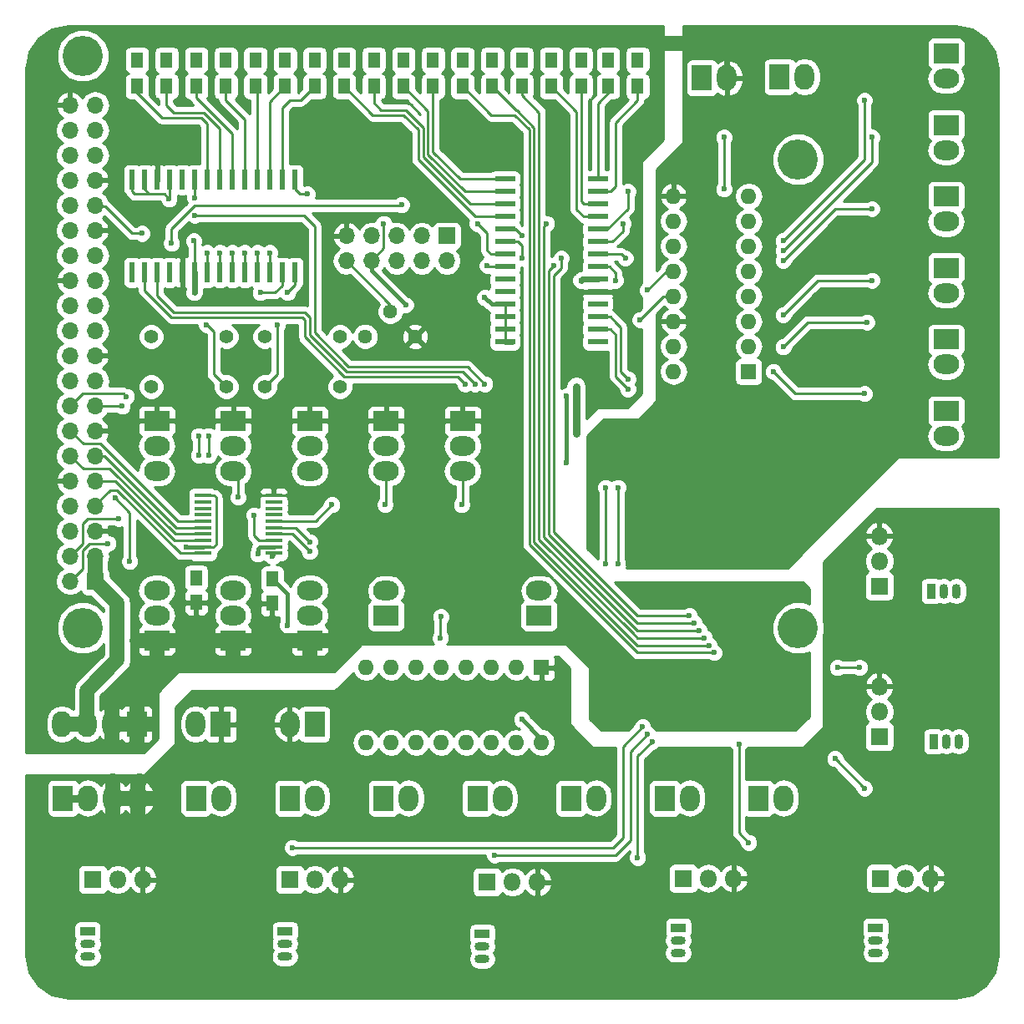
<source format=gbr>
G04 #@! TF.FileFunction,Copper,L2,Bot,Signal*
%FSLAX46Y46*%
G04 Gerber Fmt 4.6, Leading zero omitted, Abs format (unit mm)*
G04 Created by KiCad (PCBNEW 4.0.7) date 02/18/18 01:44:55*
%MOMM*%
%LPD*%
G01*
G04 APERTURE LIST*
%ADD10C,0.100000*%
%ADD11R,2.600000X2.000000*%
%ADD12O,2.600000X2.000000*%
%ADD13R,1.800000X1.800000*%
%ADD14O,1.800000X1.800000*%
%ADD15C,4.064000*%
%ADD16R,1.300000X1.500000*%
%ADD17R,2.000000X0.600000*%
%ADD18R,1.600000X1.600000*%
%ADD19O,1.600000X1.600000*%
%ADD20R,0.600000X2.000000*%
%ADD21C,1.397000*%
%ADD22R,2.000000X2.600000*%
%ADD23O,2.000000X2.600000*%
%ADD24R,1.700000X1.700000*%
%ADD25O,1.700000X1.700000*%
%ADD26C,1.440000*%
%ADD27O,1.500000X0.900000*%
%ADD28R,1.500000X0.900000*%
%ADD29O,0.900000X1.500000*%
%ADD30R,0.900000X1.500000*%
%ADD31R,1.250000X1.500000*%
%ADD32R,1.750000X0.450000*%
%ADD33C,0.600000*%
%ADD34C,0.250000*%
%ADD35C,0.800000*%
%ADD36C,0.400000*%
%ADD37C,0.600000*%
%ADD38C,1.500000*%
%ADD39C,0.254000*%
G04 APERTURE END LIST*
D10*
D11*
X67700000Y-90530000D03*
D12*
X67700000Y-87990000D03*
D11*
X59950000Y-70780000D03*
D12*
X59950000Y-73320000D03*
X59950000Y-75860000D03*
D13*
X102325000Y-117155000D03*
D14*
X104865000Y-117155000D03*
X107405000Y-117155000D03*
D13*
X82325000Y-117155000D03*
D14*
X84865000Y-117155000D03*
X87405000Y-117155000D03*
D13*
X102200000Y-102780000D03*
D14*
X102200000Y-100240000D03*
X102200000Y-97700000D03*
D13*
X62450000Y-117530000D03*
D14*
X64990000Y-117530000D03*
X67530000Y-117530000D03*
D13*
X42450000Y-117280000D03*
D14*
X44990000Y-117280000D03*
X47530000Y-117280000D03*
D13*
X22450000Y-117280000D03*
D14*
X24990000Y-117280000D03*
X27530000Y-117280000D03*
D13*
X102200000Y-87530000D03*
D14*
X102200000Y-84990000D03*
X102200000Y-82450000D03*
D15*
X93950000Y-44280000D03*
D16*
X65950000Y-34180000D03*
X65950000Y-36880000D03*
X62950000Y-34180000D03*
X62950000Y-36880000D03*
X59950000Y-34180000D03*
X59950000Y-36880000D03*
D15*
X93950000Y-91780000D03*
D17*
X73650000Y-46275000D03*
X73650000Y-47545000D03*
X73650000Y-48815000D03*
X73650000Y-50085000D03*
X73650000Y-51355000D03*
X73650000Y-52625000D03*
X73650000Y-53895000D03*
X73650000Y-55165000D03*
X73650000Y-56435000D03*
X73650000Y-57705000D03*
X73650000Y-58975000D03*
X73650000Y-60245000D03*
X73650000Y-61515000D03*
X73650000Y-62785000D03*
X64250000Y-62785000D03*
X64250000Y-61515000D03*
X64250000Y-60245000D03*
X64250000Y-58975000D03*
X64250000Y-57705000D03*
X64250000Y-56435000D03*
X64250000Y-55165000D03*
X64250000Y-53895000D03*
X64250000Y-52625000D03*
X64250000Y-51355000D03*
X64250000Y-50085000D03*
X64250000Y-48815000D03*
X64250000Y-47545000D03*
X64250000Y-46275000D03*
D16*
X47950000Y-34180000D03*
X47950000Y-36880000D03*
X50950000Y-34180000D03*
X50950000Y-36880000D03*
X53950000Y-34180000D03*
X53950000Y-36880000D03*
X56950000Y-34180000D03*
X56950000Y-36880000D03*
X68950000Y-34180000D03*
X68950000Y-36880000D03*
X71950000Y-34180000D03*
X71950000Y-36880000D03*
X77700000Y-34180000D03*
X77700000Y-36880000D03*
X74700000Y-34180000D03*
X74700000Y-36880000D03*
D15*
X21450000Y-33780000D03*
D18*
X88950000Y-65780000D03*
D19*
X81330000Y-48000000D03*
X88950000Y-63240000D03*
X81330000Y-50540000D03*
X88950000Y-60700000D03*
X81330000Y-53080000D03*
X88950000Y-58160000D03*
X81330000Y-55620000D03*
X88950000Y-55620000D03*
X81330000Y-58160000D03*
X88950000Y-53080000D03*
X81330000Y-60700000D03*
X88950000Y-50540000D03*
X81330000Y-63240000D03*
X88950000Y-48000000D03*
X81330000Y-65780000D03*
D20*
X42955000Y-55730000D03*
X41685000Y-55730000D03*
X40415000Y-55730000D03*
X39145000Y-55730000D03*
X37875000Y-55730000D03*
X36605000Y-55730000D03*
X35335000Y-55730000D03*
X34065000Y-55730000D03*
X32795000Y-55730000D03*
X31525000Y-55730000D03*
X30255000Y-55730000D03*
X28985000Y-55730000D03*
X27715000Y-55730000D03*
X26445000Y-55730000D03*
X26445000Y-46330000D03*
X27715000Y-46330000D03*
X28985000Y-46330000D03*
X30255000Y-46330000D03*
X31525000Y-46330000D03*
X32795000Y-46330000D03*
X34065000Y-46330000D03*
X35335000Y-46330000D03*
X36605000Y-46330000D03*
X37875000Y-46330000D03*
X39145000Y-46330000D03*
X40415000Y-46330000D03*
X41685000Y-46330000D03*
X42955000Y-46330000D03*
D21*
X39890000Y-67320000D03*
X39890000Y-62240000D03*
X47510000Y-67320000D03*
X47510000Y-62240000D03*
X28390000Y-67320000D03*
X28390000Y-62240000D03*
X36010000Y-67320000D03*
X36010000Y-62240000D03*
D16*
X26950000Y-34180000D03*
X26950000Y-36880000D03*
X29950000Y-34180000D03*
X29950000Y-36880000D03*
X32950000Y-34180000D03*
X32950000Y-36880000D03*
X35950000Y-34180000D03*
X35950000Y-36880000D03*
X38950000Y-34180000D03*
X38950000Y-36880000D03*
X41950000Y-34180000D03*
X41950000Y-36880000D03*
X44950000Y-34180000D03*
X44950000Y-36880000D03*
D11*
X52200000Y-90530000D03*
D12*
X52200000Y-87990000D03*
D22*
X70950000Y-109030000D03*
D23*
X73490000Y-109030000D03*
D22*
X61450000Y-109030000D03*
D23*
X63990000Y-109030000D03*
D22*
X51950000Y-109030000D03*
D23*
X54490000Y-109030000D03*
D22*
X42450000Y-109030000D03*
D23*
X44990000Y-109030000D03*
D22*
X32950000Y-109030000D03*
D23*
X35490000Y-109030000D03*
D11*
X28950000Y-93030000D03*
D12*
X28950000Y-90490000D03*
X28950000Y-87950000D03*
D11*
X36700000Y-93030000D03*
D12*
X36700000Y-90490000D03*
X36700000Y-87950000D03*
D11*
X44450000Y-93030000D03*
D12*
X44450000Y-90490000D03*
X44450000Y-87950000D03*
D22*
X92075000Y-35905000D03*
D23*
X94615000Y-35905000D03*
D11*
X108950000Y-33530000D03*
D12*
X108950000Y-36070000D03*
D11*
X108950000Y-40780000D03*
D12*
X108950000Y-43320000D03*
D11*
X108950000Y-48030000D03*
D12*
X108950000Y-50570000D03*
D11*
X108950000Y-55280000D03*
D12*
X108950000Y-57820000D03*
D11*
X108950000Y-62530000D03*
D12*
X108950000Y-65070000D03*
D11*
X108950000Y-69780000D03*
D12*
X108950000Y-72320000D03*
D22*
X44950000Y-101530000D03*
D23*
X42410000Y-101530000D03*
D22*
X84200000Y-36030000D03*
D23*
X86740000Y-36030000D03*
D24*
X58350000Y-52030000D03*
D25*
X58350000Y-54570000D03*
X55810000Y-52030000D03*
X55810000Y-54570000D03*
X53270000Y-52030000D03*
X53270000Y-54570000D03*
X50730000Y-52030000D03*
X50730000Y-54570000D03*
X48190000Y-52030000D03*
X48190000Y-54570000D03*
D22*
X89950000Y-109030000D03*
D23*
X92490000Y-109030000D03*
D22*
X80450000Y-109030000D03*
D23*
X82990000Y-109030000D03*
D22*
X19450000Y-109030000D03*
D23*
X21990000Y-109030000D03*
X24530000Y-109030000D03*
X27070000Y-109030000D03*
D22*
X26950000Y-101530000D03*
D23*
X24410000Y-101530000D03*
X21870000Y-101530000D03*
X19330000Y-101530000D03*
D26*
X50070000Y-62230000D03*
X52610000Y-59690000D03*
X55150000Y-62230000D03*
D27*
X101825000Y-123425000D03*
X101825000Y-124695000D03*
D28*
X101825000Y-122155000D03*
D27*
X81825000Y-123425000D03*
X81825000Y-124695000D03*
D28*
X81825000Y-122155000D03*
D27*
X61950000Y-124050000D03*
X61950000Y-125320000D03*
D28*
X61950000Y-122780000D03*
D27*
X41950000Y-123800000D03*
X41950000Y-125070000D03*
D28*
X41950000Y-122530000D03*
D27*
X21950000Y-123800000D03*
X21950000Y-125070000D03*
D28*
X21950000Y-122530000D03*
D29*
X108720000Y-88030000D03*
X109990000Y-88030000D03*
D30*
X107450000Y-88030000D03*
D29*
X108970000Y-103280000D03*
X110240000Y-103280000D03*
D30*
X107700000Y-103280000D03*
D24*
X22700000Y-87030000D03*
D25*
X20160000Y-87030000D03*
X22700000Y-84490000D03*
X20160000Y-84490000D03*
X22700000Y-81950000D03*
X20160000Y-81950000D03*
X22700000Y-79410000D03*
X20160000Y-79410000D03*
X22700000Y-76870000D03*
X20160000Y-76870000D03*
X22700000Y-74330000D03*
X20160000Y-74330000D03*
X22700000Y-71790000D03*
X20160000Y-71790000D03*
X22700000Y-69250000D03*
X20160000Y-69250000D03*
X22700000Y-66710000D03*
X20160000Y-66710000D03*
X22700000Y-64170000D03*
X20160000Y-64170000D03*
X22700000Y-61630000D03*
X20160000Y-61630000D03*
X22700000Y-59090000D03*
X20160000Y-59090000D03*
X22700000Y-56550000D03*
X20160000Y-56550000D03*
X22700000Y-54010000D03*
X20160000Y-54010000D03*
X22700000Y-51470000D03*
X20160000Y-51470000D03*
X22700000Y-48930000D03*
X20160000Y-48930000D03*
X22700000Y-46390000D03*
X20160000Y-46390000D03*
X22700000Y-43850000D03*
X20160000Y-43850000D03*
X22700000Y-41310000D03*
X20160000Y-41310000D03*
X22700000Y-38770000D03*
X20160000Y-38770000D03*
D18*
X67950000Y-95780000D03*
D19*
X50170000Y-103400000D03*
X65410000Y-95780000D03*
X52710000Y-103400000D03*
X62870000Y-95780000D03*
X55250000Y-103400000D03*
X60330000Y-95780000D03*
X57790000Y-103400000D03*
X57790000Y-95780000D03*
X60330000Y-103400000D03*
X55250000Y-95780000D03*
X62870000Y-103400000D03*
X52710000Y-95780000D03*
X65410000Y-103400000D03*
X50170000Y-95780000D03*
X67950000Y-103400000D03*
D15*
X21450000Y-91780000D03*
D31*
X32950000Y-89180000D03*
X32950000Y-86680000D03*
X40650000Y-86780000D03*
X40650000Y-89280000D03*
D32*
X33600000Y-84205000D03*
X33600000Y-83555000D03*
X33600000Y-82905000D03*
X33600000Y-82255000D03*
X33600000Y-81605000D03*
X33600000Y-80955000D03*
X33600000Y-80305000D03*
X33600000Y-79655000D03*
X33600000Y-79005000D03*
X33600000Y-78355000D03*
X40800000Y-78355000D03*
X40800000Y-79005000D03*
X40800000Y-79655000D03*
X40800000Y-80305000D03*
X40800000Y-80955000D03*
X40800000Y-81605000D03*
X40800000Y-82255000D03*
X40800000Y-82905000D03*
X40800000Y-83555000D03*
X40800000Y-84205000D03*
D22*
X35450000Y-101530000D03*
D23*
X32910000Y-101530000D03*
D11*
X28950000Y-70780000D03*
D12*
X28950000Y-73320000D03*
X28950000Y-75860000D03*
D11*
X36700000Y-70780000D03*
D12*
X36700000Y-73320000D03*
X36700000Y-75860000D03*
D11*
X44450000Y-70780000D03*
D12*
X44450000Y-73320000D03*
X44450000Y-75860000D03*
D11*
X52200000Y-70780000D03*
D12*
X52200000Y-73320000D03*
X52200000Y-75860000D03*
D33*
X57750000Y-90630000D03*
X57700000Y-92780000D03*
X51950000Y-50780000D03*
X71450000Y-72030000D03*
X71450000Y-71030000D03*
X39200000Y-84280000D03*
X40650000Y-86780000D03*
X54200000Y-59030000D03*
X62200000Y-58280000D03*
X32750000Y-57780000D03*
X71474998Y-67280000D03*
X42200000Y-91530000D03*
X71450000Y-68280000D03*
X71950000Y-56530000D03*
X30200000Y-48280000D03*
X32700000Y-52530000D03*
X76700000Y-85280000D03*
X70200000Y-59280000D03*
X75450000Y-57780000D03*
X37700000Y-81530000D03*
X74850000Y-68230000D03*
X78275000Y-73580000D03*
X78275000Y-88830000D03*
X74450000Y-100030000D03*
X28950000Y-38280000D03*
X75950000Y-38280000D03*
X58200000Y-38280000D03*
X52450000Y-38280000D03*
X46950000Y-38280000D03*
X48300000Y-81530000D03*
X54325000Y-82905000D03*
X110850000Y-96180000D03*
X54775000Y-100880000D03*
X30800000Y-85005000D03*
X64200000Y-81530000D03*
X59800000Y-85780000D03*
X110450000Y-80930000D03*
X48950000Y-59530000D03*
X26950000Y-61030000D03*
X108925000Y-125280000D03*
X88925000Y-125280000D03*
X69050000Y-125530000D03*
X49050000Y-125530000D03*
X29050000Y-125530000D03*
X70450000Y-68280000D03*
X32950000Y-86680000D03*
X31925000Y-83555000D03*
X70450000Y-75030000D03*
X24000600Y-83211800D03*
X65950000Y-101030000D03*
X25084600Y-80703200D03*
X100700000Y-68030000D03*
X91450000Y-65780000D03*
X101450000Y-49280000D03*
X92450000Y-54530000D03*
X100700000Y-38280000D03*
X92450000Y-52530000D03*
X100950000Y-60780000D03*
X92450000Y-63280000D03*
X92450000Y-53530000D03*
X101450000Y-42030000D03*
X86450000Y-47280000D03*
X86450000Y-42030000D03*
X101450000Y-56530000D03*
X92450000Y-60030000D03*
X27450000Y-51780000D03*
X30450000Y-52780000D03*
X53750000Y-48880000D03*
X34200000Y-72280000D03*
X34200000Y-74280000D03*
X25872000Y-68308000D03*
X100200000Y-95780000D03*
X97950000Y-95780000D03*
X42700000Y-114030000D03*
X78200000Y-101780000D03*
X63200000Y-114780000D03*
X78700000Y-102530000D03*
X77700000Y-115030000D03*
X79200000Y-103280000D03*
X87950000Y-103530000D03*
X88950000Y-113530000D03*
X100700000Y-108030000D03*
X97700000Y-105030000D03*
X76700000Y-66530000D03*
X75700000Y-85280000D03*
X75700000Y-77530000D03*
X61200000Y-67030000D03*
X76700000Y-67530000D03*
X60200000Y-67030000D03*
X74450000Y-85280000D03*
X74450000Y-77530000D03*
X78700000Y-57530000D03*
X77950000Y-60530000D03*
X44950000Y-34430000D03*
X41950000Y-34430000D03*
X38950000Y-34430000D03*
X35950000Y-34430000D03*
X32950000Y-34430000D03*
X29950000Y-34430000D03*
X26950000Y-34430000D03*
X33200000Y-74280000D03*
X33200000Y-72280000D03*
X25450000Y-69280000D03*
X44200000Y-47780000D03*
X37850000Y-53730000D03*
X36600000Y-53730000D03*
X35350000Y-53730000D03*
X34050000Y-53730000D03*
X34000000Y-61030000D03*
X39450000Y-57780000D03*
X41200000Y-61030000D03*
X42200000Y-57780000D03*
X32800000Y-48180000D03*
X32800000Y-49930000D03*
X62200000Y-67030000D03*
X24729000Y-78595000D03*
X26200000Y-85030000D03*
X74700000Y-34430000D03*
X77700000Y-34430000D03*
X71950000Y-34430000D03*
X68950000Y-34430000D03*
X56950000Y-34430000D03*
X53950000Y-34430000D03*
X50950000Y-34430000D03*
X47950000Y-34430000D03*
X40400000Y-53730000D03*
X39150000Y-53730000D03*
X76700000Y-47530000D03*
X76200000Y-50780000D03*
X76450000Y-54280000D03*
X75450000Y-56530000D03*
X65950000Y-52030000D03*
X65950000Y-54280000D03*
X61450000Y-50780000D03*
X62450000Y-55030000D03*
X59950000Y-34430000D03*
X62950000Y-34430000D03*
X65950000Y-34430000D03*
X85450000Y-94280000D03*
X84950000Y-93530000D03*
X84450000Y-92780000D03*
X68450000Y-50780000D03*
X83950000Y-92030000D03*
X69200000Y-55030000D03*
X83450000Y-91280000D03*
X69950000Y-54280000D03*
X82950000Y-90530000D03*
X40700000Y-84530000D03*
X37200000Y-78530000D03*
X52100000Y-79280000D03*
X38800000Y-80330000D03*
X46700000Y-79280000D03*
X44450000Y-83030000D03*
X59850000Y-79280000D03*
X44450000Y-84030000D03*
D34*
X57700000Y-90680000D02*
X57700000Y-92780000D01*
X57700000Y-90680000D02*
X57750000Y-90630000D01*
X50730000Y-54570000D02*
X50730000Y-54500000D01*
X50730000Y-54500000D02*
X51950000Y-53280000D01*
X51950000Y-53280000D02*
X51950000Y-50780000D01*
D35*
X71450000Y-72030000D02*
X71450000Y-71030000D01*
X71450000Y-68280000D02*
X71450000Y-71030000D01*
D36*
X39200000Y-83780000D02*
X39200000Y-84280000D01*
X40800000Y-83555000D02*
X39425000Y-83555000D01*
X39200000Y-83780000D02*
X39425000Y-83555000D01*
X42200000Y-91530000D02*
X42200000Y-88330000D01*
X42200000Y-88330000D02*
X40650000Y-86780000D01*
X54200000Y-59030000D02*
X50730000Y-55560000D01*
X64250000Y-58975000D02*
X62895000Y-58975000D01*
X62895000Y-58975000D02*
X62200000Y-58280000D01*
X50730000Y-55560000D02*
X50730000Y-54570000D01*
D37*
X32795000Y-57735000D02*
X32795000Y-55730000D01*
X32750000Y-57780000D02*
X32795000Y-57735000D01*
D35*
X71474998Y-67280000D02*
X71450000Y-67304998D01*
X71450000Y-67304998D02*
X71450000Y-68280000D01*
D34*
X50730000Y-54570000D02*
X50730000Y-54560000D01*
D38*
X22700000Y-84490000D02*
X22700000Y-87030000D01*
X21870000Y-101530000D02*
X19330000Y-101530000D01*
X22700000Y-87030000D02*
X24950000Y-89280000D01*
X21870000Y-98110000D02*
X21870000Y-101530000D01*
X24950000Y-95030000D02*
X21870000Y-98110000D01*
X24950000Y-89280000D02*
X24950000Y-95030000D01*
D34*
X40650000Y-86780000D02*
X40700000Y-86780000D01*
D37*
X71950000Y-56530000D02*
X72045000Y-56435000D01*
X72045000Y-56435000D02*
X73650000Y-56435000D01*
D34*
X28200000Y-47780000D02*
X26700000Y-47780000D01*
X26445000Y-47525000D02*
X26445000Y-46330000D01*
X26700000Y-47780000D02*
X26445000Y-47525000D01*
X27715000Y-46330000D02*
X27715000Y-47295000D01*
X27715000Y-47295000D02*
X28200000Y-47780000D01*
X28200000Y-47780000D02*
X29700000Y-47780000D01*
X29700000Y-47780000D02*
X30200000Y-48280000D01*
X32795000Y-55730000D02*
X32795000Y-52625000D01*
X32700000Y-52530000D02*
X32795000Y-52625000D01*
X30255000Y-46330000D02*
X30255000Y-48225000D01*
X30255000Y-48225000D02*
X30200000Y-48280000D01*
X36010000Y-62240000D02*
X35990000Y-62240000D01*
X39890000Y-62240000D02*
X39890000Y-62340000D01*
X64250000Y-62830000D02*
X64250000Y-61515000D01*
X64250000Y-61515000D02*
X64250000Y-60245000D01*
X64250000Y-60245000D02*
X64250000Y-58975000D01*
D37*
X64955000Y-62785000D02*
X64250000Y-62785000D01*
D34*
X50730000Y-55560000D02*
X50730000Y-54570000D01*
X50730000Y-54570000D02*
X50730000Y-54550000D01*
D38*
X28950000Y-93030000D02*
X26950000Y-93030000D01*
X44450000Y-93030000D02*
X44450000Y-95280000D01*
X36700000Y-93030000D02*
X36700000Y-95280000D01*
X28950000Y-93030000D02*
X28950000Y-95530000D01*
X28950000Y-93030000D02*
X36700000Y-93030000D01*
X36700000Y-93030000D02*
X44450000Y-93030000D01*
X44450000Y-93030000D02*
X47200000Y-93030000D01*
X24530000Y-109030000D02*
X24530000Y-107360000D01*
X24530000Y-107360000D02*
X24450000Y-107280000D01*
X27070000Y-109030000D02*
X27070000Y-107410000D01*
X27070000Y-107410000D02*
X27200000Y-107280000D01*
X26950000Y-101530000D02*
X28450000Y-101530000D01*
X26950000Y-101530000D02*
X26950000Y-103530000D01*
X26950000Y-103530000D02*
X26700000Y-103780000D01*
X24410000Y-101530000D02*
X24410000Y-103490000D01*
X24410000Y-103490000D02*
X24700000Y-103780000D01*
X26950000Y-101530000D02*
X26950000Y-98530000D01*
X26950000Y-98530000D02*
X26700000Y-98280000D01*
X24410000Y-101530000D02*
X24410000Y-98820000D01*
X24410000Y-98820000D02*
X24700000Y-98530000D01*
X24530000Y-109030000D02*
X24530000Y-112450000D01*
X24530000Y-112450000D02*
X24450000Y-112530000D01*
X27070000Y-109030000D02*
X27070000Y-111900000D01*
X27070000Y-111900000D02*
X27200000Y-112030000D01*
X27070000Y-109030000D02*
X29700000Y-109030000D01*
X27070000Y-109030000D02*
X24530000Y-109030000D01*
X24410000Y-101530000D02*
X26950000Y-101530000D01*
X85950000Y-32530000D02*
X79450000Y-32530000D01*
D37*
X85950000Y-32530000D02*
X86740000Y-33320000D01*
D34*
X78275000Y-73580000D02*
X78250000Y-73580000D01*
X78275000Y-88830000D02*
X78300000Y-88830000D01*
X40800000Y-78355000D02*
X39275000Y-78355000D01*
X39275000Y-78355000D02*
X39200000Y-78280000D01*
D37*
X86740000Y-33320000D02*
X86740000Y-36030000D01*
D34*
X22700000Y-51470000D02*
X22686500Y-51470000D01*
X40800000Y-78355000D02*
X42575000Y-78355000D01*
X59800000Y-85780000D02*
X59700000Y-85780000D01*
D36*
X86740000Y-33320000D02*
X86740000Y-36030000D01*
D34*
X110450000Y-80930000D02*
X110450000Y-81030000D01*
X108925000Y-125280000D02*
X108950000Y-125280000D01*
X88925000Y-125280000D02*
X88950000Y-125280000D01*
X69050000Y-125530000D02*
X68950000Y-125530000D01*
X49050000Y-125530000D02*
X48950000Y-125530000D01*
X29050000Y-125530000D02*
X28950000Y-125530000D01*
D36*
X70450000Y-68280000D02*
X70450000Y-69030000D01*
D34*
X34950000Y-82280000D02*
X34950000Y-83280000D01*
X34675000Y-83555000D02*
X33600000Y-83555000D01*
X34950000Y-83280000D02*
X34675000Y-83555000D01*
D36*
X31925000Y-83555000D02*
X33600000Y-83555000D01*
D34*
X33600000Y-78355000D02*
X34775000Y-78355000D01*
X34775000Y-78355000D02*
X34950000Y-78530000D01*
X24000600Y-83211800D02*
X22146400Y-83211800D01*
X22146400Y-83211800D02*
X21409800Y-83948400D01*
X21409800Y-83948400D02*
X21409800Y-85780200D01*
X21409800Y-85780200D02*
X20160000Y-87030000D01*
X20160000Y-87030000D02*
X20160000Y-87020000D01*
X34950000Y-78530000D02*
X34950000Y-82280000D01*
D36*
X70450000Y-75030000D02*
X70450000Y-69030000D01*
X67950000Y-103400000D02*
X67950000Y-103030000D01*
X67950000Y-103030000D02*
X65950000Y-101030000D01*
D35*
X21990000Y-109030000D02*
X19450000Y-109030000D01*
D34*
X21909600Y-80703200D02*
X25084600Y-80703200D01*
X21427000Y-81185800D02*
X21909600Y-80703200D01*
X21427000Y-83217800D02*
X21427000Y-81185800D01*
X20160000Y-84484800D02*
X21427000Y-83217800D01*
X20160000Y-84490000D02*
X20160000Y-84484800D01*
X93700000Y-68030000D02*
X100700000Y-68030000D01*
X91450000Y-65780000D02*
X93700000Y-68030000D01*
X97700000Y-49280000D02*
X101450000Y-49280000D01*
X92450000Y-54530000D02*
X97700000Y-49280000D01*
X100700000Y-44280000D02*
X100700000Y-38280000D01*
X92450000Y-52530000D02*
X100700000Y-44280000D01*
X94950000Y-60780000D02*
X100950000Y-60780000D01*
X92450000Y-63280000D02*
X94950000Y-60780000D01*
X101450000Y-44530000D02*
X101450000Y-42030000D01*
X92450000Y-53530000D02*
X101450000Y-44530000D01*
X86450000Y-47280000D02*
X86450000Y-42030000D01*
X95950000Y-56530000D02*
X101450000Y-56530000D01*
X92450000Y-60030000D02*
X95950000Y-56530000D01*
X26450000Y-51780000D02*
X27450000Y-51780000D01*
X26450000Y-51780000D02*
X23950000Y-49280000D01*
X23700000Y-49030000D02*
X22800000Y-49030000D01*
X23950000Y-49280000D02*
X23700000Y-49030000D01*
X22800000Y-49030000D02*
X22700000Y-48930000D01*
X30450000Y-51280000D02*
X30700000Y-51030000D01*
X30450000Y-52780000D02*
X30450000Y-51280000D01*
X53700000Y-48930000D02*
X53750000Y-48880000D01*
X32950000Y-48930000D02*
X32800000Y-48930000D01*
X32800000Y-48930000D02*
X32450000Y-49280000D01*
X31950000Y-49780000D02*
X32450000Y-49280000D01*
X31825000Y-49905000D02*
X31950000Y-49780000D01*
X31200000Y-50530000D02*
X31825000Y-49905000D01*
X30700000Y-51030000D02*
X31200000Y-50530000D01*
X32950000Y-48930000D02*
X45550000Y-48930000D01*
X45550000Y-48930000D02*
X53700000Y-48930000D01*
X22700000Y-48930000D02*
X22700000Y-49030000D01*
X22700000Y-48930000D02*
X22850000Y-48930000D01*
X34200000Y-74280000D02*
X34200000Y-72280000D01*
X20160000Y-69250000D02*
X20167500Y-69250000D01*
X20167500Y-69250000D02*
X21427000Y-67990500D01*
X25554500Y-67990500D02*
X25872000Y-68308000D01*
X21427000Y-67990500D02*
X25554500Y-67990500D01*
X97950000Y-95780000D02*
X100200000Y-95780000D01*
X75200000Y-114030000D02*
X42700000Y-114030000D01*
X76200000Y-113030000D02*
X75200000Y-114030000D01*
X76200000Y-103780000D02*
X76200000Y-113030000D01*
X78200000Y-101780000D02*
X76200000Y-103780000D01*
X75450000Y-114780000D02*
X63200000Y-114780000D01*
X76950000Y-113280000D02*
X75450000Y-114780000D01*
X76950000Y-104280000D02*
X76950000Y-113280000D01*
X78700000Y-102530000D02*
X76950000Y-104280000D01*
X77700000Y-104780000D02*
X77700000Y-115030000D01*
X79200000Y-103280000D02*
X77700000Y-104780000D01*
X87950000Y-112530000D02*
X87950000Y-103530000D01*
X88950000Y-113530000D02*
X87950000Y-112530000D01*
X100700000Y-108030000D02*
X97700000Y-105030000D01*
X75950000Y-65780000D02*
X76700000Y-66530000D01*
X74915000Y-60245000D02*
X73650000Y-60245000D01*
X75450000Y-60780000D02*
X74915000Y-60245000D01*
X75950000Y-61280000D02*
X75450000Y-60780000D01*
X75950000Y-61280000D02*
X75950000Y-65780000D01*
X75700000Y-77530000D02*
X75700000Y-85280000D01*
X28985000Y-55730000D02*
X28985000Y-58065000D01*
X28985000Y-58065000D02*
X30700000Y-59780000D01*
X30700000Y-59780000D02*
X43950000Y-59780000D01*
X43950000Y-59780000D02*
X44450000Y-60280000D01*
X44450000Y-60280000D02*
X44450000Y-62030000D01*
X44450000Y-62030000D02*
X48200000Y-65780000D01*
X48200000Y-65780000D02*
X59950000Y-65780000D01*
X59950000Y-65780000D02*
X61200000Y-67030000D01*
X73685000Y-60280000D02*
X73650000Y-60245000D01*
X76700000Y-67530000D02*
X75700000Y-66530000D01*
X74935000Y-61515000D02*
X73650000Y-61515000D01*
X75450000Y-62030000D02*
X74935000Y-61515000D01*
X75450000Y-66280000D02*
X75450000Y-62030000D01*
X75700000Y-66530000D02*
X75450000Y-66280000D01*
X74450000Y-77530000D02*
X74450000Y-85280000D01*
X72715000Y-61515000D02*
X73650000Y-61515000D01*
X42950000Y-60280000D02*
X43700000Y-60280000D01*
X43700000Y-60280000D02*
X43950000Y-60530000D01*
X43950000Y-60530000D02*
X43950000Y-62280000D01*
X43950000Y-62280000D02*
X47950000Y-66280000D01*
X47950000Y-66280000D02*
X59450000Y-66280000D01*
X59450000Y-66280000D02*
X60200000Y-67030000D01*
X27715000Y-55730000D02*
X27715000Y-57545000D01*
X30450000Y-60280000D02*
X42950000Y-60280000D01*
X27715000Y-57545000D02*
X30450000Y-60280000D01*
X72715000Y-61515000D02*
X73650000Y-61515000D01*
X78700000Y-57530000D02*
X80610000Y-55620000D01*
X80610000Y-55620000D02*
X81330000Y-55620000D01*
X80860000Y-55620000D02*
X81330000Y-55620000D01*
X77950000Y-60530000D02*
X80320000Y-58160000D01*
X80320000Y-58160000D02*
X81330000Y-58160000D01*
X81330000Y-58160000D02*
X81320000Y-58160000D01*
X52610000Y-59690000D02*
X52610000Y-58990000D01*
X52610000Y-58990000D02*
X48190000Y-54570000D01*
X44950000Y-34430000D02*
X44950000Y-34180000D01*
X41950000Y-34430000D02*
X41950000Y-34180000D01*
X38950000Y-34430000D02*
X38950000Y-34180000D01*
X35950000Y-34430000D02*
X35950000Y-34180000D01*
X32950000Y-34430000D02*
X32950000Y-34180000D01*
X29950000Y-34430000D02*
X29950000Y-34180000D01*
X26950000Y-34430000D02*
X26950000Y-34180000D01*
X33200000Y-72280000D02*
X33200000Y-74280000D01*
X25420000Y-69250000D02*
X22700000Y-69250000D01*
X25450000Y-69280000D02*
X25420000Y-69250000D01*
X22700000Y-69250000D02*
X22700000Y-69263500D01*
X42955000Y-46330000D02*
X42955000Y-47285000D01*
X42955000Y-47285000D02*
X43450000Y-47780000D01*
X43450000Y-47780000D02*
X44200000Y-47780000D01*
X41685000Y-46330000D02*
X41685000Y-39045000D01*
X43550000Y-38280000D02*
X44950000Y-36880000D01*
X42450000Y-38280000D02*
X43550000Y-38280000D01*
X41685000Y-39045000D02*
X42450000Y-38280000D01*
X40415000Y-46330000D02*
X40415000Y-38415000D01*
X40415000Y-38415000D02*
X41950000Y-36880000D01*
X39145000Y-46330000D02*
X39145000Y-37075000D01*
X39145000Y-37075000D02*
X38950000Y-36880000D01*
X37875000Y-46330000D02*
X37875000Y-40205000D01*
X35950000Y-38280000D02*
X35950000Y-36880000D01*
X37875000Y-40205000D02*
X35950000Y-38280000D01*
X36605000Y-46330000D02*
X36605000Y-41685000D01*
X32950000Y-38030000D02*
X32950000Y-36880000D01*
X36605000Y-41685000D02*
X32950000Y-38030000D01*
X35335000Y-46330000D02*
X35335000Y-41165000D01*
X29950000Y-38780000D02*
X29950000Y-36880000D01*
X30700000Y-39530000D02*
X29950000Y-38780000D01*
X33700000Y-39530000D02*
X30700000Y-39530000D01*
X35335000Y-41165000D02*
X33700000Y-39530000D01*
X26950000Y-36880000D02*
X26950000Y-37530000D01*
X34065000Y-46330000D02*
X34065000Y-40645000D01*
X29450000Y-40030000D02*
X26875000Y-37455000D01*
X33450000Y-40030000D02*
X29450000Y-40030000D01*
X34065000Y-40645000D02*
X33450000Y-40030000D01*
X37875000Y-55730000D02*
X37875000Y-53755000D01*
X37875000Y-53755000D02*
X37850000Y-53730000D01*
X36605000Y-55730000D02*
X36605000Y-53735000D01*
X36605000Y-53735000D02*
X36600000Y-53730000D01*
X35335000Y-55730000D02*
X35335000Y-53745000D01*
X35335000Y-53745000D02*
X35350000Y-53730000D01*
X34065000Y-55730000D02*
X34065000Y-53745000D01*
X34065000Y-53745000D02*
X34050000Y-53730000D01*
X36010000Y-67320000D02*
X35996500Y-67320000D01*
X35996500Y-67320000D02*
X34700000Y-66023500D01*
X34700000Y-66023500D02*
X34700000Y-61705500D01*
X34700000Y-61705500D02*
X34024500Y-61030000D01*
X34024500Y-61030000D02*
X34000000Y-61030000D01*
X28390000Y-67320000D02*
X28410000Y-67320000D01*
X41685000Y-55730000D02*
X41685000Y-57045000D01*
X41685000Y-57045000D02*
X40950000Y-57780000D01*
X40950000Y-57780000D02*
X39450000Y-57780000D01*
X39890000Y-67320000D02*
X39910000Y-67320000D01*
X39910000Y-67320000D02*
X41200000Y-66030000D01*
X41200000Y-66030000D02*
X41200000Y-61030000D01*
X42955000Y-55730000D02*
X42955000Y-57025000D01*
X42955000Y-57025000D02*
X42200000Y-57780000D01*
X32795000Y-48175000D02*
X32800000Y-48180000D01*
X32795000Y-46330000D02*
X32795000Y-48175000D01*
X43850000Y-49930000D02*
X44950000Y-51030000D01*
X32800000Y-49930000D02*
X43850000Y-49930000D01*
X44950000Y-61829998D02*
X48400002Y-65280000D01*
X44950000Y-51030000D02*
X44950000Y-61829998D01*
X60450000Y-65280000D02*
X62200000Y-67030000D01*
X48400002Y-65280000D02*
X60450000Y-65280000D01*
X26200000Y-85030000D02*
X26200000Y-80780000D01*
X26200000Y-80780000D02*
X26200000Y-80530000D01*
X26200000Y-80066000D02*
X26200000Y-80530000D01*
X26200000Y-80066000D02*
X24729000Y-78595000D01*
X74700000Y-34430000D02*
X74700000Y-34180000D01*
X77700000Y-34430000D02*
X77700000Y-34180000D01*
X71950000Y-34430000D02*
X71950000Y-34180000D01*
X68950000Y-34430000D02*
X68950000Y-34180000D01*
X56950000Y-34430000D02*
X56950000Y-34180000D01*
X53950000Y-34430000D02*
X53950000Y-34180000D01*
X50950000Y-34430000D02*
X50950000Y-34180000D01*
X47950000Y-34430000D02*
X47950000Y-34180000D01*
X40415000Y-55730000D02*
X40415000Y-53745000D01*
X40415000Y-53745000D02*
X40400000Y-53730000D01*
X39145000Y-55730000D02*
X39145000Y-53735000D01*
X39145000Y-53735000D02*
X39150000Y-53730000D01*
X73650000Y-46275000D02*
X73650000Y-38580000D01*
X73650000Y-38580000D02*
X75025000Y-37205000D01*
X77700000Y-36880000D02*
X77700000Y-38280000D01*
X73650000Y-47545000D02*
X74935000Y-47545000D01*
X75450000Y-40530000D02*
X77700000Y-38280000D01*
X75450000Y-47030000D02*
X75450000Y-40530000D01*
X74935000Y-47545000D02*
X75450000Y-47030000D01*
X73650000Y-48815000D02*
X72235000Y-48815000D01*
X71950000Y-48530000D02*
X71950000Y-36880000D01*
X72235000Y-48815000D02*
X71950000Y-48530000D01*
X73650000Y-50085000D02*
X72255000Y-50085000D01*
X71499998Y-39429998D02*
X68950000Y-36880000D01*
X71499998Y-49329998D02*
X71499998Y-39429998D01*
X72255000Y-50085000D02*
X71499998Y-49329998D01*
X73650000Y-51355000D02*
X74625000Y-51355000D01*
X74625000Y-51355000D02*
X76700000Y-49280000D01*
X76700000Y-49280000D02*
X76700000Y-47530000D01*
X73650000Y-52625000D02*
X75105000Y-52625000D01*
X76200000Y-51530000D02*
X76200000Y-50780000D01*
X75105000Y-52625000D02*
X76200000Y-51530000D01*
X73650000Y-53895000D02*
X76065000Y-53895000D01*
X76065000Y-53895000D02*
X76450000Y-54280000D01*
X73650000Y-55165000D02*
X74835000Y-55165000D01*
X75450000Y-55780000D02*
X75450000Y-56530000D01*
X74835000Y-55165000D02*
X75450000Y-55780000D01*
X64250000Y-46275000D02*
X59695000Y-46275000D01*
X56950000Y-43530000D02*
X56950000Y-36880000D01*
X59695000Y-46275000D02*
X56950000Y-43530000D01*
X64250000Y-47545000D02*
X60215000Y-47545000D01*
X56450000Y-39380000D02*
X53950000Y-36880000D01*
X56450000Y-43780000D02*
X56450000Y-39380000D01*
X60215000Y-47545000D02*
X56450000Y-43780000D01*
X50950000Y-36880000D02*
X50950000Y-38530000D01*
X64250000Y-48815000D02*
X60735000Y-48815000D01*
X51700000Y-39280000D02*
X50950000Y-38530000D01*
X54200000Y-39280000D02*
X51700000Y-39280000D01*
X55950000Y-41030000D02*
X54200000Y-39280000D01*
X55950000Y-44030000D02*
X55950000Y-41030000D01*
X60735000Y-48815000D02*
X55950000Y-44030000D01*
X64250000Y-50085000D02*
X61255000Y-50085000D01*
X50850000Y-39780000D02*
X47950000Y-36880000D01*
X53950000Y-39780000D02*
X50850000Y-39780000D01*
X55450000Y-41280000D02*
X53950000Y-39780000D01*
X55450000Y-44280000D02*
X55450000Y-41280000D01*
X61255000Y-50085000D02*
X55450000Y-44280000D01*
X64250000Y-51355000D02*
X65275000Y-51355000D01*
X65275000Y-51355000D02*
X65950000Y-52030000D01*
X64250000Y-52625000D02*
X65545000Y-52625000D01*
X65950000Y-53030000D02*
X65950000Y-54280000D01*
X65545000Y-52625000D02*
X65950000Y-53030000D01*
X62450000Y-52780000D02*
X62450000Y-53530000D01*
X62450000Y-53530000D02*
X62815000Y-53895000D01*
X62815000Y-53895000D02*
X64250000Y-53895000D01*
X61450000Y-50780000D02*
X62450000Y-51780000D01*
X62450000Y-51780000D02*
X62450000Y-52780000D01*
X64250000Y-55165000D02*
X62585000Y-55165000D01*
X62585000Y-55165000D02*
X62450000Y-55030000D01*
X59950000Y-34430000D02*
X59950000Y-34180000D01*
X62950000Y-34430000D02*
X62950000Y-34180000D01*
X65950000Y-34430000D02*
X65950000Y-34180000D01*
X85450000Y-94280000D02*
X77700000Y-94280000D01*
X77700000Y-94280000D02*
X76700000Y-93280000D01*
X66700000Y-83280000D02*
X76700000Y-93280000D01*
X66700000Y-83280000D02*
X66700000Y-41280000D01*
X66700000Y-41280000D02*
X65200000Y-39780000D01*
X65200000Y-39780000D02*
X62850000Y-39780000D01*
X62850000Y-39780000D02*
X59950000Y-36880000D01*
X67200000Y-82780000D02*
X67200000Y-83030000D01*
X67200000Y-83030000D02*
X77700000Y-93530000D01*
X67200000Y-41030000D02*
X67200000Y-82780000D01*
X84950000Y-93530000D02*
X82700000Y-93530000D01*
X82450000Y-93530000D02*
X82700000Y-93530000D01*
X82450000Y-93530000D02*
X77700000Y-93530000D01*
X65350000Y-39280000D02*
X62950000Y-36880000D01*
X65450000Y-39280000D02*
X65350000Y-39280000D01*
X67200000Y-41030000D02*
X65450000Y-39280000D01*
X84450000Y-92780000D02*
X77700000Y-92780000D01*
X77700000Y-92780000D02*
X77200000Y-92280000D01*
X67700000Y-82780000D02*
X67700000Y-39530000D01*
X67700000Y-82780000D02*
X77200000Y-92280000D01*
X65950000Y-37780000D02*
X65950000Y-36880000D01*
X67700000Y-39530000D02*
X65950000Y-37780000D01*
X68200000Y-82530000D02*
X77700000Y-92030000D01*
X68200000Y-51530000D02*
X68200000Y-51030000D01*
X68200000Y-51030000D02*
X68450000Y-50780000D01*
X68200000Y-82530000D02*
X68200000Y-51530000D01*
X81700000Y-92030000D02*
X77700000Y-92030000D01*
X83950000Y-92030000D02*
X81700000Y-92030000D01*
X68700000Y-82280000D02*
X77700000Y-91280000D01*
X68700000Y-55530000D02*
X69200000Y-55030000D01*
X68700000Y-82280000D02*
X68700000Y-55530000D01*
X81200000Y-91280000D02*
X77700000Y-91280000D01*
X83450000Y-91280000D02*
X81200000Y-91280000D01*
X77700000Y-90530000D02*
X77950000Y-90530000D01*
X69200000Y-82030000D02*
X77700000Y-90530000D01*
X69200000Y-82030000D02*
X69200000Y-56030000D01*
X69200000Y-56030000D02*
X69950000Y-55280000D01*
X69950000Y-55280000D02*
X69950000Y-54280000D01*
X80700000Y-90530000D02*
X77950000Y-90530000D01*
X82950000Y-90530000D02*
X80700000Y-90530000D01*
X40800000Y-84205000D02*
X40800000Y-84430000D01*
X40800000Y-84430000D02*
X40700000Y-84530000D01*
X37200000Y-76360000D02*
X37200000Y-78530000D01*
X37200000Y-76360000D02*
X36700000Y-75860000D01*
X52100000Y-79280000D02*
X52200000Y-79180000D01*
X52200000Y-79180000D02*
X52200000Y-75860000D01*
X20160000Y-71790000D02*
X20210000Y-71790000D01*
X20210000Y-71790000D02*
X21490500Y-73070500D01*
X31089500Y-80955000D02*
X33600000Y-80955000D01*
X23205000Y-73070500D02*
X31089500Y-80955000D01*
X21490500Y-73070500D02*
X23205000Y-73070500D01*
X22700000Y-74330000D02*
X23639000Y-74330000D01*
X30914000Y-81605000D02*
X33600000Y-81605000D01*
X23639000Y-74330000D02*
X30914000Y-81605000D01*
X20160000Y-74330000D02*
X20210000Y-74330000D01*
X20210000Y-74330000D02*
X21490500Y-75610500D01*
X30802000Y-82255000D02*
X33600000Y-82255000D01*
X24157500Y-75610500D02*
X30802000Y-82255000D01*
X21490500Y-75610500D02*
X24157500Y-75610500D01*
X22700000Y-76870000D02*
X24718500Y-76870000D01*
X30753500Y-82905000D02*
X33600000Y-82905000D01*
X24718500Y-76870000D02*
X30753500Y-82905000D01*
X22700000Y-79410000D02*
X22700000Y-79280000D01*
X22700000Y-79280000D02*
X24200000Y-77780000D01*
X31375000Y-84205000D02*
X33600000Y-84205000D01*
X24950000Y-77780000D02*
X31375000Y-84205000D01*
X24200000Y-77780000D02*
X24950000Y-77780000D01*
X22700000Y-79410000D02*
X22707500Y-79410000D01*
X39275000Y-82905000D02*
X40800000Y-82905000D01*
X38800000Y-82430000D02*
X39275000Y-82905000D01*
X38800000Y-80330000D02*
X38800000Y-82430000D01*
X40800000Y-80955000D02*
X45025000Y-80955000D01*
X45025000Y-80955000D02*
X46700000Y-79280000D01*
X40800000Y-81605000D02*
X43025000Y-81605000D01*
X43025000Y-81605000D02*
X44450000Y-83030000D01*
X59850000Y-79280000D02*
X59950000Y-79180000D01*
X59950000Y-79180000D02*
X59950000Y-75860000D01*
X40800000Y-82255000D02*
X42675000Y-82255000D01*
X42675000Y-82255000D02*
X44450000Y-84030000D01*
D39*
G36*
X111586390Y-31079408D02*
X112973654Y-32006349D01*
X113900592Y-33393610D01*
X114240000Y-35099931D01*
X114240000Y-74403000D01*
X104200000Y-74403000D01*
X104150590Y-74413006D01*
X104110197Y-74440197D01*
X92897394Y-85653000D01*
X76557520Y-85653000D01*
X76634838Y-85466799D01*
X76635162Y-85094833D01*
X76493117Y-84751057D01*
X76460000Y-84717882D01*
X76460000Y-78092463D01*
X76492192Y-78060327D01*
X76634838Y-77716799D01*
X76635162Y-77344833D01*
X76493117Y-77001057D01*
X76230327Y-76737808D01*
X75886799Y-76595162D01*
X75514833Y-76594838D01*
X75171057Y-76736883D01*
X75075063Y-76832710D01*
X74980327Y-76737808D01*
X74636799Y-76595162D01*
X74264833Y-76594838D01*
X73921057Y-76736883D01*
X73657808Y-76999673D01*
X73515162Y-77343201D01*
X73514838Y-77715167D01*
X73656883Y-78058943D01*
X73690000Y-78092118D01*
X73690000Y-84717537D01*
X73657808Y-84749673D01*
X73640635Y-84791029D01*
X72577000Y-83727394D01*
X72577000Y-72332606D01*
X72589606Y-72320000D01*
X106977091Y-72320000D01*
X107101548Y-72945687D01*
X107455971Y-73476120D01*
X107986404Y-73830543D01*
X108612091Y-73955000D01*
X109287909Y-73955000D01*
X109913596Y-73830543D01*
X110444029Y-73476120D01*
X110798452Y-72945687D01*
X110922909Y-72320000D01*
X110798452Y-71694313D01*
X110558907Y-71335808D01*
X110701441Y-71244090D01*
X110846431Y-71031890D01*
X110897440Y-70780000D01*
X110897440Y-68780000D01*
X110853162Y-68544683D01*
X110714090Y-68328559D01*
X110501890Y-68183569D01*
X110250000Y-68132560D01*
X107650000Y-68132560D01*
X107414683Y-68176838D01*
X107198559Y-68315910D01*
X107053569Y-68528110D01*
X107002560Y-68780000D01*
X107002560Y-70780000D01*
X107046838Y-71015317D01*
X107185910Y-71231441D01*
X107340329Y-71336951D01*
X107101548Y-71694313D01*
X106977091Y-72320000D01*
X72589606Y-72320000D01*
X74252606Y-70657000D01*
X77700000Y-70657000D01*
X77749410Y-70646994D01*
X77789803Y-70619803D01*
X79539803Y-68869803D01*
X79567666Y-68827789D01*
X79577000Y-68780000D01*
X79577000Y-63240000D01*
X79866887Y-63240000D01*
X79976120Y-63789151D01*
X80287189Y-64254698D01*
X80669275Y-64510000D01*
X80287189Y-64765302D01*
X79976120Y-65230849D01*
X79866887Y-65780000D01*
X79976120Y-66329151D01*
X80287189Y-66794698D01*
X80752736Y-67105767D01*
X81301887Y-67215000D01*
X81358113Y-67215000D01*
X81907264Y-67105767D01*
X82372811Y-66794698D01*
X82683880Y-66329151D01*
X82793113Y-65780000D01*
X82683880Y-65230849D01*
X82372811Y-64765302D01*
X81990725Y-64510000D01*
X82372811Y-64254698D01*
X82683880Y-63789151D01*
X82793113Y-63240000D01*
X82683880Y-62690849D01*
X82372811Y-62225302D01*
X81968297Y-61955014D01*
X82185134Y-61852389D01*
X82561041Y-61437423D01*
X82721904Y-61049039D01*
X82599915Y-60827000D01*
X81457000Y-60827000D01*
X81457000Y-60847000D01*
X81203000Y-60847000D01*
X81203000Y-60827000D01*
X80060085Y-60827000D01*
X79938096Y-61049039D01*
X80098959Y-61437423D01*
X80474866Y-61852389D01*
X80691703Y-61955014D01*
X80287189Y-62225302D01*
X79976120Y-62690849D01*
X79866887Y-63240000D01*
X79577000Y-63240000D01*
X79577000Y-59977802D01*
X80342887Y-59211915D01*
X80691703Y-59444986D01*
X80474866Y-59547611D01*
X80098959Y-59962577D01*
X79938096Y-60350961D01*
X80060085Y-60573000D01*
X81203000Y-60573000D01*
X81203000Y-60553000D01*
X81457000Y-60553000D01*
X81457000Y-60573000D01*
X82599915Y-60573000D01*
X82721904Y-60350961D01*
X82561041Y-59962577D01*
X82185134Y-59547611D01*
X81968297Y-59444986D01*
X82372811Y-59174698D01*
X82683880Y-58709151D01*
X82793113Y-58160000D01*
X82683880Y-57610849D01*
X82372811Y-57145302D01*
X81990725Y-56890000D01*
X82372811Y-56634698D01*
X82683880Y-56169151D01*
X82793113Y-55620000D01*
X82683880Y-55070849D01*
X82372811Y-54605302D01*
X81990725Y-54350000D01*
X82372811Y-54094698D01*
X82683880Y-53629151D01*
X82793113Y-53080000D01*
X82683880Y-52530849D01*
X82372811Y-52065302D01*
X81990725Y-51810000D01*
X82372811Y-51554698D01*
X82683880Y-51089151D01*
X82793113Y-50540000D01*
X82683880Y-49990849D01*
X82372811Y-49525302D01*
X81968297Y-49255014D01*
X82185134Y-49152389D01*
X82561041Y-48737423D01*
X82721904Y-48349039D01*
X82599915Y-48127000D01*
X81457000Y-48127000D01*
X81457000Y-48147000D01*
X81203000Y-48147000D01*
X81203000Y-48127000D01*
X80060085Y-48127000D01*
X79938096Y-48349039D01*
X80098959Y-48737423D01*
X80474866Y-49152389D01*
X80691703Y-49255014D01*
X80287189Y-49525302D01*
X79976120Y-49990849D01*
X79866887Y-50540000D01*
X79976120Y-51089151D01*
X80287189Y-51554698D01*
X80669275Y-51810000D01*
X80287189Y-52065302D01*
X79976120Y-52530849D01*
X79866887Y-53080000D01*
X79976120Y-53629151D01*
X80287189Y-54094698D01*
X80669275Y-54350000D01*
X80287189Y-54605302D01*
X79976120Y-55070849D01*
X79949246Y-55205952D01*
X79577000Y-55578198D01*
X79577000Y-47650961D01*
X79938096Y-47650961D01*
X80060085Y-47873000D01*
X81203000Y-47873000D01*
X81203000Y-46729371D01*
X81457000Y-46729371D01*
X81457000Y-47873000D01*
X82599915Y-47873000D01*
X82721904Y-47650961D01*
X82561041Y-47262577D01*
X82185134Y-46847611D01*
X81679041Y-46608086D01*
X81457000Y-46729371D01*
X81203000Y-46729371D01*
X80980959Y-46608086D01*
X80474866Y-46847611D01*
X80098959Y-47262577D01*
X79938096Y-47650961D01*
X79577000Y-47650961D01*
X79577000Y-45332606D01*
X82289803Y-42619803D01*
X82317666Y-42577789D01*
X82327000Y-42530000D01*
X82327000Y-42215167D01*
X85514838Y-42215167D01*
X85656883Y-42558943D01*
X85690000Y-42592118D01*
X85690000Y-46717537D01*
X85657808Y-46749673D01*
X85515162Y-47093201D01*
X85514838Y-47465167D01*
X85656883Y-47808943D01*
X85919673Y-48072192D01*
X86263201Y-48214838D01*
X86635167Y-48215162D01*
X86978943Y-48073117D01*
X87052187Y-48000000D01*
X87486887Y-48000000D01*
X87596120Y-48549151D01*
X87907189Y-49014698D01*
X88289275Y-49270000D01*
X87907189Y-49525302D01*
X87596120Y-49990849D01*
X87486887Y-50540000D01*
X87596120Y-51089151D01*
X87907189Y-51554698D01*
X88289275Y-51810000D01*
X87907189Y-52065302D01*
X87596120Y-52530849D01*
X87486887Y-53080000D01*
X87596120Y-53629151D01*
X87907189Y-54094698D01*
X88289275Y-54350000D01*
X87907189Y-54605302D01*
X87596120Y-55070849D01*
X87486887Y-55620000D01*
X87596120Y-56169151D01*
X87907189Y-56634698D01*
X88289275Y-56890000D01*
X87907189Y-57145302D01*
X87596120Y-57610849D01*
X87486887Y-58160000D01*
X87596120Y-58709151D01*
X87907189Y-59174698D01*
X88289275Y-59430000D01*
X87907189Y-59685302D01*
X87596120Y-60150849D01*
X87486887Y-60700000D01*
X87596120Y-61249151D01*
X87907189Y-61714698D01*
X88289275Y-61970000D01*
X87907189Y-62225302D01*
X87596120Y-62690849D01*
X87486887Y-63240000D01*
X87596120Y-63789151D01*
X87907189Y-64254698D01*
X88051465Y-64351101D01*
X87914683Y-64376838D01*
X87698559Y-64515910D01*
X87553569Y-64728110D01*
X87502560Y-64980000D01*
X87502560Y-66580000D01*
X87546838Y-66815317D01*
X87685910Y-67031441D01*
X87898110Y-67176431D01*
X88150000Y-67227440D01*
X89750000Y-67227440D01*
X89985317Y-67183162D01*
X90201441Y-67044090D01*
X90346431Y-66831890D01*
X90397440Y-66580000D01*
X90397440Y-65965167D01*
X90514838Y-65965167D01*
X90656883Y-66308943D01*
X90919673Y-66572192D01*
X91263201Y-66714838D01*
X91310077Y-66714879D01*
X93162599Y-68567401D01*
X93409161Y-68732148D01*
X93700000Y-68790000D01*
X100137537Y-68790000D01*
X100169673Y-68822192D01*
X100513201Y-68964838D01*
X100885167Y-68965162D01*
X101228943Y-68823117D01*
X101492192Y-68560327D01*
X101634838Y-68216799D01*
X101635162Y-67844833D01*
X101493117Y-67501057D01*
X101230327Y-67237808D01*
X100886799Y-67095162D01*
X100514833Y-67094838D01*
X100171057Y-67236883D01*
X100137882Y-67270000D01*
X94014802Y-67270000D01*
X92385122Y-65640320D01*
X92385162Y-65594833D01*
X92243117Y-65251057D01*
X92062376Y-65070000D01*
X106977091Y-65070000D01*
X107101548Y-65695687D01*
X107455971Y-66226120D01*
X107986404Y-66580543D01*
X108612091Y-66705000D01*
X109287909Y-66705000D01*
X109913596Y-66580543D01*
X110444029Y-66226120D01*
X110798452Y-65695687D01*
X110922909Y-65070000D01*
X110798452Y-64444313D01*
X110558907Y-64085808D01*
X110701441Y-63994090D01*
X110846431Y-63781890D01*
X110897440Y-63530000D01*
X110897440Y-61530000D01*
X110853162Y-61294683D01*
X110714090Y-61078559D01*
X110501890Y-60933569D01*
X110250000Y-60882560D01*
X107650000Y-60882560D01*
X107414683Y-60926838D01*
X107198559Y-61065910D01*
X107053569Y-61278110D01*
X107002560Y-61530000D01*
X107002560Y-63530000D01*
X107046838Y-63765317D01*
X107185910Y-63981441D01*
X107340329Y-64086951D01*
X107101548Y-64444313D01*
X106977091Y-65070000D01*
X92062376Y-65070000D01*
X91980327Y-64987808D01*
X91636799Y-64845162D01*
X91264833Y-64844838D01*
X90921057Y-64986883D01*
X90657808Y-65249673D01*
X90515162Y-65593201D01*
X90514838Y-65965167D01*
X90397440Y-65965167D01*
X90397440Y-64980000D01*
X90353162Y-64744683D01*
X90214090Y-64528559D01*
X90001890Y-64383569D01*
X89846911Y-64352185D01*
X89992811Y-64254698D01*
X90303880Y-63789151D01*
X90368324Y-63465167D01*
X91514838Y-63465167D01*
X91656883Y-63808943D01*
X91919673Y-64072192D01*
X92263201Y-64214838D01*
X92635167Y-64215162D01*
X92978943Y-64073117D01*
X93242192Y-63810327D01*
X93384838Y-63466799D01*
X93384879Y-63419923D01*
X95264802Y-61540000D01*
X100387537Y-61540000D01*
X100419673Y-61572192D01*
X100763201Y-61714838D01*
X101135167Y-61715162D01*
X101478943Y-61573117D01*
X101742192Y-61310327D01*
X101884838Y-60966799D01*
X101885162Y-60594833D01*
X101743117Y-60251057D01*
X101480327Y-59987808D01*
X101136799Y-59845162D01*
X100764833Y-59844838D01*
X100421057Y-59986883D01*
X100387882Y-60020000D01*
X94950000Y-60020000D01*
X94659161Y-60077852D01*
X94412599Y-60242599D01*
X92310320Y-62344878D01*
X92264833Y-62344838D01*
X91921057Y-62486883D01*
X91657808Y-62749673D01*
X91515162Y-63093201D01*
X91514838Y-63465167D01*
X90368324Y-63465167D01*
X90413113Y-63240000D01*
X90303880Y-62690849D01*
X89992811Y-62225302D01*
X89610725Y-61970000D01*
X89992811Y-61714698D01*
X90303880Y-61249151D01*
X90413113Y-60700000D01*
X90316674Y-60215167D01*
X91514838Y-60215167D01*
X91656883Y-60558943D01*
X91919673Y-60822192D01*
X92263201Y-60964838D01*
X92635167Y-60965162D01*
X92978943Y-60823117D01*
X93242192Y-60560327D01*
X93384838Y-60216799D01*
X93384879Y-60169923D01*
X95734802Y-57820000D01*
X106977091Y-57820000D01*
X107101548Y-58445687D01*
X107455971Y-58976120D01*
X107986404Y-59330543D01*
X108612091Y-59455000D01*
X109287909Y-59455000D01*
X109913596Y-59330543D01*
X110444029Y-58976120D01*
X110798452Y-58445687D01*
X110922909Y-57820000D01*
X110798452Y-57194313D01*
X110558907Y-56835808D01*
X110701441Y-56744090D01*
X110846431Y-56531890D01*
X110897440Y-56280000D01*
X110897440Y-54280000D01*
X110853162Y-54044683D01*
X110714090Y-53828559D01*
X110501890Y-53683569D01*
X110250000Y-53632560D01*
X107650000Y-53632560D01*
X107414683Y-53676838D01*
X107198559Y-53815910D01*
X107053569Y-54028110D01*
X107002560Y-54280000D01*
X107002560Y-56280000D01*
X107046838Y-56515317D01*
X107185910Y-56731441D01*
X107340329Y-56836951D01*
X107101548Y-57194313D01*
X106977091Y-57820000D01*
X95734802Y-57820000D01*
X96264802Y-57290000D01*
X100887537Y-57290000D01*
X100919673Y-57322192D01*
X101263201Y-57464838D01*
X101635167Y-57465162D01*
X101978943Y-57323117D01*
X102242192Y-57060327D01*
X102384838Y-56716799D01*
X102385162Y-56344833D01*
X102243117Y-56001057D01*
X101980327Y-55737808D01*
X101636799Y-55595162D01*
X101264833Y-55594838D01*
X100921057Y-55736883D01*
X100887882Y-55770000D01*
X95950000Y-55770000D01*
X95707414Y-55818254D01*
X95659160Y-55827852D01*
X95412599Y-55992599D01*
X92310320Y-59094878D01*
X92264833Y-59094838D01*
X91921057Y-59236883D01*
X91657808Y-59499673D01*
X91515162Y-59843201D01*
X91514838Y-60215167D01*
X90316674Y-60215167D01*
X90303880Y-60150849D01*
X89992811Y-59685302D01*
X89610725Y-59430000D01*
X89992811Y-59174698D01*
X90303880Y-58709151D01*
X90413113Y-58160000D01*
X90303880Y-57610849D01*
X89992811Y-57145302D01*
X89610725Y-56890000D01*
X89992811Y-56634698D01*
X90303880Y-56169151D01*
X90413113Y-55620000D01*
X90303880Y-55070849D01*
X89992811Y-54605302D01*
X89610725Y-54350000D01*
X89992811Y-54094698D01*
X90303880Y-53629151D01*
X90413113Y-53080000D01*
X90340544Y-52715167D01*
X91514838Y-52715167D01*
X91645069Y-53030351D01*
X91515162Y-53343201D01*
X91514838Y-53715167D01*
X91645069Y-54030351D01*
X91515162Y-54343201D01*
X91514838Y-54715167D01*
X91656883Y-55058943D01*
X91919673Y-55322192D01*
X92263201Y-55464838D01*
X92635167Y-55465162D01*
X92978943Y-55323117D01*
X93242192Y-55060327D01*
X93384838Y-54716799D01*
X93384879Y-54669923D01*
X97484802Y-50570000D01*
X106977091Y-50570000D01*
X107101548Y-51195687D01*
X107455971Y-51726120D01*
X107986404Y-52080543D01*
X108612091Y-52205000D01*
X109287909Y-52205000D01*
X109913596Y-52080543D01*
X110444029Y-51726120D01*
X110798452Y-51195687D01*
X110922909Y-50570000D01*
X110798452Y-49944313D01*
X110558907Y-49585808D01*
X110701441Y-49494090D01*
X110846431Y-49281890D01*
X110897440Y-49030000D01*
X110897440Y-47030000D01*
X110853162Y-46794683D01*
X110714090Y-46578559D01*
X110501890Y-46433569D01*
X110250000Y-46382560D01*
X107650000Y-46382560D01*
X107414683Y-46426838D01*
X107198559Y-46565910D01*
X107053569Y-46778110D01*
X107002560Y-47030000D01*
X107002560Y-49030000D01*
X107046838Y-49265317D01*
X107185910Y-49481441D01*
X107340329Y-49586951D01*
X107101548Y-49944313D01*
X106977091Y-50570000D01*
X97484802Y-50570000D01*
X98014802Y-50040000D01*
X100887537Y-50040000D01*
X100919673Y-50072192D01*
X101263201Y-50214838D01*
X101635167Y-50215162D01*
X101978943Y-50073117D01*
X102242192Y-49810327D01*
X102384838Y-49466799D01*
X102385162Y-49094833D01*
X102243117Y-48751057D01*
X101980327Y-48487808D01*
X101636799Y-48345162D01*
X101264833Y-48344838D01*
X100921057Y-48486883D01*
X100887882Y-48520000D01*
X98534802Y-48520000D01*
X101987401Y-45067401D01*
X102152148Y-44820839D01*
X102210000Y-44530000D01*
X102210000Y-43320000D01*
X106977091Y-43320000D01*
X107101548Y-43945687D01*
X107455971Y-44476120D01*
X107986404Y-44830543D01*
X108612091Y-44955000D01*
X109287909Y-44955000D01*
X109913596Y-44830543D01*
X110444029Y-44476120D01*
X110798452Y-43945687D01*
X110922909Y-43320000D01*
X110798452Y-42694313D01*
X110558907Y-42335808D01*
X110701441Y-42244090D01*
X110846431Y-42031890D01*
X110897440Y-41780000D01*
X110897440Y-39780000D01*
X110853162Y-39544683D01*
X110714090Y-39328559D01*
X110501890Y-39183569D01*
X110250000Y-39132560D01*
X107650000Y-39132560D01*
X107414683Y-39176838D01*
X107198559Y-39315910D01*
X107053569Y-39528110D01*
X107002560Y-39780000D01*
X107002560Y-41780000D01*
X107046838Y-42015317D01*
X107185910Y-42231441D01*
X107340329Y-42336951D01*
X107101548Y-42694313D01*
X106977091Y-43320000D01*
X102210000Y-43320000D01*
X102210000Y-42592463D01*
X102242192Y-42560327D01*
X102384838Y-42216799D01*
X102385162Y-41844833D01*
X102243117Y-41501057D01*
X101980327Y-41237808D01*
X101636799Y-41095162D01*
X101460000Y-41095008D01*
X101460000Y-38842463D01*
X101492192Y-38810327D01*
X101634838Y-38466799D01*
X101635162Y-38094833D01*
X101493117Y-37751057D01*
X101230327Y-37487808D01*
X100886799Y-37345162D01*
X100514833Y-37344838D01*
X100171057Y-37486883D01*
X99907808Y-37749673D01*
X99765162Y-38093201D01*
X99764838Y-38465167D01*
X99906883Y-38808943D01*
X99940000Y-38842118D01*
X99940000Y-43965198D01*
X92310320Y-51594878D01*
X92264833Y-51594838D01*
X91921057Y-51736883D01*
X91657808Y-51999673D01*
X91515162Y-52343201D01*
X91514838Y-52715167D01*
X90340544Y-52715167D01*
X90303880Y-52530849D01*
X89992811Y-52065302D01*
X89610725Y-51810000D01*
X89992811Y-51554698D01*
X90303880Y-51089151D01*
X90413113Y-50540000D01*
X90303880Y-49990849D01*
X89992811Y-49525302D01*
X89610725Y-49270000D01*
X89992811Y-49014698D01*
X90303880Y-48549151D01*
X90413113Y-48000000D01*
X90303880Y-47450849D01*
X89992811Y-46985302D01*
X89527264Y-46674233D01*
X88978113Y-46565000D01*
X88921887Y-46565000D01*
X88372736Y-46674233D01*
X87907189Y-46985302D01*
X87596120Y-47450849D01*
X87486887Y-48000000D01*
X87052187Y-48000000D01*
X87242192Y-47810327D01*
X87384838Y-47466799D01*
X87385162Y-47094833D01*
X87243117Y-46751057D01*
X87210000Y-46717882D01*
X87210000Y-44808172D01*
X91282538Y-44808172D01*
X91687709Y-45788761D01*
X92437293Y-46539655D01*
X93417173Y-46946536D01*
X94478172Y-46947462D01*
X95458761Y-46542291D01*
X96209655Y-45792707D01*
X96616536Y-44812827D01*
X96617462Y-43751828D01*
X96212291Y-42771239D01*
X95462707Y-42020345D01*
X94482827Y-41613464D01*
X93421828Y-41612538D01*
X92441239Y-42017709D01*
X91690345Y-42767293D01*
X91283464Y-43747173D01*
X91282538Y-44808172D01*
X87210000Y-44808172D01*
X87210000Y-42592463D01*
X87242192Y-42560327D01*
X87384838Y-42216799D01*
X87385162Y-41844833D01*
X87243117Y-41501057D01*
X86980327Y-41237808D01*
X86636799Y-41095162D01*
X86264833Y-41094838D01*
X85921057Y-41236883D01*
X85657808Y-41499673D01*
X85515162Y-41843201D01*
X85514838Y-42215167D01*
X82327000Y-42215167D01*
X82327000Y-34730000D01*
X82552560Y-34730000D01*
X82552560Y-37330000D01*
X82596838Y-37565317D01*
X82735910Y-37781441D01*
X82948110Y-37926431D01*
X83200000Y-37977440D01*
X85200000Y-37977440D01*
X85435317Y-37933162D01*
X85651441Y-37794090D01*
X85765349Y-37627380D01*
X86231645Y-37889144D01*
X86359566Y-37920124D01*
X86613000Y-37800777D01*
X86613000Y-36157000D01*
X86867000Y-36157000D01*
X86867000Y-37800777D01*
X87120434Y-37920124D01*
X87248355Y-37889144D01*
X87806317Y-37575922D01*
X88201942Y-37073020D01*
X88375000Y-36457000D01*
X88375000Y-36157000D01*
X86867000Y-36157000D01*
X86613000Y-36157000D01*
X86593000Y-36157000D01*
X86593000Y-35903000D01*
X86613000Y-35903000D01*
X86613000Y-34259223D01*
X86867000Y-34259223D01*
X86867000Y-35903000D01*
X88375000Y-35903000D01*
X88375000Y-35603000D01*
X88201942Y-34986980D01*
X87901445Y-34605000D01*
X90427560Y-34605000D01*
X90427560Y-37205000D01*
X90471838Y-37440317D01*
X90610910Y-37656441D01*
X90823110Y-37801431D01*
X91075000Y-37852440D01*
X93075000Y-37852440D01*
X93310317Y-37808162D01*
X93526441Y-37669090D01*
X93631951Y-37514671D01*
X93989313Y-37753452D01*
X94615000Y-37877909D01*
X95240687Y-37753452D01*
X95771120Y-37399029D01*
X96125543Y-36868596D01*
X96250000Y-36242909D01*
X96250000Y-36070000D01*
X106977091Y-36070000D01*
X107101548Y-36695687D01*
X107455971Y-37226120D01*
X107986404Y-37580543D01*
X108612091Y-37705000D01*
X109287909Y-37705000D01*
X109913596Y-37580543D01*
X110444029Y-37226120D01*
X110798452Y-36695687D01*
X110922909Y-36070000D01*
X110798452Y-35444313D01*
X110558907Y-35085808D01*
X110701441Y-34994090D01*
X110846431Y-34781890D01*
X110897440Y-34530000D01*
X110897440Y-32530000D01*
X110853162Y-32294683D01*
X110714090Y-32078559D01*
X110501890Y-31933569D01*
X110250000Y-31882560D01*
X107650000Y-31882560D01*
X107414683Y-31926838D01*
X107198559Y-32065910D01*
X107053569Y-32278110D01*
X107002560Y-32530000D01*
X107002560Y-34530000D01*
X107046838Y-34765317D01*
X107185910Y-34981441D01*
X107340329Y-35086951D01*
X107101548Y-35444313D01*
X106977091Y-36070000D01*
X96250000Y-36070000D01*
X96250000Y-35567091D01*
X96125543Y-34941404D01*
X95771120Y-34410971D01*
X95240687Y-34056548D01*
X94615000Y-33932091D01*
X93989313Y-34056548D01*
X93630808Y-34296093D01*
X93539090Y-34153559D01*
X93326890Y-34008569D01*
X93075000Y-33957560D01*
X91075000Y-33957560D01*
X90839683Y-34001838D01*
X90623559Y-34140910D01*
X90478569Y-34353110D01*
X90427560Y-34605000D01*
X87901445Y-34605000D01*
X87806317Y-34484078D01*
X87248355Y-34170856D01*
X87120434Y-34139876D01*
X86867000Y-34259223D01*
X86613000Y-34259223D01*
X86359566Y-34139876D01*
X86231645Y-34170856D01*
X85763789Y-34433495D01*
X85664090Y-34278559D01*
X85451890Y-34133569D01*
X85200000Y-34082560D01*
X83200000Y-34082560D01*
X82964683Y-34126838D01*
X82748559Y-34265910D01*
X82603569Y-34478110D01*
X82552560Y-34730000D01*
X82327000Y-34730000D01*
X82327000Y-30740000D01*
X109880069Y-30740000D01*
X111586390Y-31079408D01*
X111586390Y-31079408D01*
G37*
X111586390Y-31079408D02*
X112973654Y-32006349D01*
X113900592Y-33393610D01*
X114240000Y-35099931D01*
X114240000Y-74403000D01*
X104200000Y-74403000D01*
X104150590Y-74413006D01*
X104110197Y-74440197D01*
X92897394Y-85653000D01*
X76557520Y-85653000D01*
X76634838Y-85466799D01*
X76635162Y-85094833D01*
X76493117Y-84751057D01*
X76460000Y-84717882D01*
X76460000Y-78092463D01*
X76492192Y-78060327D01*
X76634838Y-77716799D01*
X76635162Y-77344833D01*
X76493117Y-77001057D01*
X76230327Y-76737808D01*
X75886799Y-76595162D01*
X75514833Y-76594838D01*
X75171057Y-76736883D01*
X75075063Y-76832710D01*
X74980327Y-76737808D01*
X74636799Y-76595162D01*
X74264833Y-76594838D01*
X73921057Y-76736883D01*
X73657808Y-76999673D01*
X73515162Y-77343201D01*
X73514838Y-77715167D01*
X73656883Y-78058943D01*
X73690000Y-78092118D01*
X73690000Y-84717537D01*
X73657808Y-84749673D01*
X73640635Y-84791029D01*
X72577000Y-83727394D01*
X72577000Y-72332606D01*
X72589606Y-72320000D01*
X106977091Y-72320000D01*
X107101548Y-72945687D01*
X107455971Y-73476120D01*
X107986404Y-73830543D01*
X108612091Y-73955000D01*
X109287909Y-73955000D01*
X109913596Y-73830543D01*
X110444029Y-73476120D01*
X110798452Y-72945687D01*
X110922909Y-72320000D01*
X110798452Y-71694313D01*
X110558907Y-71335808D01*
X110701441Y-71244090D01*
X110846431Y-71031890D01*
X110897440Y-70780000D01*
X110897440Y-68780000D01*
X110853162Y-68544683D01*
X110714090Y-68328559D01*
X110501890Y-68183569D01*
X110250000Y-68132560D01*
X107650000Y-68132560D01*
X107414683Y-68176838D01*
X107198559Y-68315910D01*
X107053569Y-68528110D01*
X107002560Y-68780000D01*
X107002560Y-70780000D01*
X107046838Y-71015317D01*
X107185910Y-71231441D01*
X107340329Y-71336951D01*
X107101548Y-71694313D01*
X106977091Y-72320000D01*
X72589606Y-72320000D01*
X74252606Y-70657000D01*
X77700000Y-70657000D01*
X77749410Y-70646994D01*
X77789803Y-70619803D01*
X79539803Y-68869803D01*
X79567666Y-68827789D01*
X79577000Y-68780000D01*
X79577000Y-63240000D01*
X79866887Y-63240000D01*
X79976120Y-63789151D01*
X80287189Y-64254698D01*
X80669275Y-64510000D01*
X80287189Y-64765302D01*
X79976120Y-65230849D01*
X79866887Y-65780000D01*
X79976120Y-66329151D01*
X80287189Y-66794698D01*
X80752736Y-67105767D01*
X81301887Y-67215000D01*
X81358113Y-67215000D01*
X81907264Y-67105767D01*
X82372811Y-66794698D01*
X82683880Y-66329151D01*
X82793113Y-65780000D01*
X82683880Y-65230849D01*
X82372811Y-64765302D01*
X81990725Y-64510000D01*
X82372811Y-64254698D01*
X82683880Y-63789151D01*
X82793113Y-63240000D01*
X82683880Y-62690849D01*
X82372811Y-62225302D01*
X81968297Y-61955014D01*
X82185134Y-61852389D01*
X82561041Y-61437423D01*
X82721904Y-61049039D01*
X82599915Y-60827000D01*
X81457000Y-60827000D01*
X81457000Y-60847000D01*
X81203000Y-60847000D01*
X81203000Y-60827000D01*
X80060085Y-60827000D01*
X79938096Y-61049039D01*
X80098959Y-61437423D01*
X80474866Y-61852389D01*
X80691703Y-61955014D01*
X80287189Y-62225302D01*
X79976120Y-62690849D01*
X79866887Y-63240000D01*
X79577000Y-63240000D01*
X79577000Y-59977802D01*
X80342887Y-59211915D01*
X80691703Y-59444986D01*
X80474866Y-59547611D01*
X80098959Y-59962577D01*
X79938096Y-60350961D01*
X80060085Y-60573000D01*
X81203000Y-60573000D01*
X81203000Y-60553000D01*
X81457000Y-60553000D01*
X81457000Y-60573000D01*
X82599915Y-60573000D01*
X82721904Y-60350961D01*
X82561041Y-59962577D01*
X82185134Y-59547611D01*
X81968297Y-59444986D01*
X82372811Y-59174698D01*
X82683880Y-58709151D01*
X82793113Y-58160000D01*
X82683880Y-57610849D01*
X82372811Y-57145302D01*
X81990725Y-56890000D01*
X82372811Y-56634698D01*
X82683880Y-56169151D01*
X82793113Y-55620000D01*
X82683880Y-55070849D01*
X82372811Y-54605302D01*
X81990725Y-54350000D01*
X82372811Y-54094698D01*
X82683880Y-53629151D01*
X82793113Y-53080000D01*
X82683880Y-52530849D01*
X82372811Y-52065302D01*
X81990725Y-51810000D01*
X82372811Y-51554698D01*
X82683880Y-51089151D01*
X82793113Y-50540000D01*
X82683880Y-49990849D01*
X82372811Y-49525302D01*
X81968297Y-49255014D01*
X82185134Y-49152389D01*
X82561041Y-48737423D01*
X82721904Y-48349039D01*
X82599915Y-48127000D01*
X81457000Y-48127000D01*
X81457000Y-48147000D01*
X81203000Y-48147000D01*
X81203000Y-48127000D01*
X80060085Y-48127000D01*
X79938096Y-48349039D01*
X80098959Y-48737423D01*
X80474866Y-49152389D01*
X80691703Y-49255014D01*
X80287189Y-49525302D01*
X79976120Y-49990849D01*
X79866887Y-50540000D01*
X79976120Y-51089151D01*
X80287189Y-51554698D01*
X80669275Y-51810000D01*
X80287189Y-52065302D01*
X79976120Y-52530849D01*
X79866887Y-53080000D01*
X79976120Y-53629151D01*
X80287189Y-54094698D01*
X80669275Y-54350000D01*
X80287189Y-54605302D01*
X79976120Y-55070849D01*
X79949246Y-55205952D01*
X79577000Y-55578198D01*
X79577000Y-47650961D01*
X79938096Y-47650961D01*
X80060085Y-47873000D01*
X81203000Y-47873000D01*
X81203000Y-46729371D01*
X81457000Y-46729371D01*
X81457000Y-47873000D01*
X82599915Y-47873000D01*
X82721904Y-47650961D01*
X82561041Y-47262577D01*
X82185134Y-46847611D01*
X81679041Y-46608086D01*
X81457000Y-46729371D01*
X81203000Y-46729371D01*
X80980959Y-46608086D01*
X80474866Y-46847611D01*
X80098959Y-47262577D01*
X79938096Y-47650961D01*
X79577000Y-47650961D01*
X79577000Y-45332606D01*
X82289803Y-42619803D01*
X82317666Y-42577789D01*
X82327000Y-42530000D01*
X82327000Y-42215167D01*
X85514838Y-42215167D01*
X85656883Y-42558943D01*
X85690000Y-42592118D01*
X85690000Y-46717537D01*
X85657808Y-46749673D01*
X85515162Y-47093201D01*
X85514838Y-47465167D01*
X85656883Y-47808943D01*
X85919673Y-48072192D01*
X86263201Y-48214838D01*
X86635167Y-48215162D01*
X86978943Y-48073117D01*
X87052187Y-48000000D01*
X87486887Y-48000000D01*
X87596120Y-48549151D01*
X87907189Y-49014698D01*
X88289275Y-49270000D01*
X87907189Y-49525302D01*
X87596120Y-49990849D01*
X87486887Y-50540000D01*
X87596120Y-51089151D01*
X87907189Y-51554698D01*
X88289275Y-51810000D01*
X87907189Y-52065302D01*
X87596120Y-52530849D01*
X87486887Y-53080000D01*
X87596120Y-53629151D01*
X87907189Y-54094698D01*
X88289275Y-54350000D01*
X87907189Y-54605302D01*
X87596120Y-55070849D01*
X87486887Y-55620000D01*
X87596120Y-56169151D01*
X87907189Y-56634698D01*
X88289275Y-56890000D01*
X87907189Y-57145302D01*
X87596120Y-57610849D01*
X87486887Y-58160000D01*
X87596120Y-58709151D01*
X87907189Y-59174698D01*
X88289275Y-59430000D01*
X87907189Y-59685302D01*
X87596120Y-60150849D01*
X87486887Y-60700000D01*
X87596120Y-61249151D01*
X87907189Y-61714698D01*
X88289275Y-61970000D01*
X87907189Y-62225302D01*
X87596120Y-62690849D01*
X87486887Y-63240000D01*
X87596120Y-63789151D01*
X87907189Y-64254698D01*
X88051465Y-64351101D01*
X87914683Y-64376838D01*
X87698559Y-64515910D01*
X87553569Y-64728110D01*
X87502560Y-64980000D01*
X87502560Y-66580000D01*
X87546838Y-66815317D01*
X87685910Y-67031441D01*
X87898110Y-67176431D01*
X88150000Y-67227440D01*
X89750000Y-67227440D01*
X89985317Y-67183162D01*
X90201441Y-67044090D01*
X90346431Y-66831890D01*
X90397440Y-66580000D01*
X90397440Y-65965167D01*
X90514838Y-65965167D01*
X90656883Y-66308943D01*
X90919673Y-66572192D01*
X91263201Y-66714838D01*
X91310077Y-66714879D01*
X93162599Y-68567401D01*
X93409161Y-68732148D01*
X93700000Y-68790000D01*
X100137537Y-68790000D01*
X100169673Y-68822192D01*
X100513201Y-68964838D01*
X100885167Y-68965162D01*
X101228943Y-68823117D01*
X101492192Y-68560327D01*
X101634838Y-68216799D01*
X101635162Y-67844833D01*
X101493117Y-67501057D01*
X101230327Y-67237808D01*
X100886799Y-67095162D01*
X100514833Y-67094838D01*
X100171057Y-67236883D01*
X100137882Y-67270000D01*
X94014802Y-67270000D01*
X92385122Y-65640320D01*
X92385162Y-65594833D01*
X92243117Y-65251057D01*
X92062376Y-65070000D01*
X106977091Y-65070000D01*
X107101548Y-65695687D01*
X107455971Y-66226120D01*
X107986404Y-66580543D01*
X108612091Y-66705000D01*
X109287909Y-66705000D01*
X109913596Y-66580543D01*
X110444029Y-66226120D01*
X110798452Y-65695687D01*
X110922909Y-65070000D01*
X110798452Y-64444313D01*
X110558907Y-64085808D01*
X110701441Y-63994090D01*
X110846431Y-63781890D01*
X110897440Y-63530000D01*
X110897440Y-61530000D01*
X110853162Y-61294683D01*
X110714090Y-61078559D01*
X110501890Y-60933569D01*
X110250000Y-60882560D01*
X107650000Y-60882560D01*
X107414683Y-60926838D01*
X107198559Y-61065910D01*
X107053569Y-61278110D01*
X107002560Y-61530000D01*
X107002560Y-63530000D01*
X107046838Y-63765317D01*
X107185910Y-63981441D01*
X107340329Y-64086951D01*
X107101548Y-64444313D01*
X106977091Y-65070000D01*
X92062376Y-65070000D01*
X91980327Y-64987808D01*
X91636799Y-64845162D01*
X91264833Y-64844838D01*
X90921057Y-64986883D01*
X90657808Y-65249673D01*
X90515162Y-65593201D01*
X90514838Y-65965167D01*
X90397440Y-65965167D01*
X90397440Y-64980000D01*
X90353162Y-64744683D01*
X90214090Y-64528559D01*
X90001890Y-64383569D01*
X89846911Y-64352185D01*
X89992811Y-64254698D01*
X90303880Y-63789151D01*
X90368324Y-63465167D01*
X91514838Y-63465167D01*
X91656883Y-63808943D01*
X91919673Y-64072192D01*
X92263201Y-64214838D01*
X92635167Y-64215162D01*
X92978943Y-64073117D01*
X93242192Y-63810327D01*
X93384838Y-63466799D01*
X93384879Y-63419923D01*
X95264802Y-61540000D01*
X100387537Y-61540000D01*
X100419673Y-61572192D01*
X100763201Y-61714838D01*
X101135167Y-61715162D01*
X101478943Y-61573117D01*
X101742192Y-61310327D01*
X101884838Y-60966799D01*
X101885162Y-60594833D01*
X101743117Y-60251057D01*
X101480327Y-59987808D01*
X101136799Y-59845162D01*
X100764833Y-59844838D01*
X100421057Y-59986883D01*
X100387882Y-60020000D01*
X94950000Y-60020000D01*
X94659161Y-60077852D01*
X94412599Y-60242599D01*
X92310320Y-62344878D01*
X92264833Y-62344838D01*
X91921057Y-62486883D01*
X91657808Y-62749673D01*
X91515162Y-63093201D01*
X91514838Y-63465167D01*
X90368324Y-63465167D01*
X90413113Y-63240000D01*
X90303880Y-62690849D01*
X89992811Y-62225302D01*
X89610725Y-61970000D01*
X89992811Y-61714698D01*
X90303880Y-61249151D01*
X90413113Y-60700000D01*
X90316674Y-60215167D01*
X91514838Y-60215167D01*
X91656883Y-60558943D01*
X91919673Y-60822192D01*
X92263201Y-60964838D01*
X92635167Y-60965162D01*
X92978943Y-60823117D01*
X93242192Y-60560327D01*
X93384838Y-60216799D01*
X93384879Y-60169923D01*
X95734802Y-57820000D01*
X106977091Y-57820000D01*
X107101548Y-58445687D01*
X107455971Y-58976120D01*
X107986404Y-59330543D01*
X108612091Y-59455000D01*
X109287909Y-59455000D01*
X109913596Y-59330543D01*
X110444029Y-58976120D01*
X110798452Y-58445687D01*
X110922909Y-57820000D01*
X110798452Y-57194313D01*
X110558907Y-56835808D01*
X110701441Y-56744090D01*
X110846431Y-56531890D01*
X110897440Y-56280000D01*
X110897440Y-54280000D01*
X110853162Y-54044683D01*
X110714090Y-53828559D01*
X110501890Y-53683569D01*
X110250000Y-53632560D01*
X107650000Y-53632560D01*
X107414683Y-53676838D01*
X107198559Y-53815910D01*
X107053569Y-54028110D01*
X107002560Y-54280000D01*
X107002560Y-56280000D01*
X107046838Y-56515317D01*
X107185910Y-56731441D01*
X107340329Y-56836951D01*
X107101548Y-57194313D01*
X106977091Y-57820000D01*
X95734802Y-57820000D01*
X96264802Y-57290000D01*
X100887537Y-57290000D01*
X100919673Y-57322192D01*
X101263201Y-57464838D01*
X101635167Y-57465162D01*
X101978943Y-57323117D01*
X102242192Y-57060327D01*
X102384838Y-56716799D01*
X102385162Y-56344833D01*
X102243117Y-56001057D01*
X101980327Y-55737808D01*
X101636799Y-55595162D01*
X101264833Y-55594838D01*
X100921057Y-55736883D01*
X100887882Y-55770000D01*
X95950000Y-55770000D01*
X95707414Y-55818254D01*
X95659160Y-55827852D01*
X95412599Y-55992599D01*
X92310320Y-59094878D01*
X92264833Y-59094838D01*
X91921057Y-59236883D01*
X91657808Y-59499673D01*
X91515162Y-59843201D01*
X91514838Y-60215167D01*
X90316674Y-60215167D01*
X90303880Y-60150849D01*
X89992811Y-59685302D01*
X89610725Y-59430000D01*
X89992811Y-59174698D01*
X90303880Y-58709151D01*
X90413113Y-58160000D01*
X90303880Y-57610849D01*
X89992811Y-57145302D01*
X89610725Y-56890000D01*
X89992811Y-56634698D01*
X90303880Y-56169151D01*
X90413113Y-55620000D01*
X90303880Y-55070849D01*
X89992811Y-54605302D01*
X89610725Y-54350000D01*
X89992811Y-54094698D01*
X90303880Y-53629151D01*
X90413113Y-53080000D01*
X90340544Y-52715167D01*
X91514838Y-52715167D01*
X91645069Y-53030351D01*
X91515162Y-53343201D01*
X91514838Y-53715167D01*
X91645069Y-54030351D01*
X91515162Y-54343201D01*
X91514838Y-54715167D01*
X91656883Y-55058943D01*
X91919673Y-55322192D01*
X92263201Y-55464838D01*
X92635167Y-55465162D01*
X92978943Y-55323117D01*
X93242192Y-55060327D01*
X93384838Y-54716799D01*
X93384879Y-54669923D01*
X97484802Y-50570000D01*
X106977091Y-50570000D01*
X107101548Y-51195687D01*
X107455971Y-51726120D01*
X107986404Y-52080543D01*
X108612091Y-52205000D01*
X109287909Y-52205000D01*
X109913596Y-52080543D01*
X110444029Y-51726120D01*
X110798452Y-51195687D01*
X110922909Y-50570000D01*
X110798452Y-49944313D01*
X110558907Y-49585808D01*
X110701441Y-49494090D01*
X110846431Y-49281890D01*
X110897440Y-49030000D01*
X110897440Y-47030000D01*
X110853162Y-46794683D01*
X110714090Y-46578559D01*
X110501890Y-46433569D01*
X110250000Y-46382560D01*
X107650000Y-46382560D01*
X107414683Y-46426838D01*
X107198559Y-46565910D01*
X107053569Y-46778110D01*
X107002560Y-47030000D01*
X107002560Y-49030000D01*
X107046838Y-49265317D01*
X107185910Y-49481441D01*
X107340329Y-49586951D01*
X107101548Y-49944313D01*
X106977091Y-50570000D01*
X97484802Y-50570000D01*
X98014802Y-50040000D01*
X100887537Y-50040000D01*
X100919673Y-50072192D01*
X101263201Y-50214838D01*
X101635167Y-50215162D01*
X101978943Y-50073117D01*
X102242192Y-49810327D01*
X102384838Y-49466799D01*
X102385162Y-49094833D01*
X102243117Y-48751057D01*
X101980327Y-48487808D01*
X101636799Y-48345162D01*
X101264833Y-48344838D01*
X100921057Y-48486883D01*
X100887882Y-48520000D01*
X98534802Y-48520000D01*
X101987401Y-45067401D01*
X102152148Y-44820839D01*
X102210000Y-44530000D01*
X102210000Y-43320000D01*
X106977091Y-43320000D01*
X107101548Y-43945687D01*
X107455971Y-44476120D01*
X107986404Y-44830543D01*
X108612091Y-44955000D01*
X109287909Y-44955000D01*
X109913596Y-44830543D01*
X110444029Y-44476120D01*
X110798452Y-43945687D01*
X110922909Y-43320000D01*
X110798452Y-42694313D01*
X110558907Y-42335808D01*
X110701441Y-42244090D01*
X110846431Y-42031890D01*
X110897440Y-41780000D01*
X110897440Y-39780000D01*
X110853162Y-39544683D01*
X110714090Y-39328559D01*
X110501890Y-39183569D01*
X110250000Y-39132560D01*
X107650000Y-39132560D01*
X107414683Y-39176838D01*
X107198559Y-39315910D01*
X107053569Y-39528110D01*
X107002560Y-39780000D01*
X107002560Y-41780000D01*
X107046838Y-42015317D01*
X107185910Y-42231441D01*
X107340329Y-42336951D01*
X107101548Y-42694313D01*
X106977091Y-43320000D01*
X102210000Y-43320000D01*
X102210000Y-42592463D01*
X102242192Y-42560327D01*
X102384838Y-42216799D01*
X102385162Y-41844833D01*
X102243117Y-41501057D01*
X101980327Y-41237808D01*
X101636799Y-41095162D01*
X101460000Y-41095008D01*
X101460000Y-38842463D01*
X101492192Y-38810327D01*
X101634838Y-38466799D01*
X101635162Y-38094833D01*
X101493117Y-37751057D01*
X101230327Y-37487808D01*
X100886799Y-37345162D01*
X100514833Y-37344838D01*
X100171057Y-37486883D01*
X99907808Y-37749673D01*
X99765162Y-38093201D01*
X99764838Y-38465167D01*
X99906883Y-38808943D01*
X99940000Y-38842118D01*
X99940000Y-43965198D01*
X92310320Y-51594878D01*
X92264833Y-51594838D01*
X91921057Y-51736883D01*
X91657808Y-51999673D01*
X91515162Y-52343201D01*
X91514838Y-52715167D01*
X90340544Y-52715167D01*
X90303880Y-52530849D01*
X89992811Y-52065302D01*
X89610725Y-51810000D01*
X89992811Y-51554698D01*
X90303880Y-51089151D01*
X90413113Y-50540000D01*
X90303880Y-49990849D01*
X89992811Y-49525302D01*
X89610725Y-49270000D01*
X89992811Y-49014698D01*
X90303880Y-48549151D01*
X90413113Y-48000000D01*
X90303880Y-47450849D01*
X89992811Y-46985302D01*
X89527264Y-46674233D01*
X88978113Y-46565000D01*
X88921887Y-46565000D01*
X88372736Y-46674233D01*
X87907189Y-46985302D01*
X87596120Y-47450849D01*
X87486887Y-48000000D01*
X87052187Y-48000000D01*
X87242192Y-47810327D01*
X87384838Y-47466799D01*
X87385162Y-47094833D01*
X87243117Y-46751057D01*
X87210000Y-46717882D01*
X87210000Y-44808172D01*
X91282538Y-44808172D01*
X91687709Y-45788761D01*
X92437293Y-46539655D01*
X93417173Y-46946536D01*
X94478172Y-46947462D01*
X95458761Y-46542291D01*
X96209655Y-45792707D01*
X96616536Y-44812827D01*
X96617462Y-43751828D01*
X96212291Y-42771239D01*
X95462707Y-42020345D01*
X94482827Y-41613464D01*
X93421828Y-41612538D01*
X92441239Y-42017709D01*
X91690345Y-42767293D01*
X91283464Y-43747173D01*
X91282538Y-44808172D01*
X87210000Y-44808172D01*
X87210000Y-42592463D01*
X87242192Y-42560327D01*
X87384838Y-42216799D01*
X87385162Y-41844833D01*
X87243117Y-41501057D01*
X86980327Y-41237808D01*
X86636799Y-41095162D01*
X86264833Y-41094838D01*
X85921057Y-41236883D01*
X85657808Y-41499673D01*
X85515162Y-41843201D01*
X85514838Y-42215167D01*
X82327000Y-42215167D01*
X82327000Y-34730000D01*
X82552560Y-34730000D01*
X82552560Y-37330000D01*
X82596838Y-37565317D01*
X82735910Y-37781441D01*
X82948110Y-37926431D01*
X83200000Y-37977440D01*
X85200000Y-37977440D01*
X85435317Y-37933162D01*
X85651441Y-37794090D01*
X85765349Y-37627380D01*
X86231645Y-37889144D01*
X86359566Y-37920124D01*
X86613000Y-37800777D01*
X86613000Y-36157000D01*
X86867000Y-36157000D01*
X86867000Y-37800777D01*
X87120434Y-37920124D01*
X87248355Y-37889144D01*
X87806317Y-37575922D01*
X88201942Y-37073020D01*
X88375000Y-36457000D01*
X88375000Y-36157000D01*
X86867000Y-36157000D01*
X86613000Y-36157000D01*
X86593000Y-36157000D01*
X86593000Y-35903000D01*
X86613000Y-35903000D01*
X86613000Y-34259223D01*
X86867000Y-34259223D01*
X86867000Y-35903000D01*
X88375000Y-35903000D01*
X88375000Y-35603000D01*
X88201942Y-34986980D01*
X87901445Y-34605000D01*
X90427560Y-34605000D01*
X90427560Y-37205000D01*
X90471838Y-37440317D01*
X90610910Y-37656441D01*
X90823110Y-37801431D01*
X91075000Y-37852440D01*
X93075000Y-37852440D01*
X93310317Y-37808162D01*
X93526441Y-37669090D01*
X93631951Y-37514671D01*
X93989313Y-37753452D01*
X94615000Y-37877909D01*
X95240687Y-37753452D01*
X95771120Y-37399029D01*
X96125543Y-36868596D01*
X96250000Y-36242909D01*
X96250000Y-36070000D01*
X106977091Y-36070000D01*
X107101548Y-36695687D01*
X107455971Y-37226120D01*
X107986404Y-37580543D01*
X108612091Y-37705000D01*
X109287909Y-37705000D01*
X109913596Y-37580543D01*
X110444029Y-37226120D01*
X110798452Y-36695687D01*
X110922909Y-36070000D01*
X110798452Y-35444313D01*
X110558907Y-35085808D01*
X110701441Y-34994090D01*
X110846431Y-34781890D01*
X110897440Y-34530000D01*
X110897440Y-32530000D01*
X110853162Y-32294683D01*
X110714090Y-32078559D01*
X110501890Y-31933569D01*
X110250000Y-31882560D01*
X107650000Y-31882560D01*
X107414683Y-31926838D01*
X107198559Y-32065910D01*
X107053569Y-32278110D01*
X107002560Y-32530000D01*
X107002560Y-34530000D01*
X107046838Y-34765317D01*
X107185910Y-34981441D01*
X107340329Y-35086951D01*
X107101548Y-35444313D01*
X106977091Y-36070000D01*
X96250000Y-36070000D01*
X96250000Y-35567091D01*
X96125543Y-34941404D01*
X95771120Y-34410971D01*
X95240687Y-34056548D01*
X94615000Y-33932091D01*
X93989313Y-34056548D01*
X93630808Y-34296093D01*
X93539090Y-34153559D01*
X93326890Y-34008569D01*
X93075000Y-33957560D01*
X91075000Y-33957560D01*
X90839683Y-34001838D01*
X90623559Y-34140910D01*
X90478569Y-34353110D01*
X90427560Y-34605000D01*
X87901445Y-34605000D01*
X87806317Y-34484078D01*
X87248355Y-34170856D01*
X87120434Y-34139876D01*
X86867000Y-34259223D01*
X86613000Y-34259223D01*
X86359566Y-34139876D01*
X86231645Y-34170856D01*
X85763789Y-34433495D01*
X85664090Y-34278559D01*
X85451890Y-34133569D01*
X85200000Y-34082560D01*
X83200000Y-34082560D01*
X82964683Y-34126838D01*
X82748559Y-34265910D01*
X82603569Y-34478110D01*
X82552560Y-34730000D01*
X82327000Y-34730000D01*
X82327000Y-30740000D01*
X109880069Y-30740000D01*
X111586390Y-31079408D01*
G36*
X80323000Y-42227394D02*
X78110197Y-44440197D01*
X78082334Y-44482211D01*
X78073000Y-44530000D01*
X78073000Y-56834769D01*
X77907808Y-56999673D01*
X77765162Y-57343201D01*
X77764838Y-57715167D01*
X77906883Y-58058943D01*
X78073000Y-58225350D01*
X78073000Y-59332198D01*
X77810320Y-59594878D01*
X77764833Y-59594838D01*
X77421057Y-59736883D01*
X77157808Y-59999673D01*
X77015162Y-60343201D01*
X77014838Y-60715167D01*
X77156883Y-61058943D01*
X77419673Y-61322192D01*
X77763201Y-61464838D01*
X78073000Y-61465108D01*
X78073000Y-67977394D01*
X76647394Y-69403000D01*
X73700000Y-69403000D01*
X73650590Y-69413006D01*
X73610197Y-69440197D01*
X72485000Y-70565394D01*
X72485000Y-67405676D01*
X72509999Y-67280000D01*
X72431213Y-66883922D01*
X72206854Y-66548144D01*
X71871076Y-66323785D01*
X71474998Y-66244999D01*
X71078921Y-66323785D01*
X70743143Y-66548144D01*
X70718144Y-66573142D01*
X70493785Y-66908921D01*
X70414999Y-67304998D01*
X70415000Y-67305003D01*
X70415000Y-67344969D01*
X70264833Y-67344838D01*
X69960000Y-67470792D01*
X69960000Y-61515000D01*
X71955000Y-61515000D01*
X72002560Y-61754098D01*
X72002560Y-61815000D01*
X72046838Y-62050317D01*
X72110678Y-62149528D01*
X72053569Y-62233110D01*
X72002560Y-62485000D01*
X72002560Y-63085000D01*
X72046838Y-63320317D01*
X72185910Y-63536441D01*
X72398110Y-63681431D01*
X72650000Y-63732440D01*
X74650000Y-63732440D01*
X74690000Y-63724913D01*
X74690000Y-66280000D01*
X74747852Y-66570839D01*
X74912599Y-66817401D01*
X75764878Y-67669680D01*
X75764838Y-67715167D01*
X75906883Y-68058943D01*
X76169673Y-68322192D01*
X76513201Y-68464838D01*
X76885167Y-68465162D01*
X77228943Y-68323117D01*
X77492192Y-68060327D01*
X77634838Y-67716799D01*
X77635162Y-67344833D01*
X77504931Y-67029649D01*
X77634838Y-66716799D01*
X77635162Y-66344833D01*
X77493117Y-66001057D01*
X77230327Y-65737808D01*
X76886799Y-65595162D01*
X76839923Y-65595121D01*
X76710000Y-65465198D01*
X76710000Y-61280000D01*
X76652148Y-60989161D01*
X76487401Y-60742599D01*
X75452401Y-59707599D01*
X75226220Y-59556470D01*
X75246431Y-59526890D01*
X75297440Y-59275000D01*
X75297440Y-58675000D01*
X75253162Y-58439683D01*
X75194822Y-58349020D01*
X75285000Y-58131310D01*
X75285000Y-57990750D01*
X75126250Y-57832000D01*
X73777000Y-57832000D01*
X73777000Y-57852000D01*
X73523000Y-57852000D01*
X73523000Y-57832000D01*
X72173750Y-57832000D01*
X72015000Y-57990750D01*
X72015000Y-58131310D01*
X72104806Y-58348122D01*
X72053569Y-58423110D01*
X72002560Y-58675000D01*
X72002560Y-59275000D01*
X72046838Y-59510317D01*
X72110678Y-59609528D01*
X72053569Y-59693110D01*
X72002560Y-59945000D01*
X72002560Y-60545000D01*
X72046838Y-60780317D01*
X72110678Y-60879528D01*
X72053569Y-60963110D01*
X72002560Y-61215000D01*
X72002560Y-61275902D01*
X71955000Y-61515000D01*
X69960000Y-61515000D01*
X69960000Y-56344802D01*
X70487401Y-55817401D01*
X70652148Y-55570840D01*
X70710000Y-55280000D01*
X70710000Y-54842463D01*
X70742192Y-54810327D01*
X70884838Y-54466799D01*
X70885162Y-54094833D01*
X70743117Y-53751057D01*
X70480327Y-53487808D01*
X70136799Y-53345162D01*
X69764833Y-53344838D01*
X69421057Y-53486883D01*
X69157808Y-53749673D01*
X69015162Y-54093201D01*
X69015161Y-54094838D01*
X68960000Y-54117494D01*
X68960000Y-51580944D01*
X68978943Y-51573117D01*
X69242192Y-51310327D01*
X69384838Y-50966799D01*
X69385162Y-50594833D01*
X69243117Y-50251057D01*
X68980327Y-49987808D01*
X68636799Y-49845162D01*
X68460000Y-49845008D01*
X68460000Y-39530000D01*
X68402148Y-39239161D01*
X68237401Y-38992599D01*
X67168123Y-37923321D01*
X67196431Y-37881890D01*
X67247440Y-37630000D01*
X67247440Y-36130000D01*
X67203162Y-35894683D01*
X67064090Y-35678559D01*
X66851890Y-35533569D01*
X66838803Y-35530919D01*
X67051441Y-35394090D01*
X67196431Y-35181890D01*
X67247440Y-34930000D01*
X67247440Y-33430000D01*
X67652560Y-33430000D01*
X67652560Y-34930000D01*
X67696838Y-35165317D01*
X67835910Y-35381441D01*
X68048110Y-35526431D01*
X68061197Y-35529081D01*
X67848559Y-35665910D01*
X67703569Y-35878110D01*
X67652560Y-36130000D01*
X67652560Y-37630000D01*
X67696838Y-37865317D01*
X67835910Y-38081441D01*
X68048110Y-38226431D01*
X68300000Y-38277440D01*
X69272638Y-38277440D01*
X70739998Y-39744800D01*
X70739998Y-49329998D01*
X70797850Y-49620837D01*
X70962597Y-49867399D01*
X71717599Y-50622401D01*
X71964161Y-50787148D01*
X72053214Y-50804862D01*
X72002560Y-51055000D01*
X72002560Y-51655000D01*
X72046838Y-51890317D01*
X72110678Y-51989528D01*
X72053569Y-52073110D01*
X72002560Y-52325000D01*
X72002560Y-52925000D01*
X72046838Y-53160317D01*
X72110678Y-53259528D01*
X72053569Y-53343110D01*
X72002560Y-53595000D01*
X72002560Y-54195000D01*
X72046838Y-54430317D01*
X72110678Y-54529528D01*
X72053569Y-54613110D01*
X72002560Y-54865000D01*
X72002560Y-55465000D01*
X72010439Y-55506875D01*
X71687191Y-55571173D01*
X71468567Y-55717252D01*
X71421057Y-55736883D01*
X71384355Y-55773521D01*
X71383855Y-55773855D01*
X71289146Y-55868564D01*
X71157808Y-55999673D01*
X71015162Y-56343201D01*
X71014838Y-56715167D01*
X71156883Y-57058943D01*
X71419673Y-57322192D01*
X71763201Y-57464838D01*
X72060847Y-57465097D01*
X72173750Y-57578000D01*
X73523000Y-57578000D01*
X73523000Y-57558000D01*
X73777000Y-57558000D01*
X73777000Y-57578000D01*
X75126250Y-57578000D01*
X75246392Y-57457858D01*
X75263201Y-57464838D01*
X75635167Y-57465162D01*
X75978943Y-57323117D01*
X76242192Y-57060327D01*
X76384838Y-56716799D01*
X76385162Y-56344833D01*
X76243117Y-56001057D01*
X76210000Y-55967882D01*
X76210000Y-55780000D01*
X76197447Y-55716890D01*
X76152148Y-55489160D01*
X75987401Y-55242599D01*
X75399802Y-54655000D01*
X75593275Y-54655000D01*
X75656883Y-54808943D01*
X75919673Y-55072192D01*
X76263201Y-55214838D01*
X76635167Y-55215162D01*
X76978943Y-55073117D01*
X77242192Y-54810327D01*
X77384838Y-54466799D01*
X77385162Y-54094833D01*
X77243117Y-53751057D01*
X76980327Y-53487808D01*
X76636799Y-53345162D01*
X76583718Y-53345116D01*
X76355839Y-53192852D01*
X76065000Y-53135000D01*
X75669802Y-53135000D01*
X76737401Y-52067401D01*
X76902148Y-51820839D01*
X76960000Y-51530000D01*
X76960000Y-51342463D01*
X76992192Y-51310327D01*
X77134838Y-50966799D01*
X77135162Y-50594833D01*
X76993117Y-50251057D01*
X76898514Y-50156288D01*
X77237401Y-49817401D01*
X77402148Y-49570839D01*
X77460000Y-49280000D01*
X77460000Y-48092463D01*
X77492192Y-48060327D01*
X77634838Y-47716799D01*
X77635162Y-47344833D01*
X77493117Y-47001057D01*
X77230327Y-46737808D01*
X76886799Y-46595162D01*
X76514833Y-46594838D01*
X76210000Y-46720792D01*
X76210000Y-40844802D01*
X78237401Y-38817401D01*
X78402148Y-38570839D01*
X78460000Y-38280000D01*
X78460000Y-38256742D01*
X78585317Y-38233162D01*
X78801441Y-38094090D01*
X78946431Y-37881890D01*
X78997440Y-37630000D01*
X78997440Y-36130000D01*
X78953162Y-35894683D01*
X78814090Y-35678559D01*
X78601890Y-35533569D01*
X78588803Y-35530919D01*
X78801441Y-35394090D01*
X78946431Y-35181890D01*
X78997440Y-34930000D01*
X78997440Y-33430000D01*
X78953162Y-33194683D01*
X78814090Y-32978559D01*
X78601890Y-32833569D01*
X78350000Y-32782560D01*
X77050000Y-32782560D01*
X76814683Y-32826838D01*
X76598559Y-32965910D01*
X76453569Y-33178110D01*
X76402560Y-33430000D01*
X76402560Y-34930000D01*
X76446838Y-35165317D01*
X76585910Y-35381441D01*
X76798110Y-35526431D01*
X76811197Y-35529081D01*
X76598559Y-35665910D01*
X76453569Y-35878110D01*
X76402560Y-36130000D01*
X76402560Y-37630000D01*
X76446838Y-37865317D01*
X76585910Y-38081441D01*
X76727211Y-38177987D01*
X74912599Y-39992599D01*
X74747852Y-40239161D01*
X74690000Y-40530000D01*
X74690000Y-45335660D01*
X74650000Y-45327560D01*
X74410000Y-45327560D01*
X74410000Y-38894802D01*
X75027362Y-38277440D01*
X75350000Y-38277440D01*
X75585317Y-38233162D01*
X75801441Y-38094090D01*
X75946431Y-37881890D01*
X75997440Y-37630000D01*
X75997440Y-36130000D01*
X75953162Y-35894683D01*
X75814090Y-35678559D01*
X75601890Y-35533569D01*
X75588803Y-35530919D01*
X75801441Y-35394090D01*
X75946431Y-35181890D01*
X75997440Y-34930000D01*
X75997440Y-33430000D01*
X75953162Y-33194683D01*
X75814090Y-32978559D01*
X75601890Y-32833569D01*
X75350000Y-32782560D01*
X74050000Y-32782560D01*
X73814683Y-32826838D01*
X73598559Y-32965910D01*
X73453569Y-33178110D01*
X73402560Y-33430000D01*
X73402560Y-34930000D01*
X73446838Y-35165317D01*
X73585910Y-35381441D01*
X73798110Y-35526431D01*
X73811197Y-35529081D01*
X73598559Y-35665910D01*
X73453569Y-35878110D01*
X73402560Y-36130000D01*
X73402560Y-37630000D01*
X73421982Y-37733216D01*
X73112599Y-38042599D01*
X72947852Y-38289161D01*
X72890000Y-38580000D01*
X72890000Y-45327560D01*
X72710000Y-45327560D01*
X72710000Y-38256742D01*
X72835317Y-38233162D01*
X73051441Y-38094090D01*
X73196431Y-37881890D01*
X73247440Y-37630000D01*
X73247440Y-36130000D01*
X73203162Y-35894683D01*
X73064090Y-35678559D01*
X72851890Y-35533569D01*
X72838803Y-35530919D01*
X73051441Y-35394090D01*
X73196431Y-35181890D01*
X73247440Y-34930000D01*
X73247440Y-33430000D01*
X73203162Y-33194683D01*
X73064090Y-32978559D01*
X72851890Y-32833569D01*
X72600000Y-32782560D01*
X71300000Y-32782560D01*
X71064683Y-32826838D01*
X70848559Y-32965910D01*
X70703569Y-33178110D01*
X70652560Y-33430000D01*
X70652560Y-34930000D01*
X70696838Y-35165317D01*
X70835910Y-35381441D01*
X71048110Y-35526431D01*
X71061197Y-35529081D01*
X70848559Y-35665910D01*
X70703569Y-35878110D01*
X70652560Y-36130000D01*
X70652560Y-37507758D01*
X70247440Y-37102638D01*
X70247440Y-36130000D01*
X70203162Y-35894683D01*
X70064090Y-35678559D01*
X69851890Y-35533569D01*
X69838803Y-35530919D01*
X70051441Y-35394090D01*
X70196431Y-35181890D01*
X70247440Y-34930000D01*
X70247440Y-33430000D01*
X70203162Y-33194683D01*
X70064090Y-32978559D01*
X69851890Y-32833569D01*
X69600000Y-32782560D01*
X68300000Y-32782560D01*
X68064683Y-32826838D01*
X67848559Y-32965910D01*
X67703569Y-33178110D01*
X67652560Y-33430000D01*
X67247440Y-33430000D01*
X67203162Y-33194683D01*
X67064090Y-32978559D01*
X66851890Y-32833569D01*
X66600000Y-32782560D01*
X65300000Y-32782560D01*
X65064683Y-32826838D01*
X64848559Y-32965910D01*
X64703569Y-33178110D01*
X64652560Y-33430000D01*
X64652560Y-34930000D01*
X64696838Y-35165317D01*
X64835910Y-35381441D01*
X65048110Y-35526431D01*
X65061197Y-35529081D01*
X64848559Y-35665910D01*
X64703569Y-35878110D01*
X64652560Y-36130000D01*
X64652560Y-37507758D01*
X64247440Y-37102638D01*
X64247440Y-36130000D01*
X64203162Y-35894683D01*
X64064090Y-35678559D01*
X63851890Y-35533569D01*
X63838803Y-35530919D01*
X64051441Y-35394090D01*
X64196431Y-35181890D01*
X64247440Y-34930000D01*
X64247440Y-33430000D01*
X64203162Y-33194683D01*
X64064090Y-32978559D01*
X63851890Y-32833569D01*
X63600000Y-32782560D01*
X62300000Y-32782560D01*
X62064683Y-32826838D01*
X61848559Y-32965910D01*
X61703569Y-33178110D01*
X61652560Y-33430000D01*
X61652560Y-34930000D01*
X61696838Y-35165317D01*
X61835910Y-35381441D01*
X62048110Y-35526431D01*
X62061197Y-35529081D01*
X61848559Y-35665910D01*
X61703569Y-35878110D01*
X61652560Y-36130000D01*
X61652560Y-37507758D01*
X61247440Y-37102638D01*
X61247440Y-36130000D01*
X61203162Y-35894683D01*
X61064090Y-35678559D01*
X60851890Y-35533569D01*
X60838803Y-35530919D01*
X61051441Y-35394090D01*
X61196431Y-35181890D01*
X61247440Y-34930000D01*
X61247440Y-33430000D01*
X61203162Y-33194683D01*
X61064090Y-32978559D01*
X60851890Y-32833569D01*
X60600000Y-32782560D01*
X59300000Y-32782560D01*
X59064683Y-32826838D01*
X58848559Y-32965910D01*
X58703569Y-33178110D01*
X58652560Y-33430000D01*
X58652560Y-34930000D01*
X58696838Y-35165317D01*
X58835910Y-35381441D01*
X59048110Y-35526431D01*
X59061197Y-35529081D01*
X58848559Y-35665910D01*
X58703569Y-35878110D01*
X58652560Y-36130000D01*
X58652560Y-37630000D01*
X58696838Y-37865317D01*
X58835910Y-38081441D01*
X59048110Y-38226431D01*
X59300000Y-38277440D01*
X60272638Y-38277440D01*
X62312599Y-40317401D01*
X62559160Y-40482148D01*
X62850000Y-40540000D01*
X64885198Y-40540000D01*
X65940000Y-41594802D01*
X65940000Y-50945198D01*
X65862126Y-50867324D01*
X65853162Y-50819683D01*
X65789322Y-50720472D01*
X65846431Y-50636890D01*
X65897440Y-50385000D01*
X65897440Y-49785000D01*
X65853162Y-49549683D01*
X65789322Y-49450472D01*
X65846431Y-49366890D01*
X65897440Y-49115000D01*
X65897440Y-48515000D01*
X65853162Y-48279683D01*
X65789322Y-48180472D01*
X65846431Y-48096890D01*
X65897440Y-47845000D01*
X65897440Y-47245000D01*
X65853162Y-47009683D01*
X65789322Y-46910472D01*
X65846431Y-46826890D01*
X65897440Y-46575000D01*
X65897440Y-45975000D01*
X65853162Y-45739683D01*
X65714090Y-45523559D01*
X65501890Y-45378569D01*
X65250000Y-45327560D01*
X63250000Y-45327560D01*
X63014683Y-45371838D01*
X62798559Y-45510910D01*
X62795764Y-45515000D01*
X60009802Y-45515000D01*
X57710000Y-43215198D01*
X57710000Y-38256742D01*
X57835317Y-38233162D01*
X58051441Y-38094090D01*
X58196431Y-37881890D01*
X58247440Y-37630000D01*
X58247440Y-36130000D01*
X58203162Y-35894683D01*
X58064090Y-35678559D01*
X57851890Y-35533569D01*
X57838803Y-35530919D01*
X58051441Y-35394090D01*
X58196431Y-35181890D01*
X58247440Y-34930000D01*
X58247440Y-33430000D01*
X58203162Y-33194683D01*
X58064090Y-32978559D01*
X57851890Y-32833569D01*
X57600000Y-32782560D01*
X56300000Y-32782560D01*
X56064683Y-32826838D01*
X55848559Y-32965910D01*
X55703569Y-33178110D01*
X55652560Y-33430000D01*
X55652560Y-34930000D01*
X55696838Y-35165317D01*
X55835910Y-35381441D01*
X56048110Y-35526431D01*
X56061197Y-35529081D01*
X55848559Y-35665910D01*
X55703569Y-35878110D01*
X55652560Y-36130000D01*
X55652560Y-37507758D01*
X55247440Y-37102638D01*
X55247440Y-36130000D01*
X55203162Y-35894683D01*
X55064090Y-35678559D01*
X54851890Y-35533569D01*
X54838803Y-35530919D01*
X55051441Y-35394090D01*
X55196431Y-35181890D01*
X55247440Y-34930000D01*
X55247440Y-33430000D01*
X55203162Y-33194683D01*
X55064090Y-32978559D01*
X54851890Y-32833569D01*
X54600000Y-32782560D01*
X53300000Y-32782560D01*
X53064683Y-32826838D01*
X52848559Y-32965910D01*
X52703569Y-33178110D01*
X52652560Y-33430000D01*
X52652560Y-34930000D01*
X52696838Y-35165317D01*
X52835910Y-35381441D01*
X53048110Y-35526431D01*
X53061197Y-35529081D01*
X52848559Y-35665910D01*
X52703569Y-35878110D01*
X52652560Y-36130000D01*
X52652560Y-37630000D01*
X52696838Y-37865317D01*
X52835910Y-38081441D01*
X53048110Y-38226431D01*
X53300000Y-38277440D01*
X54272638Y-38277440D01*
X55690000Y-39694802D01*
X55690000Y-39695198D01*
X54737401Y-38742599D01*
X54490839Y-38577852D01*
X54200000Y-38520000D01*
X52014802Y-38520000D01*
X51744965Y-38250163D01*
X51835317Y-38233162D01*
X52051441Y-38094090D01*
X52196431Y-37881890D01*
X52247440Y-37630000D01*
X52247440Y-36130000D01*
X52203162Y-35894683D01*
X52064090Y-35678559D01*
X51851890Y-35533569D01*
X51838803Y-35530919D01*
X52051441Y-35394090D01*
X52196431Y-35181890D01*
X52247440Y-34930000D01*
X52247440Y-33430000D01*
X52203162Y-33194683D01*
X52064090Y-32978559D01*
X51851890Y-32833569D01*
X51600000Y-32782560D01*
X50300000Y-32782560D01*
X50064683Y-32826838D01*
X49848559Y-32965910D01*
X49703569Y-33178110D01*
X49652560Y-33430000D01*
X49652560Y-34930000D01*
X49696838Y-35165317D01*
X49835910Y-35381441D01*
X50048110Y-35526431D01*
X50061197Y-35529081D01*
X49848559Y-35665910D01*
X49703569Y-35878110D01*
X49652560Y-36130000D01*
X49652560Y-37507758D01*
X49247440Y-37102638D01*
X49247440Y-36130000D01*
X49203162Y-35894683D01*
X49064090Y-35678559D01*
X48851890Y-35533569D01*
X48838803Y-35530919D01*
X49051441Y-35394090D01*
X49196431Y-35181890D01*
X49247440Y-34930000D01*
X49247440Y-33430000D01*
X49203162Y-33194683D01*
X49064090Y-32978559D01*
X48851890Y-32833569D01*
X48600000Y-32782560D01*
X47300000Y-32782560D01*
X47064683Y-32826838D01*
X46848559Y-32965910D01*
X46703569Y-33178110D01*
X46652560Y-33430000D01*
X46652560Y-34930000D01*
X46696838Y-35165317D01*
X46835910Y-35381441D01*
X47048110Y-35526431D01*
X47061197Y-35529081D01*
X46848559Y-35665910D01*
X46703569Y-35878110D01*
X46652560Y-36130000D01*
X46652560Y-37630000D01*
X46696838Y-37865317D01*
X46835910Y-38081441D01*
X47048110Y-38226431D01*
X47300000Y-38277440D01*
X48272638Y-38277440D01*
X50312599Y-40317401D01*
X50559160Y-40482148D01*
X50850000Y-40540000D01*
X53635198Y-40540000D01*
X54690000Y-41594802D01*
X54690000Y-44280000D01*
X54747852Y-44570839D01*
X54912599Y-44817401D01*
X60565991Y-50470793D01*
X60515162Y-50593201D01*
X60514838Y-50965167D01*
X60656883Y-51308943D01*
X60919673Y-51572192D01*
X61263201Y-51714838D01*
X61310077Y-51714879D01*
X61690000Y-52094802D01*
X61690000Y-53530000D01*
X61747852Y-53820839D01*
X61912599Y-54067401D01*
X62035001Y-54189803D01*
X61921057Y-54236883D01*
X61657808Y-54499673D01*
X61515162Y-54843201D01*
X61514838Y-55215167D01*
X61656883Y-55558943D01*
X61919673Y-55822192D01*
X62263201Y-55964838D01*
X62635167Y-55965162D01*
X62637116Y-55964357D01*
X62602560Y-56135000D01*
X62602560Y-56735000D01*
X62646838Y-56970317D01*
X62710678Y-57069528D01*
X62653569Y-57153110D01*
X62602560Y-57405000D01*
X62602560Y-57434754D01*
X62386799Y-57345162D01*
X62014833Y-57344838D01*
X61671057Y-57486883D01*
X61407808Y-57749673D01*
X61265162Y-58093201D01*
X61264838Y-58465167D01*
X61406883Y-58808943D01*
X61669673Y-59072192D01*
X61911910Y-59172778D01*
X62304566Y-59565434D01*
X62575459Y-59746439D01*
X62640163Y-59759310D01*
X62602560Y-59945000D01*
X62602560Y-60545000D01*
X62646838Y-60780317D01*
X62710678Y-60879528D01*
X62653569Y-60963110D01*
X62602560Y-61215000D01*
X62602560Y-61815000D01*
X62646838Y-62050317D01*
X62710678Y-62149528D01*
X62653569Y-62233110D01*
X62602560Y-62485000D01*
X62602560Y-63085000D01*
X62646838Y-63320317D01*
X62785910Y-63536441D01*
X62998110Y-63681431D01*
X63250000Y-63732440D01*
X65250000Y-63732440D01*
X65485317Y-63688162D01*
X65701441Y-63549090D01*
X65846431Y-63336890D01*
X65897440Y-63085000D01*
X65897440Y-62485000D01*
X65853162Y-62249683D01*
X65789322Y-62150472D01*
X65846431Y-62066890D01*
X65897440Y-61815000D01*
X65897440Y-61215000D01*
X65853162Y-60979683D01*
X65789322Y-60880472D01*
X65846431Y-60796890D01*
X65897440Y-60545000D01*
X65897440Y-59945000D01*
X65853162Y-59709683D01*
X65789322Y-59610472D01*
X65846431Y-59526890D01*
X65897440Y-59275000D01*
X65897440Y-58675000D01*
X65853162Y-58439683D01*
X65789322Y-58340472D01*
X65846431Y-58256890D01*
X65897440Y-58005000D01*
X65897440Y-57405000D01*
X65853162Y-57169683D01*
X65789322Y-57070472D01*
X65846431Y-56986890D01*
X65897440Y-56735000D01*
X65897440Y-56135000D01*
X65853162Y-55899683D01*
X65789322Y-55800472D01*
X65846431Y-55716890D01*
X65897440Y-55465000D01*
X65897440Y-55214955D01*
X65940000Y-55214992D01*
X65940000Y-83280000D01*
X65997852Y-83570839D01*
X66162599Y-83817401D01*
X69148972Y-86803774D01*
X68663596Y-86479457D01*
X68037909Y-86355000D01*
X67362091Y-86355000D01*
X66736404Y-86479457D01*
X66205971Y-86833880D01*
X65851548Y-87364313D01*
X65727091Y-87990000D01*
X65851548Y-88615687D01*
X66091093Y-88974192D01*
X65948559Y-89065910D01*
X65803569Y-89278110D01*
X65752560Y-89530000D01*
X65752560Y-91530000D01*
X65796838Y-91765317D01*
X65935910Y-91981441D01*
X66148110Y-92126431D01*
X66400000Y-92177440D01*
X69000000Y-92177440D01*
X69235317Y-92133162D01*
X69451441Y-91994090D01*
X69596431Y-91781890D01*
X69647440Y-91530000D01*
X69647440Y-89530000D01*
X69603162Y-89294683D01*
X69464090Y-89078559D01*
X69309671Y-88973049D01*
X69548452Y-88615687D01*
X69672909Y-87990000D01*
X69548452Y-87364313D01*
X69224135Y-86878937D01*
X77162599Y-94817401D01*
X77409161Y-94982148D01*
X77700000Y-95040000D01*
X84887537Y-95040000D01*
X84919673Y-95072192D01*
X85263201Y-95214838D01*
X85635167Y-95215162D01*
X85978943Y-95073117D01*
X86242192Y-94810327D01*
X86384838Y-94466799D01*
X86385162Y-94094833D01*
X86243117Y-93751057D01*
X85980327Y-93487808D01*
X85885072Y-93448254D01*
X85885162Y-93344833D01*
X85743117Y-93001057D01*
X85480327Y-92737808D01*
X85385072Y-92698254D01*
X85385162Y-92594833D01*
X85243117Y-92251057D01*
X84980327Y-91987808D01*
X84885072Y-91948254D01*
X84885162Y-91844833D01*
X84743117Y-91501057D01*
X84480327Y-91237808D01*
X84385072Y-91198254D01*
X84385162Y-91094833D01*
X84243117Y-90751057D01*
X83980327Y-90487808D01*
X83885072Y-90448254D01*
X83885162Y-90344833D01*
X83743117Y-90001057D01*
X83480327Y-89737808D01*
X83136799Y-89595162D01*
X82764833Y-89594838D01*
X82421057Y-89736883D01*
X82387882Y-89770000D01*
X78014802Y-89770000D01*
X75401802Y-87157000D01*
X94397394Y-87157000D01*
X95073000Y-87832606D01*
X95073000Y-89358525D01*
X94482827Y-89113464D01*
X93421828Y-89112538D01*
X92441239Y-89517709D01*
X91690345Y-90267293D01*
X91283464Y-91247173D01*
X91282538Y-92308172D01*
X91687709Y-93288761D01*
X92437293Y-94039655D01*
X93417173Y-94446536D01*
X94478172Y-94447462D01*
X95073000Y-94201684D01*
X95073000Y-100727394D01*
X93647394Y-102153000D01*
X79555898Y-102153000D01*
X79493117Y-102001057D01*
X79230327Y-101737808D01*
X79135072Y-101698254D01*
X79135162Y-101594833D01*
X78993117Y-101251057D01*
X78730327Y-100987808D01*
X78386799Y-100845162D01*
X78014833Y-100844838D01*
X77671057Y-100986883D01*
X77407808Y-101249673D01*
X77265162Y-101593201D01*
X77265121Y-101640077D01*
X76752198Y-102153000D01*
X74002606Y-102153000D01*
X72827000Y-100977394D01*
X72827000Y-95780000D01*
X72816994Y-95730590D01*
X72789803Y-95690197D01*
X70539803Y-93440197D01*
X70497789Y-93412334D01*
X70450000Y-93403000D01*
X58399357Y-93403000D01*
X58492192Y-93310327D01*
X58634838Y-92966799D01*
X58635162Y-92594833D01*
X58493117Y-92251057D01*
X58460000Y-92217882D01*
X58460000Y-91242376D01*
X58542192Y-91160327D01*
X58684838Y-90816799D01*
X58685162Y-90444833D01*
X58543117Y-90101057D01*
X58280327Y-89837808D01*
X57936799Y-89695162D01*
X57564833Y-89694838D01*
X57221057Y-89836883D01*
X56957808Y-90099673D01*
X56815162Y-90443201D01*
X56814838Y-90815167D01*
X56940000Y-91118083D01*
X56940000Y-92217537D01*
X56907808Y-92249673D01*
X56765162Y-92593201D01*
X56764838Y-92965167D01*
X56906883Y-93308943D01*
X57000776Y-93403000D01*
X49700000Y-93403000D01*
X49650590Y-93413006D01*
X49610197Y-93440197D01*
X46897394Y-96153000D01*
X31200000Y-96153000D01*
X31150590Y-96163006D01*
X31110197Y-96190197D01*
X29110197Y-98190197D01*
X29082334Y-98232211D01*
X29073000Y-98280000D01*
X29073000Y-102977394D01*
X27647394Y-104403000D01*
X15660000Y-104403000D01*
X15660000Y-101192091D01*
X17695000Y-101192091D01*
X17695000Y-101867909D01*
X17819457Y-102493596D01*
X18173880Y-103024029D01*
X18704313Y-103378452D01*
X19330000Y-103502909D01*
X19955687Y-103378452D01*
X20486120Y-103024029D01*
X20558971Y-102915000D01*
X20641029Y-102915000D01*
X20713880Y-103024029D01*
X21244313Y-103378452D01*
X21870000Y-103502909D01*
X22495687Y-103378452D01*
X23026120Y-103024029D01*
X23153219Y-102833812D01*
X23343683Y-103075922D01*
X23901645Y-103389144D01*
X24029566Y-103420124D01*
X24283000Y-103300777D01*
X24283000Y-101657000D01*
X24537000Y-101657000D01*
X24537000Y-103300777D01*
X24790434Y-103420124D01*
X24918355Y-103389144D01*
X25385632Y-103126830D01*
X25411673Y-103189699D01*
X25590302Y-103368327D01*
X25823691Y-103465000D01*
X26664250Y-103465000D01*
X26823000Y-103306250D01*
X26823000Y-101657000D01*
X27077000Y-101657000D01*
X27077000Y-103306250D01*
X27235750Y-103465000D01*
X28076309Y-103465000D01*
X28309698Y-103368327D01*
X28488327Y-103189699D01*
X28585000Y-102956310D01*
X28585000Y-101815750D01*
X28426250Y-101657000D01*
X27077000Y-101657000D01*
X26823000Y-101657000D01*
X24537000Y-101657000D01*
X24283000Y-101657000D01*
X24263000Y-101657000D01*
X24263000Y-101403000D01*
X24283000Y-101403000D01*
X24283000Y-99759223D01*
X24537000Y-99759223D01*
X24537000Y-101403000D01*
X26823000Y-101403000D01*
X26823000Y-99753750D01*
X27077000Y-99753750D01*
X27077000Y-101403000D01*
X28426250Y-101403000D01*
X28585000Y-101244250D01*
X28585000Y-100103690D01*
X28488327Y-99870301D01*
X28309698Y-99691673D01*
X28076309Y-99595000D01*
X27235750Y-99595000D01*
X27077000Y-99753750D01*
X26823000Y-99753750D01*
X26664250Y-99595000D01*
X25823691Y-99595000D01*
X25590302Y-99691673D01*
X25411673Y-99870301D01*
X25385632Y-99933170D01*
X24918355Y-99670856D01*
X24790434Y-99639876D01*
X24537000Y-99759223D01*
X24283000Y-99759223D01*
X24029566Y-99639876D01*
X23901645Y-99670856D01*
X23343683Y-99984078D01*
X23255000Y-100096808D01*
X23255000Y-98683686D01*
X25929343Y-96009343D01*
X26229574Y-95560016D01*
X26335000Y-95030000D01*
X26335000Y-93315750D01*
X27015000Y-93315750D01*
X27015000Y-94156309D01*
X27111673Y-94389698D01*
X27290301Y-94568327D01*
X27523690Y-94665000D01*
X28664250Y-94665000D01*
X28823000Y-94506250D01*
X28823000Y-93157000D01*
X29077000Y-93157000D01*
X29077000Y-94506250D01*
X29235750Y-94665000D01*
X30376310Y-94665000D01*
X30609699Y-94568327D01*
X30788327Y-94389698D01*
X30885000Y-94156309D01*
X30885000Y-93315750D01*
X34765000Y-93315750D01*
X34765000Y-94156309D01*
X34861673Y-94389698D01*
X35040301Y-94568327D01*
X35273690Y-94665000D01*
X36414250Y-94665000D01*
X36573000Y-94506250D01*
X36573000Y-93157000D01*
X36827000Y-93157000D01*
X36827000Y-94506250D01*
X36985750Y-94665000D01*
X38126310Y-94665000D01*
X38359699Y-94568327D01*
X38538327Y-94389698D01*
X38635000Y-94156309D01*
X38635000Y-93315750D01*
X42515000Y-93315750D01*
X42515000Y-94156309D01*
X42611673Y-94389698D01*
X42790301Y-94568327D01*
X43023690Y-94665000D01*
X44164250Y-94665000D01*
X44323000Y-94506250D01*
X44323000Y-93157000D01*
X44577000Y-93157000D01*
X44577000Y-94506250D01*
X44735750Y-94665000D01*
X45876310Y-94665000D01*
X46109699Y-94568327D01*
X46288327Y-94389698D01*
X46385000Y-94156309D01*
X46385000Y-93315750D01*
X46226250Y-93157000D01*
X44577000Y-93157000D01*
X44323000Y-93157000D01*
X42673750Y-93157000D01*
X42515000Y-93315750D01*
X38635000Y-93315750D01*
X38476250Y-93157000D01*
X36827000Y-93157000D01*
X36573000Y-93157000D01*
X34923750Y-93157000D01*
X34765000Y-93315750D01*
X30885000Y-93315750D01*
X30726250Y-93157000D01*
X29077000Y-93157000D01*
X28823000Y-93157000D01*
X27173750Y-93157000D01*
X27015000Y-93315750D01*
X26335000Y-93315750D01*
X26335000Y-89280000D01*
X26278161Y-88994250D01*
X26229574Y-88749984D01*
X25929343Y-88300657D01*
X25578686Y-87950000D01*
X26977091Y-87950000D01*
X27101548Y-88575687D01*
X27455971Y-89106120D01*
X27626405Y-89220000D01*
X27455971Y-89333880D01*
X27101548Y-89864313D01*
X26977091Y-90490000D01*
X27101548Y-91115687D01*
X27339231Y-91471406D01*
X27290301Y-91491673D01*
X27111673Y-91670302D01*
X27015000Y-91903691D01*
X27015000Y-92744250D01*
X27173750Y-92903000D01*
X28823000Y-92903000D01*
X28823000Y-92883000D01*
X29077000Y-92883000D01*
X29077000Y-92903000D01*
X30726250Y-92903000D01*
X30885000Y-92744250D01*
X30885000Y-91903691D01*
X30788327Y-91670302D01*
X30609699Y-91491673D01*
X30560769Y-91471406D01*
X30798452Y-91115687D01*
X30922909Y-90490000D01*
X30798452Y-89864313D01*
X30532142Y-89465750D01*
X31690000Y-89465750D01*
X31690000Y-90056309D01*
X31786673Y-90289698D01*
X31965301Y-90468327D01*
X32198690Y-90565000D01*
X32664250Y-90565000D01*
X32823000Y-90406250D01*
X32823000Y-89307000D01*
X33077000Y-89307000D01*
X33077000Y-90406250D01*
X33235750Y-90565000D01*
X33701310Y-90565000D01*
X33934699Y-90468327D01*
X34113327Y-90289698D01*
X34210000Y-90056309D01*
X34210000Y-89465750D01*
X34051250Y-89307000D01*
X33077000Y-89307000D01*
X32823000Y-89307000D01*
X31848750Y-89307000D01*
X31690000Y-89465750D01*
X30532142Y-89465750D01*
X30444029Y-89333880D01*
X30273595Y-89220000D01*
X30444029Y-89106120D01*
X30798452Y-88575687D01*
X30922909Y-87950000D01*
X30798452Y-87324313D01*
X30444029Y-86793880D01*
X29913596Y-86439457D01*
X29287909Y-86315000D01*
X28612091Y-86315000D01*
X27986404Y-86439457D01*
X27455971Y-86793880D01*
X27101548Y-87324313D01*
X26977091Y-87950000D01*
X25578686Y-87950000D01*
X24197440Y-86568754D01*
X24197440Y-86180000D01*
X24153162Y-85944683D01*
X24085000Y-85838756D01*
X24085000Y-85082312D01*
X24101054Y-85058285D01*
X24214093Y-84490000D01*
X24145852Y-84146927D01*
X24185767Y-84146962D01*
X24529543Y-84004917D01*
X24792792Y-83742127D01*
X24935438Y-83398599D01*
X24935762Y-83026633D01*
X24793717Y-82682857D01*
X24530927Y-82419608D01*
X24187399Y-82276962D01*
X24125654Y-82276908D01*
X24020155Y-82077000D01*
X22827000Y-82077000D01*
X22827000Y-82097000D01*
X22573000Y-82097000D01*
X22573000Y-82077000D01*
X22553000Y-82077000D01*
X22553000Y-81823000D01*
X22573000Y-81823000D01*
X22573000Y-81803000D01*
X22827000Y-81803000D01*
X22827000Y-81823000D01*
X24020155Y-81823000D01*
X24141476Y-81593110D01*
X24087669Y-81463200D01*
X24522137Y-81463200D01*
X24554273Y-81495392D01*
X24897801Y-81638038D01*
X25269767Y-81638362D01*
X25440000Y-81568023D01*
X25440000Y-84467537D01*
X25407808Y-84499673D01*
X25265162Y-84843201D01*
X25264838Y-85215167D01*
X25406883Y-85558943D01*
X25669673Y-85822192D01*
X26013201Y-85964838D01*
X26385167Y-85965162D01*
X26470265Y-85930000D01*
X31677560Y-85930000D01*
X31677560Y-87430000D01*
X31721838Y-87665317D01*
X31860910Y-87881441D01*
X31929006Y-87927969D01*
X31786673Y-88070302D01*
X31690000Y-88303691D01*
X31690000Y-88894250D01*
X31848750Y-89053000D01*
X32823000Y-89053000D01*
X32823000Y-89033000D01*
X33077000Y-89033000D01*
X33077000Y-89053000D01*
X34051250Y-89053000D01*
X34210000Y-88894250D01*
X34210000Y-88303691D01*
X34113327Y-88070302D01*
X33993026Y-87950000D01*
X34727091Y-87950000D01*
X34851548Y-88575687D01*
X35205971Y-89106120D01*
X35376405Y-89220000D01*
X35205971Y-89333880D01*
X34851548Y-89864313D01*
X34727091Y-90490000D01*
X34851548Y-91115687D01*
X35089231Y-91471406D01*
X35040301Y-91491673D01*
X34861673Y-91670302D01*
X34765000Y-91903691D01*
X34765000Y-92744250D01*
X34923750Y-92903000D01*
X36573000Y-92903000D01*
X36573000Y-92883000D01*
X36827000Y-92883000D01*
X36827000Y-92903000D01*
X38476250Y-92903000D01*
X38635000Y-92744250D01*
X38635000Y-91903691D01*
X38538327Y-91670302D01*
X38359699Y-91491673D01*
X38310769Y-91471406D01*
X38548452Y-91115687D01*
X38672909Y-90490000D01*
X38548452Y-89864313D01*
X38348960Y-89565750D01*
X39390000Y-89565750D01*
X39390000Y-90156309D01*
X39486673Y-90389698D01*
X39665301Y-90568327D01*
X39898690Y-90665000D01*
X40364250Y-90665000D01*
X40523000Y-90506250D01*
X40523000Y-89407000D01*
X39548750Y-89407000D01*
X39390000Y-89565750D01*
X38348960Y-89565750D01*
X38194029Y-89333880D01*
X38023595Y-89220000D01*
X38194029Y-89106120D01*
X38548452Y-88575687D01*
X38672909Y-87950000D01*
X38548452Y-87324313D01*
X38194029Y-86793880D01*
X37663596Y-86439457D01*
X37037909Y-86315000D01*
X36362091Y-86315000D01*
X35736404Y-86439457D01*
X35205971Y-86793880D01*
X34851548Y-87324313D01*
X34727091Y-87950000D01*
X33993026Y-87950000D01*
X33972090Y-87929064D01*
X34026441Y-87894090D01*
X34171431Y-87681890D01*
X34222440Y-87430000D01*
X34222440Y-85930000D01*
X34178162Y-85694683D01*
X34039090Y-85478559D01*
X33826890Y-85333569D01*
X33575000Y-85282560D01*
X32325000Y-85282560D01*
X32089683Y-85326838D01*
X31873559Y-85465910D01*
X31728569Y-85678110D01*
X31677560Y-85930000D01*
X26470265Y-85930000D01*
X26728943Y-85823117D01*
X26992192Y-85560327D01*
X27134838Y-85216799D01*
X27135162Y-84844833D01*
X26993117Y-84501057D01*
X26960000Y-84467882D01*
X26960000Y-80864802D01*
X30837599Y-84742401D01*
X31084161Y-84907148D01*
X31375000Y-84965000D01*
X32383203Y-84965000D01*
X32473110Y-85026431D01*
X32725000Y-85077440D01*
X34475000Y-85077440D01*
X34710317Y-85033162D01*
X34926441Y-84894090D01*
X35071431Y-84681890D01*
X35122440Y-84430000D01*
X35122440Y-84152511D01*
X35212401Y-84092401D01*
X35487401Y-83817401D01*
X35652148Y-83570839D01*
X35710000Y-83280000D01*
X35710000Y-80515167D01*
X37864838Y-80515167D01*
X38006883Y-80858943D01*
X38040000Y-80892118D01*
X38040000Y-82430000D01*
X38097852Y-82720839D01*
X38262599Y-82967401D01*
X38559577Y-83264379D01*
X38428561Y-83460459D01*
X38365000Y-83780000D01*
X38365000Y-83852766D01*
X38265162Y-84093201D01*
X38264838Y-84465167D01*
X38406883Y-84808943D01*
X38669673Y-85072192D01*
X39013201Y-85214838D01*
X39385167Y-85215162D01*
X39728943Y-85073117D01*
X39758407Y-85043704D01*
X39925000Y-85077440D01*
X39925348Y-85077440D01*
X40169673Y-85322192D01*
X40315055Y-85382560D01*
X40025000Y-85382560D01*
X39789683Y-85426838D01*
X39573559Y-85565910D01*
X39428569Y-85778110D01*
X39377560Y-86030000D01*
X39377560Y-87530000D01*
X39421838Y-87765317D01*
X39560910Y-87981441D01*
X39629006Y-88027969D01*
X39486673Y-88170302D01*
X39390000Y-88403691D01*
X39390000Y-88994250D01*
X39548750Y-89153000D01*
X40523000Y-89153000D01*
X40523000Y-89133000D01*
X40777000Y-89133000D01*
X40777000Y-89153000D01*
X40797000Y-89153000D01*
X40797000Y-89407000D01*
X40777000Y-89407000D01*
X40777000Y-90506250D01*
X40935750Y-90665000D01*
X41365000Y-90665000D01*
X41365000Y-91102766D01*
X41265162Y-91343201D01*
X41264838Y-91715167D01*
X41406883Y-92058943D01*
X41669673Y-92322192D01*
X42013201Y-92464838D01*
X42385167Y-92465162D01*
X42515000Y-92411516D01*
X42515000Y-92744250D01*
X42673750Y-92903000D01*
X44323000Y-92903000D01*
X44323000Y-92883000D01*
X44577000Y-92883000D01*
X44577000Y-92903000D01*
X46226250Y-92903000D01*
X46385000Y-92744250D01*
X46385000Y-91903691D01*
X46288327Y-91670302D01*
X46109699Y-91491673D01*
X46060769Y-91471406D01*
X46298452Y-91115687D01*
X46422909Y-90490000D01*
X46298452Y-89864313D01*
X45944029Y-89333880D01*
X45773595Y-89220000D01*
X45944029Y-89106120D01*
X46298452Y-88575687D01*
X46414952Y-87990000D01*
X50227091Y-87990000D01*
X50351548Y-88615687D01*
X50591093Y-88974192D01*
X50448559Y-89065910D01*
X50303569Y-89278110D01*
X50252560Y-89530000D01*
X50252560Y-91530000D01*
X50296838Y-91765317D01*
X50435910Y-91981441D01*
X50648110Y-92126431D01*
X50900000Y-92177440D01*
X53500000Y-92177440D01*
X53735317Y-92133162D01*
X53951441Y-91994090D01*
X54096431Y-91781890D01*
X54147440Y-91530000D01*
X54147440Y-89530000D01*
X54103162Y-89294683D01*
X53964090Y-89078559D01*
X53809671Y-88973049D01*
X54048452Y-88615687D01*
X54172909Y-87990000D01*
X54048452Y-87364313D01*
X53694029Y-86833880D01*
X53163596Y-86479457D01*
X52537909Y-86355000D01*
X51862091Y-86355000D01*
X51236404Y-86479457D01*
X50705971Y-86833880D01*
X50351548Y-87364313D01*
X50227091Y-87990000D01*
X46414952Y-87990000D01*
X46422909Y-87950000D01*
X46298452Y-87324313D01*
X45944029Y-86793880D01*
X45413596Y-86439457D01*
X44787909Y-86315000D01*
X44112091Y-86315000D01*
X43486404Y-86439457D01*
X42955971Y-86793880D01*
X42601548Y-87324313D01*
X42563991Y-87513123D01*
X41922440Y-86871572D01*
X41922440Y-86030000D01*
X41878162Y-85794683D01*
X41739090Y-85578559D01*
X41526890Y-85433569D01*
X41275000Y-85382560D01*
X41085080Y-85382560D01*
X41228943Y-85323117D01*
X41475049Y-85077440D01*
X41675000Y-85077440D01*
X41910317Y-85033162D01*
X42126441Y-84894090D01*
X42271431Y-84681890D01*
X42322440Y-84430000D01*
X42322440Y-83980000D01*
X42302933Y-83876329D01*
X42322440Y-83780000D01*
X42322440Y-83330000D01*
X42302933Y-83226329D01*
X42322440Y-83130000D01*
X42322440Y-83015000D01*
X42360198Y-83015000D01*
X43514878Y-84169680D01*
X43514838Y-84215167D01*
X43656883Y-84558943D01*
X43919673Y-84822192D01*
X44263201Y-84964838D01*
X44635167Y-84965162D01*
X44978943Y-84823117D01*
X45242192Y-84560327D01*
X45384838Y-84216799D01*
X45385162Y-83844833D01*
X45254931Y-83529649D01*
X45384838Y-83216799D01*
X45385162Y-82844833D01*
X45243117Y-82501057D01*
X44980327Y-82237808D01*
X44636799Y-82095162D01*
X44589923Y-82095121D01*
X44209802Y-81715000D01*
X45025000Y-81715000D01*
X45315839Y-81657148D01*
X45562401Y-81492401D01*
X46839680Y-80215122D01*
X46885167Y-80215162D01*
X47228943Y-80073117D01*
X47492192Y-79810327D01*
X47634838Y-79466799D01*
X47635162Y-79094833D01*
X47493117Y-78751057D01*
X47230327Y-78487808D01*
X46886799Y-78345162D01*
X46514833Y-78344838D01*
X46171057Y-78486883D01*
X45907808Y-78749673D01*
X45765162Y-79093201D01*
X45765121Y-79140077D01*
X44710198Y-80195000D01*
X42322440Y-80195000D01*
X42322440Y-80080000D01*
X42302933Y-79976329D01*
X42322440Y-79880000D01*
X42322440Y-79430000D01*
X42302933Y-79326329D01*
X42322440Y-79230000D01*
X42322440Y-78780000D01*
X42309020Y-78708677D01*
X42310000Y-78706310D01*
X42310000Y-78626250D01*
X42289688Y-78605938D01*
X42278162Y-78544683D01*
X42139090Y-78328559D01*
X42013138Y-78242500D01*
X42151250Y-78242500D01*
X42310000Y-78083750D01*
X42310000Y-78003690D01*
X42213327Y-77770301D01*
X42034698Y-77591673D01*
X41801309Y-77495000D01*
X41085750Y-77495000D01*
X40927000Y-77653750D01*
X40927000Y-78132560D01*
X40673000Y-78132560D01*
X40673000Y-77653750D01*
X40514250Y-77495000D01*
X39798691Y-77495000D01*
X39565302Y-77591673D01*
X39386673Y-77770301D01*
X39290000Y-78003690D01*
X39290000Y-78083750D01*
X39448750Y-78242500D01*
X39587641Y-78242500D01*
X39473559Y-78315910D01*
X39328569Y-78528110D01*
X39313442Y-78602808D01*
X39290000Y-78626250D01*
X39290000Y-78706310D01*
X39291667Y-78710335D01*
X39277560Y-78780000D01*
X39277560Y-79230000D01*
X39297067Y-79333671D01*
X39277560Y-79430000D01*
X39277560Y-79515897D01*
X38986799Y-79395162D01*
X38614833Y-79394838D01*
X38271057Y-79536883D01*
X38007808Y-79799673D01*
X37865162Y-80143201D01*
X37864838Y-80515167D01*
X35710000Y-80515167D01*
X35710000Y-78530000D01*
X35697038Y-78464838D01*
X35652148Y-78239160D01*
X35487401Y-77992599D01*
X35312401Y-77817599D01*
X35065839Y-77652852D01*
X34833962Y-77606728D01*
X34726890Y-77533569D01*
X34475000Y-77482560D01*
X32725000Y-77482560D01*
X32489683Y-77526838D01*
X32273559Y-77665910D01*
X32128569Y-77878110D01*
X32077560Y-78130000D01*
X32077560Y-78580000D01*
X32097067Y-78683671D01*
X32077560Y-78780000D01*
X32077560Y-79230000D01*
X32097067Y-79333671D01*
X32077560Y-79430000D01*
X32077560Y-79880000D01*
X32097067Y-79983671D01*
X32077560Y-80080000D01*
X32077560Y-80195000D01*
X31404302Y-80195000D01*
X28704302Y-77495000D01*
X29287909Y-77495000D01*
X29913596Y-77370543D01*
X30444029Y-77016120D01*
X30798452Y-76485687D01*
X30922909Y-75860000D01*
X30798452Y-75234313D01*
X30444029Y-74703880D01*
X30273595Y-74590000D01*
X30444029Y-74476120D01*
X30798452Y-73945687D01*
X30922909Y-73320000D01*
X30798452Y-72694313D01*
X30645343Y-72465167D01*
X32264838Y-72465167D01*
X32406883Y-72808943D01*
X32440000Y-72842118D01*
X32440000Y-73717537D01*
X32407808Y-73749673D01*
X32265162Y-74093201D01*
X32264838Y-74465167D01*
X32406883Y-74808943D01*
X32669673Y-75072192D01*
X33013201Y-75214838D01*
X33385167Y-75215162D01*
X33700351Y-75084931D01*
X34013201Y-75214838D01*
X34385167Y-75215162D01*
X34728943Y-75073117D01*
X34992192Y-74810327D01*
X35134838Y-74466799D01*
X35134923Y-74369788D01*
X35205971Y-74476120D01*
X35376405Y-74590000D01*
X35205971Y-74703880D01*
X34851548Y-75234313D01*
X34727091Y-75860000D01*
X34851548Y-76485687D01*
X35205971Y-77016120D01*
X35736404Y-77370543D01*
X36362091Y-77495000D01*
X36440000Y-77495000D01*
X36440000Y-77967537D01*
X36407808Y-77999673D01*
X36265162Y-78343201D01*
X36264838Y-78715167D01*
X36406883Y-79058943D01*
X36669673Y-79322192D01*
X37013201Y-79464838D01*
X37385167Y-79465162D01*
X37728943Y-79323117D01*
X37992192Y-79060327D01*
X38134838Y-78716799D01*
X38135162Y-78344833D01*
X37993117Y-78001057D01*
X37960000Y-77967882D01*
X37960000Y-77172493D01*
X38194029Y-77016120D01*
X38548452Y-76485687D01*
X38672909Y-75860000D01*
X38548452Y-75234313D01*
X38194029Y-74703880D01*
X38023595Y-74590000D01*
X38194029Y-74476120D01*
X38548452Y-73945687D01*
X38672909Y-73320000D01*
X42477091Y-73320000D01*
X42601548Y-73945687D01*
X42955971Y-74476120D01*
X43126405Y-74590000D01*
X42955971Y-74703880D01*
X42601548Y-75234313D01*
X42477091Y-75860000D01*
X42601548Y-76485687D01*
X42955971Y-77016120D01*
X43486404Y-77370543D01*
X44112091Y-77495000D01*
X44787909Y-77495000D01*
X45413596Y-77370543D01*
X45944029Y-77016120D01*
X46298452Y-76485687D01*
X46422909Y-75860000D01*
X46298452Y-75234313D01*
X45944029Y-74703880D01*
X45773595Y-74590000D01*
X45944029Y-74476120D01*
X46298452Y-73945687D01*
X46422909Y-73320000D01*
X50227091Y-73320000D01*
X50351548Y-73945687D01*
X50705971Y-74476120D01*
X50876405Y-74590000D01*
X50705971Y-74703880D01*
X50351548Y-75234313D01*
X50227091Y-75860000D01*
X50351548Y-76485687D01*
X50705971Y-77016120D01*
X51236404Y-77370543D01*
X51440000Y-77411041D01*
X51440000Y-78617711D01*
X51307808Y-78749673D01*
X51165162Y-79093201D01*
X51164838Y-79465167D01*
X51306883Y-79808943D01*
X51569673Y-80072192D01*
X51913201Y-80214838D01*
X52285167Y-80215162D01*
X52628943Y-80073117D01*
X52892192Y-79810327D01*
X53034838Y-79466799D01*
X53035162Y-79094833D01*
X52960000Y-78912927D01*
X52960000Y-77411041D01*
X53163596Y-77370543D01*
X53694029Y-77016120D01*
X54048452Y-76485687D01*
X54172909Y-75860000D01*
X54048452Y-75234313D01*
X53694029Y-74703880D01*
X53523595Y-74590000D01*
X53694029Y-74476120D01*
X54048452Y-73945687D01*
X54172909Y-73320000D01*
X57977091Y-73320000D01*
X58101548Y-73945687D01*
X58455971Y-74476120D01*
X58626405Y-74590000D01*
X58455971Y-74703880D01*
X58101548Y-75234313D01*
X57977091Y-75860000D01*
X58101548Y-76485687D01*
X58455971Y-77016120D01*
X58986404Y-77370543D01*
X59190000Y-77411041D01*
X59190000Y-78617711D01*
X59057808Y-78749673D01*
X58915162Y-79093201D01*
X58914838Y-79465167D01*
X59056883Y-79808943D01*
X59319673Y-80072192D01*
X59663201Y-80214838D01*
X60035167Y-80215162D01*
X60378943Y-80073117D01*
X60642192Y-79810327D01*
X60784838Y-79466799D01*
X60785162Y-79094833D01*
X60710000Y-78912927D01*
X60710000Y-77411041D01*
X60913596Y-77370543D01*
X61444029Y-77016120D01*
X61798452Y-76485687D01*
X61922909Y-75860000D01*
X61798452Y-75234313D01*
X61444029Y-74703880D01*
X61273595Y-74590000D01*
X61444029Y-74476120D01*
X61798452Y-73945687D01*
X61922909Y-73320000D01*
X61798452Y-72694313D01*
X61560769Y-72338594D01*
X61609699Y-72318327D01*
X61788327Y-72139698D01*
X61885000Y-71906309D01*
X61885000Y-71065750D01*
X61726250Y-70907000D01*
X60077000Y-70907000D01*
X60077000Y-70927000D01*
X59823000Y-70927000D01*
X59823000Y-70907000D01*
X58173750Y-70907000D01*
X58015000Y-71065750D01*
X58015000Y-71906309D01*
X58111673Y-72139698D01*
X58290301Y-72318327D01*
X58339231Y-72338594D01*
X58101548Y-72694313D01*
X57977091Y-73320000D01*
X54172909Y-73320000D01*
X54048452Y-72694313D01*
X53810769Y-72338594D01*
X53859699Y-72318327D01*
X54038327Y-72139698D01*
X54135000Y-71906309D01*
X54135000Y-71065750D01*
X53976250Y-70907000D01*
X52327000Y-70907000D01*
X52327000Y-70927000D01*
X52073000Y-70927000D01*
X52073000Y-70907000D01*
X50423750Y-70907000D01*
X50265000Y-71065750D01*
X50265000Y-71906309D01*
X50361673Y-72139698D01*
X50540301Y-72318327D01*
X50589231Y-72338594D01*
X50351548Y-72694313D01*
X50227091Y-73320000D01*
X46422909Y-73320000D01*
X46298452Y-72694313D01*
X46060769Y-72338594D01*
X46109699Y-72318327D01*
X46288327Y-72139698D01*
X46385000Y-71906309D01*
X46385000Y-71065750D01*
X46226250Y-70907000D01*
X44577000Y-70907000D01*
X44577000Y-70927000D01*
X44323000Y-70927000D01*
X44323000Y-70907000D01*
X42673750Y-70907000D01*
X42515000Y-71065750D01*
X42515000Y-71906309D01*
X42611673Y-72139698D01*
X42790301Y-72318327D01*
X42839231Y-72338594D01*
X42601548Y-72694313D01*
X42477091Y-73320000D01*
X38672909Y-73320000D01*
X38548452Y-72694313D01*
X38310769Y-72338594D01*
X38359699Y-72318327D01*
X38538327Y-72139698D01*
X38635000Y-71906309D01*
X38635000Y-71065750D01*
X38476250Y-70907000D01*
X36827000Y-70907000D01*
X36827000Y-70927000D01*
X36573000Y-70927000D01*
X36573000Y-70907000D01*
X34923750Y-70907000D01*
X34765000Y-71065750D01*
X34765000Y-71522542D01*
X34730327Y-71487808D01*
X34386799Y-71345162D01*
X34014833Y-71344838D01*
X33699649Y-71475069D01*
X33386799Y-71345162D01*
X33014833Y-71344838D01*
X32671057Y-71486883D01*
X32407808Y-71749673D01*
X32265162Y-72093201D01*
X32264838Y-72465167D01*
X30645343Y-72465167D01*
X30560769Y-72338594D01*
X30609699Y-72318327D01*
X30788327Y-72139698D01*
X30885000Y-71906309D01*
X30885000Y-71065750D01*
X30726250Y-70907000D01*
X29077000Y-70907000D01*
X29077000Y-70927000D01*
X28823000Y-70927000D01*
X28823000Y-70907000D01*
X27173750Y-70907000D01*
X27015000Y-71065750D01*
X27015000Y-71906309D01*
X27111673Y-72139698D01*
X27290301Y-72318327D01*
X27339231Y-72338594D01*
X27101548Y-72694313D01*
X26977091Y-73320000D01*
X27101548Y-73945687D01*
X27455971Y-74476120D01*
X27626405Y-74590000D01*
X27455971Y-74703880D01*
X27101548Y-75234313D01*
X26992390Y-75783088D01*
X23873700Y-72664398D01*
X23971645Y-72556924D01*
X24141476Y-72146890D01*
X24020155Y-71917000D01*
X22827000Y-71917000D01*
X22827000Y-71937000D01*
X22573000Y-71937000D01*
X22573000Y-71917000D01*
X22553000Y-71917000D01*
X22553000Y-71663000D01*
X22573000Y-71663000D01*
X22573000Y-71643000D01*
X22827000Y-71643000D01*
X22827000Y-71663000D01*
X24020155Y-71663000D01*
X24141476Y-71433110D01*
X23971645Y-71023076D01*
X23581358Y-70594817D01*
X23438447Y-70527702D01*
X23779147Y-70300054D01*
X23972954Y-70010000D01*
X24857589Y-70010000D01*
X24919673Y-70072192D01*
X25263201Y-70214838D01*
X25635167Y-70215162D01*
X25978943Y-70073117D01*
X26242192Y-69810327D01*
X26307233Y-69653691D01*
X27015000Y-69653691D01*
X27015000Y-70494250D01*
X27173750Y-70653000D01*
X28823000Y-70653000D01*
X28823000Y-69303750D01*
X29077000Y-69303750D01*
X29077000Y-70653000D01*
X30726250Y-70653000D01*
X30885000Y-70494250D01*
X30885000Y-69653691D01*
X34765000Y-69653691D01*
X34765000Y-70494250D01*
X34923750Y-70653000D01*
X36573000Y-70653000D01*
X36573000Y-69303750D01*
X36827000Y-69303750D01*
X36827000Y-70653000D01*
X38476250Y-70653000D01*
X38635000Y-70494250D01*
X38635000Y-69653691D01*
X42515000Y-69653691D01*
X42515000Y-70494250D01*
X42673750Y-70653000D01*
X44323000Y-70653000D01*
X44323000Y-69303750D01*
X44577000Y-69303750D01*
X44577000Y-70653000D01*
X46226250Y-70653000D01*
X46385000Y-70494250D01*
X46385000Y-69653691D01*
X50265000Y-69653691D01*
X50265000Y-70494250D01*
X50423750Y-70653000D01*
X52073000Y-70653000D01*
X52073000Y-69303750D01*
X52327000Y-69303750D01*
X52327000Y-70653000D01*
X53976250Y-70653000D01*
X54135000Y-70494250D01*
X54135000Y-69653691D01*
X58015000Y-69653691D01*
X58015000Y-70494250D01*
X58173750Y-70653000D01*
X59823000Y-70653000D01*
X59823000Y-69303750D01*
X60077000Y-69303750D01*
X60077000Y-70653000D01*
X61726250Y-70653000D01*
X61885000Y-70494250D01*
X61885000Y-69653691D01*
X61788327Y-69420302D01*
X61609699Y-69241673D01*
X61376310Y-69145000D01*
X60235750Y-69145000D01*
X60077000Y-69303750D01*
X59823000Y-69303750D01*
X59664250Y-69145000D01*
X58523690Y-69145000D01*
X58290301Y-69241673D01*
X58111673Y-69420302D01*
X58015000Y-69653691D01*
X54135000Y-69653691D01*
X54038327Y-69420302D01*
X53859699Y-69241673D01*
X53626310Y-69145000D01*
X52485750Y-69145000D01*
X52327000Y-69303750D01*
X52073000Y-69303750D01*
X51914250Y-69145000D01*
X50773690Y-69145000D01*
X50540301Y-69241673D01*
X50361673Y-69420302D01*
X50265000Y-69653691D01*
X46385000Y-69653691D01*
X46288327Y-69420302D01*
X46109699Y-69241673D01*
X45876310Y-69145000D01*
X44735750Y-69145000D01*
X44577000Y-69303750D01*
X44323000Y-69303750D01*
X44164250Y-69145000D01*
X43023690Y-69145000D01*
X42790301Y-69241673D01*
X42611673Y-69420302D01*
X42515000Y-69653691D01*
X38635000Y-69653691D01*
X38538327Y-69420302D01*
X38359699Y-69241673D01*
X38126310Y-69145000D01*
X36985750Y-69145000D01*
X36827000Y-69303750D01*
X36573000Y-69303750D01*
X36414250Y-69145000D01*
X35273690Y-69145000D01*
X35040301Y-69241673D01*
X34861673Y-69420302D01*
X34765000Y-69653691D01*
X30885000Y-69653691D01*
X30788327Y-69420302D01*
X30609699Y-69241673D01*
X30376310Y-69145000D01*
X29235750Y-69145000D01*
X29077000Y-69303750D01*
X28823000Y-69303750D01*
X28664250Y-69145000D01*
X27523690Y-69145000D01*
X27290301Y-69241673D01*
X27111673Y-69420302D01*
X27015000Y-69653691D01*
X26307233Y-69653691D01*
X26384838Y-69466799D01*
X26385151Y-69107642D01*
X26400943Y-69101117D01*
X26664192Y-68838327D01*
X26806838Y-68494799D01*
X26807162Y-68122833D01*
X26665117Y-67779057D01*
X26470486Y-67584086D01*
X27056269Y-67584086D01*
X27258854Y-68074380D01*
X27633647Y-68449827D01*
X28123587Y-68653268D01*
X28654086Y-68653731D01*
X29144380Y-68451146D01*
X29519827Y-68076353D01*
X29723268Y-67586413D01*
X29723731Y-67055914D01*
X29521146Y-66565620D01*
X29146353Y-66190173D01*
X28656413Y-65986732D01*
X28125914Y-65986269D01*
X27635620Y-66188854D01*
X27260173Y-66563647D01*
X27056732Y-67053587D01*
X27056269Y-67584086D01*
X26470486Y-67584086D01*
X26402327Y-67515808D01*
X26058799Y-67373162D01*
X25972154Y-67373087D01*
X25845339Y-67288352D01*
X25554500Y-67230500D01*
X24110559Y-67230500D01*
X24214093Y-66710000D01*
X24101054Y-66141715D01*
X23779147Y-65659946D01*
X23438447Y-65432298D01*
X23581358Y-65365183D01*
X23971645Y-64936924D01*
X24141476Y-64526890D01*
X24020155Y-64297000D01*
X22827000Y-64297000D01*
X22827000Y-64317000D01*
X22573000Y-64317000D01*
X22573000Y-64297000D01*
X22553000Y-64297000D01*
X22553000Y-64043000D01*
X22573000Y-64043000D01*
X22573000Y-64023000D01*
X22827000Y-64023000D01*
X22827000Y-64043000D01*
X24020155Y-64043000D01*
X24141476Y-63813110D01*
X23971645Y-63403076D01*
X23581358Y-62974817D01*
X23438447Y-62907702D01*
X23779147Y-62680054D01*
X23896724Y-62504086D01*
X27056269Y-62504086D01*
X27258854Y-62994380D01*
X27633647Y-63369827D01*
X28123587Y-63573268D01*
X28654086Y-63573731D01*
X29144380Y-63371146D01*
X29519827Y-62996353D01*
X29723268Y-62506413D01*
X29723731Y-61975914D01*
X29521146Y-61485620D01*
X29146353Y-61110173D01*
X28656413Y-60906732D01*
X28125914Y-60906269D01*
X27635620Y-61108854D01*
X27260173Y-61483647D01*
X27056732Y-61973587D01*
X27056269Y-62504086D01*
X23896724Y-62504086D01*
X24101054Y-62198285D01*
X24214093Y-61630000D01*
X24101054Y-61061715D01*
X23779147Y-60579946D01*
X23449974Y-60360000D01*
X23779147Y-60140054D01*
X24101054Y-59658285D01*
X24214093Y-59090000D01*
X24101054Y-58521715D01*
X23779147Y-58039946D01*
X23449974Y-57820000D01*
X23779147Y-57600054D01*
X24101054Y-57118285D01*
X24214093Y-56550000D01*
X24101054Y-55981715D01*
X23779147Y-55499946D01*
X23449974Y-55280000D01*
X23779147Y-55060054D01*
X24101054Y-54578285D01*
X24214093Y-54010000D01*
X24101054Y-53441715D01*
X23779147Y-52959946D01*
X23438447Y-52732298D01*
X23581358Y-52665183D01*
X23971645Y-52236924D01*
X24141476Y-51826890D01*
X24020155Y-51597000D01*
X22827000Y-51597000D01*
X22827000Y-51617000D01*
X22573000Y-51617000D01*
X22573000Y-51597000D01*
X22553000Y-51597000D01*
X22553000Y-51343000D01*
X22573000Y-51343000D01*
X22573000Y-51323000D01*
X22827000Y-51323000D01*
X22827000Y-51343000D01*
X24020155Y-51343000D01*
X24141476Y-51113110D01*
X23971645Y-50703076D01*
X23581358Y-50274817D01*
X23438447Y-50207702D01*
X23656921Y-50061723D01*
X25912599Y-52317401D01*
X26159161Y-52482148D01*
X26450000Y-52540000D01*
X26887537Y-52540000D01*
X26919673Y-52572192D01*
X27263201Y-52714838D01*
X27635167Y-52715162D01*
X27978943Y-52573117D01*
X28242192Y-52310327D01*
X28384838Y-51966799D01*
X28385162Y-51594833D01*
X28243117Y-51251057D01*
X27980327Y-50987808D01*
X27636799Y-50845162D01*
X27264833Y-50844838D01*
X26921057Y-50986883D01*
X26887882Y-51020000D01*
X26764802Y-51020000D01*
X24237401Y-48492599D01*
X24110180Y-48407593D01*
X24101054Y-48361715D01*
X23779147Y-47879946D01*
X23438447Y-47652298D01*
X23581358Y-47585183D01*
X23971645Y-47156924D01*
X24141476Y-46746890D01*
X24020155Y-46517000D01*
X22827000Y-46517000D01*
X22827000Y-46537000D01*
X22573000Y-46537000D01*
X22573000Y-46517000D01*
X22553000Y-46517000D01*
X22553000Y-46263000D01*
X22573000Y-46263000D01*
X22573000Y-46243000D01*
X22827000Y-46243000D01*
X22827000Y-46263000D01*
X24020155Y-46263000D01*
X24141476Y-46033110D01*
X23971645Y-45623076D01*
X23704555Y-45330000D01*
X25497560Y-45330000D01*
X25497560Y-47330000D01*
X25541838Y-47565317D01*
X25680910Y-47781441D01*
X25752596Y-47830422D01*
X25907599Y-48062401D01*
X26162599Y-48317401D01*
X26409160Y-48482148D01*
X26457414Y-48491746D01*
X26700000Y-48540000D01*
X29295758Y-48540000D01*
X29406883Y-48808943D01*
X29669673Y-49072192D01*
X30013201Y-49214838D01*
X30385167Y-49215162D01*
X30728943Y-49073117D01*
X30992192Y-48810327D01*
X31134838Y-48466799D01*
X31135162Y-48094833D01*
X31074024Y-47946867D01*
X31225000Y-47977440D01*
X31825000Y-47977440D01*
X31875665Y-47967907D01*
X31865162Y-47993201D01*
X31864838Y-48365167D01*
X31989157Y-48666041D01*
X29912599Y-50742599D01*
X29747852Y-50989161D01*
X29690000Y-51280000D01*
X29690000Y-52217537D01*
X29657808Y-52249673D01*
X29515162Y-52593201D01*
X29514838Y-52965167D01*
X29656883Y-53308943D01*
X29919673Y-53572192D01*
X30263201Y-53714838D01*
X30635167Y-53715162D01*
X30978943Y-53573117D01*
X31242192Y-53310327D01*
X31384838Y-52966799D01*
X31385162Y-52594833D01*
X31243117Y-52251057D01*
X31210000Y-52217882D01*
X31210000Y-51594802D01*
X32176223Y-50628579D01*
X32269673Y-50722192D01*
X32613201Y-50864838D01*
X32985167Y-50865162D01*
X33328943Y-50723117D01*
X33362118Y-50690000D01*
X43535198Y-50690000D01*
X44190000Y-51344802D01*
X44190000Y-59067739D01*
X43950000Y-59020000D01*
X31014802Y-59020000D01*
X29745000Y-57750198D01*
X29745000Y-57334914D01*
X29955000Y-57377440D01*
X30555000Y-57377440D01*
X30790317Y-57333162D01*
X30880980Y-57274822D01*
X31098690Y-57365000D01*
X31239250Y-57365000D01*
X31398000Y-57206250D01*
X31398000Y-55857000D01*
X31378000Y-55857000D01*
X31378000Y-55603000D01*
X31398000Y-55603000D01*
X31398000Y-54253750D01*
X31652000Y-54253750D01*
X31652000Y-55603000D01*
X31672000Y-55603000D01*
X31672000Y-55857000D01*
X31652000Y-55857000D01*
X31652000Y-57206250D01*
X31810750Y-57365000D01*
X31860000Y-57365000D01*
X31860000Y-57485220D01*
X31815162Y-57593201D01*
X31814838Y-57965167D01*
X31956883Y-58308943D01*
X32219673Y-58572192D01*
X32563201Y-58714838D01*
X32935167Y-58715162D01*
X33278943Y-58573117D01*
X33542192Y-58310327D01*
X33589317Y-58196839D01*
X33658827Y-58092809D01*
X33683022Y-57971172D01*
X33684838Y-57966799D01*
X33684842Y-57962023D01*
X33709942Y-57835839D01*
X33730001Y-57735000D01*
X33730000Y-57734995D01*
X33730000Y-57370352D01*
X33765000Y-57377440D01*
X34365000Y-57377440D01*
X34600317Y-57333162D01*
X34699528Y-57269322D01*
X34783110Y-57326431D01*
X35035000Y-57377440D01*
X35635000Y-57377440D01*
X35870317Y-57333162D01*
X35969528Y-57269322D01*
X36053110Y-57326431D01*
X36305000Y-57377440D01*
X36905000Y-57377440D01*
X37140317Y-57333162D01*
X37239528Y-57269322D01*
X37323110Y-57326431D01*
X37575000Y-57377440D01*
X38175000Y-57377440D01*
X38410317Y-57333162D01*
X38509528Y-57269322D01*
X38593110Y-57326431D01*
X38623389Y-57332563D01*
X38515162Y-57593201D01*
X38514838Y-57965167D01*
X38656883Y-58308943D01*
X38919673Y-58572192D01*
X39263201Y-58714838D01*
X39635167Y-58715162D01*
X39978943Y-58573117D01*
X40012118Y-58540000D01*
X40950000Y-58540000D01*
X41240839Y-58482148D01*
X41444165Y-58346290D01*
X41669673Y-58572192D01*
X42013201Y-58714838D01*
X42385167Y-58715162D01*
X42728943Y-58573117D01*
X42992192Y-58310327D01*
X43134838Y-57966799D01*
X43134879Y-57919923D01*
X43492401Y-57562401D01*
X43657148Y-57315840D01*
X43677685Y-57212594D01*
X43706441Y-57194090D01*
X43851431Y-56981890D01*
X43902440Y-56730000D01*
X43902440Y-54730000D01*
X43858162Y-54494683D01*
X43719090Y-54278559D01*
X43506890Y-54133569D01*
X43255000Y-54082560D01*
X42655000Y-54082560D01*
X42419683Y-54126838D01*
X42320472Y-54190678D01*
X42236890Y-54133569D01*
X41985000Y-54082560D01*
X41385000Y-54082560D01*
X41255923Y-54106848D01*
X41334838Y-53916799D01*
X41335162Y-53544833D01*
X41193117Y-53201057D01*
X40930327Y-52937808D01*
X40586799Y-52795162D01*
X40214833Y-52794838D01*
X39871057Y-52936883D01*
X39775063Y-53032710D01*
X39680327Y-52937808D01*
X39336799Y-52795162D01*
X38964833Y-52794838D01*
X38621057Y-52936883D01*
X38500019Y-53057710D01*
X38380327Y-52937808D01*
X38036799Y-52795162D01*
X37664833Y-52794838D01*
X37321057Y-52936883D01*
X37225063Y-53032710D01*
X37130327Y-52937808D01*
X36786799Y-52795162D01*
X36414833Y-52794838D01*
X36071057Y-52936883D01*
X35975063Y-53032710D01*
X35880327Y-52937808D01*
X35536799Y-52795162D01*
X35164833Y-52794838D01*
X34821057Y-52936883D01*
X34700019Y-53057710D01*
X34580327Y-52937808D01*
X34236799Y-52795162D01*
X33864833Y-52794838D01*
X33555000Y-52922858D01*
X33555000Y-52909069D01*
X33634838Y-52716799D01*
X33635162Y-52344833D01*
X33493117Y-52001057D01*
X33230327Y-51737808D01*
X32886799Y-51595162D01*
X32514833Y-51594838D01*
X32171057Y-51736883D01*
X31907808Y-51999673D01*
X31765162Y-52343201D01*
X31764838Y-52715167D01*
X31906883Y-53058943D01*
X32035000Y-53187284D01*
X32035000Y-54129666D01*
X31951310Y-54095000D01*
X31810750Y-54095000D01*
X31652000Y-54253750D01*
X31398000Y-54253750D01*
X31239250Y-54095000D01*
X31098690Y-54095000D01*
X30881878Y-54184806D01*
X30806890Y-54133569D01*
X30555000Y-54082560D01*
X29955000Y-54082560D01*
X29719683Y-54126838D01*
X29620472Y-54190678D01*
X29536890Y-54133569D01*
X29285000Y-54082560D01*
X28685000Y-54082560D01*
X28449683Y-54126838D01*
X28350472Y-54190678D01*
X28266890Y-54133569D01*
X28015000Y-54082560D01*
X27415000Y-54082560D01*
X27179683Y-54126838D01*
X27080472Y-54190678D01*
X26996890Y-54133569D01*
X26745000Y-54082560D01*
X26145000Y-54082560D01*
X25909683Y-54126838D01*
X25693559Y-54265910D01*
X25548569Y-54478110D01*
X25497560Y-54730000D01*
X25497560Y-56730000D01*
X25541838Y-56965317D01*
X25680910Y-57181441D01*
X25893110Y-57326431D01*
X26145000Y-57377440D01*
X26745000Y-57377440D01*
X26955000Y-57337926D01*
X26955000Y-57545000D01*
X27012852Y-57835839D01*
X27177599Y-58082401D01*
X29912599Y-60817401D01*
X30159161Y-60982148D01*
X30450000Y-61040000D01*
X33064991Y-61040000D01*
X33064838Y-61215167D01*
X33206883Y-61558943D01*
X33469673Y-61822192D01*
X33813201Y-61964838D01*
X33884598Y-61964900D01*
X33940000Y-62020302D01*
X33940000Y-66023500D01*
X33997852Y-66314339D01*
X34162599Y-66560901D01*
X34676713Y-67075015D01*
X34676269Y-67584086D01*
X34878854Y-68074380D01*
X35253647Y-68449827D01*
X35743587Y-68653268D01*
X36274086Y-68653731D01*
X36764380Y-68451146D01*
X37139827Y-68076353D01*
X37343268Y-67586413D01*
X37343731Y-67055914D01*
X37141146Y-66565620D01*
X36766353Y-66190173D01*
X36276413Y-65986732D01*
X35745914Y-65986269D01*
X35740010Y-65988708D01*
X35460000Y-65708698D01*
X35460000Y-63455512D01*
X35743587Y-63573268D01*
X36274086Y-63573731D01*
X36764380Y-63371146D01*
X37139827Y-62996353D01*
X37343268Y-62506413D01*
X37343731Y-61975914D01*
X37141146Y-61485620D01*
X36766353Y-61110173D01*
X36597358Y-61040000D01*
X39302260Y-61040000D01*
X39135620Y-61108854D01*
X38760173Y-61483647D01*
X38556732Y-61973587D01*
X38556269Y-62504086D01*
X38758854Y-62994380D01*
X39133647Y-63369827D01*
X39623587Y-63573268D01*
X40154086Y-63573731D01*
X40440000Y-63455594D01*
X40440000Y-65715197D01*
X40164929Y-65990268D01*
X40156413Y-65986732D01*
X39625914Y-65986269D01*
X39135620Y-66188854D01*
X38760173Y-66563647D01*
X38556732Y-67053587D01*
X38556269Y-67584086D01*
X38758854Y-68074380D01*
X39133647Y-68449827D01*
X39623587Y-68653268D01*
X40154086Y-68653731D01*
X40644380Y-68451146D01*
X41019827Y-68076353D01*
X41223268Y-67586413D01*
X41223709Y-67081094D01*
X41737401Y-66567402D01*
X41896594Y-66329151D01*
X41902148Y-66320839D01*
X41960000Y-66030000D01*
X41960000Y-61592463D01*
X41992192Y-61560327D01*
X42134838Y-61216799D01*
X42134992Y-61040000D01*
X43190000Y-61040000D01*
X43190000Y-62280000D01*
X43247852Y-62570839D01*
X43412599Y-62817401D01*
X46775739Y-66180541D01*
X46755620Y-66188854D01*
X46380173Y-66563647D01*
X46176732Y-67053587D01*
X46176269Y-67584086D01*
X46378854Y-68074380D01*
X46753647Y-68449827D01*
X47243587Y-68653268D01*
X47774086Y-68653731D01*
X48264380Y-68451146D01*
X48639827Y-68076353D01*
X48843268Y-67586413D01*
X48843731Y-67055914D01*
X48837155Y-67040000D01*
X59135198Y-67040000D01*
X59264878Y-67169680D01*
X59264838Y-67215167D01*
X59406883Y-67558943D01*
X59669673Y-67822192D01*
X60013201Y-67964838D01*
X60385167Y-67965162D01*
X60700351Y-67834931D01*
X61013201Y-67964838D01*
X61385167Y-67965162D01*
X61700351Y-67834931D01*
X62013201Y-67964838D01*
X62385167Y-67965162D01*
X62728943Y-67823117D01*
X62992192Y-67560327D01*
X63134838Y-67216799D01*
X63135162Y-66844833D01*
X62993117Y-66501057D01*
X62730327Y-66237808D01*
X62386799Y-66095162D01*
X62339923Y-66095121D01*
X60987401Y-64742599D01*
X60740839Y-64577852D01*
X60450000Y-64520000D01*
X48714804Y-64520000D01*
X47768530Y-63573726D01*
X47774086Y-63573731D01*
X48264380Y-63371146D01*
X48639827Y-62996353D01*
X48780529Y-62657505D01*
X48920617Y-62996543D01*
X49301452Y-63378043D01*
X49799291Y-63584764D01*
X50338344Y-63585235D01*
X50836543Y-63379383D01*
X51036500Y-63179774D01*
X54379831Y-63179774D01*
X54444131Y-63417611D01*
X54952342Y-63597333D01*
X55490644Y-63568892D01*
X55855869Y-63417611D01*
X55920169Y-63179774D01*
X55150000Y-62409605D01*
X54379831Y-63179774D01*
X51036500Y-63179774D01*
X51218043Y-62998548D01*
X51424764Y-62500709D01*
X51425173Y-62032342D01*
X53782667Y-62032342D01*
X53811108Y-62570644D01*
X53962389Y-62935869D01*
X54200226Y-63000169D01*
X54970395Y-62230000D01*
X55329605Y-62230000D01*
X56099774Y-63000169D01*
X56337611Y-62935869D01*
X56517333Y-62427658D01*
X56488892Y-61889356D01*
X56337611Y-61524131D01*
X56099774Y-61459831D01*
X55329605Y-62230000D01*
X54970395Y-62230000D01*
X54200226Y-61459831D01*
X53962389Y-61524131D01*
X53782667Y-62032342D01*
X51425173Y-62032342D01*
X51425235Y-61961656D01*
X51219383Y-61463457D01*
X51036472Y-61280226D01*
X54379831Y-61280226D01*
X55150000Y-62050395D01*
X55920169Y-61280226D01*
X55855869Y-61042389D01*
X55347658Y-60862667D01*
X54809356Y-60891108D01*
X54444131Y-61042389D01*
X54379831Y-61280226D01*
X51036472Y-61280226D01*
X50838548Y-61081957D01*
X50340709Y-60875236D01*
X49801656Y-60874765D01*
X49303457Y-61080617D01*
X48921957Y-61461452D01*
X48776199Y-61812475D01*
X48641146Y-61485620D01*
X48266353Y-61110173D01*
X47776413Y-60906732D01*
X47245914Y-60906269D01*
X46755620Y-61108854D01*
X46380173Y-61483647D01*
X46176732Y-61973587D01*
X46176725Y-61981921D01*
X45710000Y-61515196D01*
X45710000Y-54540907D01*
X46705000Y-54540907D01*
X46705000Y-54599093D01*
X46818039Y-55167378D01*
X47139946Y-55649147D01*
X47621715Y-55971054D01*
X48190000Y-56084093D01*
X48556408Y-56011210D01*
X51464306Y-58919108D01*
X51461957Y-58921452D01*
X51255236Y-59419291D01*
X51254765Y-59958344D01*
X51460617Y-60456543D01*
X51841452Y-60838043D01*
X52339291Y-61044764D01*
X52878344Y-61045235D01*
X53376543Y-60839383D01*
X53758043Y-60458548D01*
X53964764Y-59960709D01*
X53964778Y-59944731D01*
X54013201Y-59964838D01*
X54385167Y-59965162D01*
X54728943Y-59823117D01*
X54992192Y-59560327D01*
X55134838Y-59216799D01*
X55135162Y-58844833D01*
X54993117Y-58501057D01*
X54730327Y-58237808D01*
X54488090Y-58137222D01*
X51868158Y-55517290D01*
X52000000Y-55319974D01*
X52219946Y-55649147D01*
X52701715Y-55971054D01*
X53270000Y-56084093D01*
X53838285Y-55971054D01*
X54320054Y-55649147D01*
X54540000Y-55319974D01*
X54759946Y-55649147D01*
X55241715Y-55971054D01*
X55810000Y-56084093D01*
X56378285Y-55971054D01*
X56860054Y-55649147D01*
X57080000Y-55319974D01*
X57299946Y-55649147D01*
X57781715Y-55971054D01*
X58350000Y-56084093D01*
X58918285Y-55971054D01*
X59400054Y-55649147D01*
X59721961Y-55167378D01*
X59835000Y-54599093D01*
X59835000Y-54540907D01*
X59721961Y-53972622D01*
X59400054Y-53490853D01*
X59398821Y-53490029D01*
X59435317Y-53483162D01*
X59651441Y-53344090D01*
X59796431Y-53131890D01*
X59847440Y-52880000D01*
X59847440Y-51180000D01*
X59803162Y-50944683D01*
X59664090Y-50728559D01*
X59451890Y-50583569D01*
X59200000Y-50532560D01*
X57500000Y-50532560D01*
X57264683Y-50576838D01*
X57048559Y-50715910D01*
X56903569Y-50928110D01*
X56889914Y-50995541D01*
X56860054Y-50950853D01*
X56378285Y-50628946D01*
X55810000Y-50515907D01*
X55241715Y-50628946D01*
X54759946Y-50950853D01*
X54540000Y-51280026D01*
X54320054Y-50950853D01*
X53838285Y-50628946D01*
X53270000Y-50515907D01*
X52884254Y-50592637D01*
X52743117Y-50251057D01*
X52480327Y-49987808D01*
X52136799Y-49845162D01*
X51764833Y-49844838D01*
X51421057Y-49986883D01*
X51157808Y-50249673D01*
X51023052Y-50574199D01*
X50730000Y-50515907D01*
X50161715Y-50628946D01*
X49679946Y-50950853D01*
X49452298Y-51291553D01*
X49385183Y-51148642D01*
X48956924Y-50758355D01*
X48546890Y-50588524D01*
X48317000Y-50709845D01*
X48317000Y-51903000D01*
X48337000Y-51903000D01*
X48337000Y-52157000D01*
X48317000Y-52157000D01*
X48317000Y-52177000D01*
X48063000Y-52177000D01*
X48063000Y-52157000D01*
X46869181Y-52157000D01*
X46748514Y-52386892D01*
X46994817Y-52911358D01*
X47423076Y-53301645D01*
X47423101Y-53301655D01*
X47139946Y-53490853D01*
X46818039Y-53972622D01*
X46705000Y-54540907D01*
X45710000Y-54540907D01*
X45710000Y-51673108D01*
X46748514Y-51673108D01*
X46869181Y-51903000D01*
X48063000Y-51903000D01*
X48063000Y-50709845D01*
X47833110Y-50588524D01*
X47423076Y-50758355D01*
X46994817Y-51148642D01*
X46748514Y-51673108D01*
X45710000Y-51673108D01*
X45710000Y-51030000D01*
X45652148Y-50739161D01*
X45487401Y-50492599D01*
X44684802Y-49690000D01*
X53262559Y-49690000D01*
X53563201Y-49814838D01*
X53935167Y-49815162D01*
X54278943Y-49673117D01*
X54542192Y-49410327D01*
X54684838Y-49066799D01*
X54685162Y-48694833D01*
X54543117Y-48351057D01*
X54280327Y-48087808D01*
X53936799Y-47945162D01*
X53564833Y-47944838D01*
X53221057Y-48086883D01*
X53137795Y-48170000D01*
X45050461Y-48170000D01*
X45134838Y-47966799D01*
X45135162Y-47594833D01*
X44993117Y-47251057D01*
X44730327Y-46987808D01*
X44386799Y-46845162D01*
X44014833Y-46844838D01*
X43902440Y-46891278D01*
X43902440Y-45330000D01*
X43858162Y-45094683D01*
X43719090Y-44878559D01*
X43506890Y-44733569D01*
X43255000Y-44682560D01*
X42655000Y-44682560D01*
X42445000Y-44722074D01*
X42445000Y-39359802D01*
X42764802Y-39040000D01*
X43550000Y-39040000D01*
X43840839Y-38982148D01*
X44087401Y-38817401D01*
X44627362Y-38277440D01*
X45600000Y-38277440D01*
X45835317Y-38233162D01*
X46051441Y-38094090D01*
X46196431Y-37881890D01*
X46247440Y-37630000D01*
X46247440Y-36130000D01*
X46203162Y-35894683D01*
X46064090Y-35678559D01*
X45851890Y-35533569D01*
X45838803Y-35530919D01*
X46051441Y-35394090D01*
X46196431Y-35181890D01*
X46247440Y-34930000D01*
X46247440Y-33430000D01*
X46203162Y-33194683D01*
X46064090Y-32978559D01*
X45851890Y-32833569D01*
X45600000Y-32782560D01*
X44300000Y-32782560D01*
X44064683Y-32826838D01*
X43848559Y-32965910D01*
X43703569Y-33178110D01*
X43652560Y-33430000D01*
X43652560Y-34930000D01*
X43696838Y-35165317D01*
X43835910Y-35381441D01*
X44048110Y-35526431D01*
X44061197Y-35529081D01*
X43848559Y-35665910D01*
X43703569Y-35878110D01*
X43652560Y-36130000D01*
X43652560Y-37102638D01*
X43247440Y-37507758D01*
X43247440Y-36130000D01*
X43203162Y-35894683D01*
X43064090Y-35678559D01*
X42851890Y-35533569D01*
X42838803Y-35530919D01*
X43051441Y-35394090D01*
X43196431Y-35181890D01*
X43247440Y-34930000D01*
X43247440Y-33430000D01*
X43203162Y-33194683D01*
X43064090Y-32978559D01*
X42851890Y-32833569D01*
X42600000Y-32782560D01*
X41300000Y-32782560D01*
X41064683Y-32826838D01*
X40848559Y-32965910D01*
X40703569Y-33178110D01*
X40652560Y-33430000D01*
X40652560Y-34930000D01*
X40696838Y-35165317D01*
X40835910Y-35381441D01*
X41048110Y-35526431D01*
X41061197Y-35529081D01*
X40848559Y-35665910D01*
X40703569Y-35878110D01*
X40652560Y-36130000D01*
X40652560Y-37102638D01*
X40247440Y-37507758D01*
X40247440Y-36130000D01*
X40203162Y-35894683D01*
X40064090Y-35678559D01*
X39851890Y-35533569D01*
X39838803Y-35530919D01*
X40051441Y-35394090D01*
X40196431Y-35181890D01*
X40247440Y-34930000D01*
X40247440Y-33430000D01*
X40203162Y-33194683D01*
X40064090Y-32978559D01*
X39851890Y-32833569D01*
X39600000Y-32782560D01*
X38300000Y-32782560D01*
X38064683Y-32826838D01*
X37848559Y-32965910D01*
X37703569Y-33178110D01*
X37652560Y-33430000D01*
X37652560Y-34930000D01*
X37696838Y-35165317D01*
X37835910Y-35381441D01*
X38048110Y-35526431D01*
X38061197Y-35529081D01*
X37848559Y-35665910D01*
X37703569Y-35878110D01*
X37652560Y-36130000D01*
X37652560Y-37630000D01*
X37696838Y-37865317D01*
X37835910Y-38081441D01*
X38048110Y-38226431D01*
X38300000Y-38277440D01*
X38385000Y-38277440D01*
X38385000Y-39640198D01*
X36922113Y-38177311D01*
X37051441Y-38094090D01*
X37196431Y-37881890D01*
X37247440Y-37630000D01*
X37247440Y-36130000D01*
X37203162Y-35894683D01*
X37064090Y-35678559D01*
X36851890Y-35533569D01*
X36838803Y-35530919D01*
X37051441Y-35394090D01*
X37196431Y-35181890D01*
X37247440Y-34930000D01*
X37247440Y-33430000D01*
X37203162Y-33194683D01*
X37064090Y-32978559D01*
X36851890Y-32833569D01*
X36600000Y-32782560D01*
X35300000Y-32782560D01*
X35064683Y-32826838D01*
X34848559Y-32965910D01*
X34703569Y-33178110D01*
X34652560Y-33430000D01*
X34652560Y-34930000D01*
X34696838Y-35165317D01*
X34835910Y-35381441D01*
X35048110Y-35526431D01*
X35061197Y-35529081D01*
X34848559Y-35665910D01*
X34703569Y-35878110D01*
X34652560Y-36130000D01*
X34652560Y-37630000D01*
X34696838Y-37865317D01*
X34835910Y-38081441D01*
X35048110Y-38226431D01*
X35190000Y-38255164D01*
X35190000Y-38280000D01*
X35247852Y-38570839D01*
X35412599Y-38817401D01*
X37115000Y-40519802D01*
X37115000Y-41120198D01*
X34066643Y-38071841D01*
X34196431Y-37881890D01*
X34247440Y-37630000D01*
X34247440Y-36130000D01*
X34203162Y-35894683D01*
X34064090Y-35678559D01*
X33851890Y-35533569D01*
X33838803Y-35530919D01*
X34051441Y-35394090D01*
X34196431Y-35181890D01*
X34247440Y-34930000D01*
X34247440Y-33430000D01*
X34203162Y-33194683D01*
X34064090Y-32978559D01*
X33851890Y-32833569D01*
X33600000Y-32782560D01*
X32300000Y-32782560D01*
X32064683Y-32826838D01*
X31848559Y-32965910D01*
X31703569Y-33178110D01*
X31652560Y-33430000D01*
X31652560Y-34930000D01*
X31696838Y-35165317D01*
X31835910Y-35381441D01*
X32048110Y-35526431D01*
X32061197Y-35529081D01*
X31848559Y-35665910D01*
X31703569Y-35878110D01*
X31652560Y-36130000D01*
X31652560Y-37630000D01*
X31696838Y-37865317D01*
X31835910Y-38081441D01*
X32048110Y-38226431D01*
X32236668Y-38264615D01*
X32247852Y-38320839D01*
X32412599Y-38567401D01*
X32615198Y-38770000D01*
X31014802Y-38770000D01*
X30710000Y-38465198D01*
X30710000Y-38256742D01*
X30835317Y-38233162D01*
X31051441Y-38094090D01*
X31196431Y-37881890D01*
X31247440Y-37630000D01*
X31247440Y-36130000D01*
X31203162Y-35894683D01*
X31064090Y-35678559D01*
X30851890Y-35533569D01*
X30838803Y-35530919D01*
X31051441Y-35394090D01*
X31196431Y-35181890D01*
X31247440Y-34930000D01*
X31247440Y-33430000D01*
X31203162Y-33194683D01*
X31064090Y-32978559D01*
X30851890Y-32833569D01*
X30600000Y-32782560D01*
X29300000Y-32782560D01*
X29064683Y-32826838D01*
X28848559Y-32965910D01*
X28703569Y-33178110D01*
X28652560Y-33430000D01*
X28652560Y-34930000D01*
X28696838Y-35165317D01*
X28835910Y-35381441D01*
X29048110Y-35526431D01*
X29061197Y-35529081D01*
X28848559Y-35665910D01*
X28703569Y-35878110D01*
X28652560Y-36130000D01*
X28652560Y-37630000D01*
X28696838Y-37865317D01*
X28835910Y-38081441D01*
X29048110Y-38226431D01*
X29190000Y-38255164D01*
X29190000Y-38695198D01*
X28226787Y-37731985D01*
X28247440Y-37630000D01*
X28247440Y-36130000D01*
X28203162Y-35894683D01*
X28064090Y-35678559D01*
X27851890Y-35533569D01*
X27838803Y-35530919D01*
X28051441Y-35394090D01*
X28196431Y-35181890D01*
X28247440Y-34930000D01*
X28247440Y-33430000D01*
X28203162Y-33194683D01*
X28064090Y-32978559D01*
X27851890Y-32833569D01*
X27600000Y-32782560D01*
X26300000Y-32782560D01*
X26064683Y-32826838D01*
X25848559Y-32965910D01*
X25703569Y-33178110D01*
X25652560Y-33430000D01*
X25652560Y-34930000D01*
X25696838Y-35165317D01*
X25835910Y-35381441D01*
X26048110Y-35526431D01*
X26061197Y-35529081D01*
X25848559Y-35665910D01*
X25703569Y-35878110D01*
X25652560Y-36130000D01*
X25652560Y-37630000D01*
X25696838Y-37865317D01*
X25835910Y-38081441D01*
X26048110Y-38226431D01*
X26300000Y-38277440D01*
X26622638Y-38277440D01*
X28912599Y-40567401D01*
X29159161Y-40732148D01*
X29450000Y-40790000D01*
X33135198Y-40790000D01*
X33305000Y-40959802D01*
X33305000Y-44725086D01*
X33095000Y-44682560D01*
X32495000Y-44682560D01*
X32259683Y-44726838D01*
X32160472Y-44790678D01*
X32076890Y-44733569D01*
X31825000Y-44682560D01*
X31225000Y-44682560D01*
X30989683Y-44726838D01*
X30890472Y-44790678D01*
X30806890Y-44733569D01*
X30555000Y-44682560D01*
X29955000Y-44682560D01*
X29719683Y-44726838D01*
X29629020Y-44785178D01*
X29411310Y-44695000D01*
X29270750Y-44695000D01*
X29112000Y-44853750D01*
X29112000Y-46203000D01*
X29132000Y-46203000D01*
X29132000Y-46457000D01*
X29112000Y-46457000D01*
X29112000Y-46477000D01*
X28858000Y-46477000D01*
X28858000Y-46457000D01*
X28838000Y-46457000D01*
X28838000Y-46203000D01*
X28858000Y-46203000D01*
X28858000Y-44853750D01*
X28699250Y-44695000D01*
X28558690Y-44695000D01*
X28341878Y-44784806D01*
X28266890Y-44733569D01*
X28015000Y-44682560D01*
X27415000Y-44682560D01*
X27179683Y-44726838D01*
X27080472Y-44790678D01*
X26996890Y-44733569D01*
X26745000Y-44682560D01*
X26145000Y-44682560D01*
X25909683Y-44726838D01*
X25693559Y-44865910D01*
X25548569Y-45078110D01*
X25497560Y-45330000D01*
X23704555Y-45330000D01*
X23581358Y-45194817D01*
X23438447Y-45127702D01*
X23779147Y-44900054D01*
X24101054Y-44418285D01*
X24214093Y-43850000D01*
X24101054Y-43281715D01*
X23779147Y-42799946D01*
X23449974Y-42580000D01*
X23779147Y-42360054D01*
X24101054Y-41878285D01*
X24214093Y-41310000D01*
X24101054Y-40741715D01*
X23779147Y-40259946D01*
X23449974Y-40040000D01*
X23779147Y-39820054D01*
X24101054Y-39338285D01*
X24214093Y-38770000D01*
X24101054Y-38201715D01*
X23779147Y-37719946D01*
X23297378Y-37398039D01*
X22729093Y-37285000D01*
X22670907Y-37285000D01*
X22102622Y-37398039D01*
X21620853Y-37719946D01*
X21431655Y-38003101D01*
X21431645Y-38003076D01*
X21041358Y-37574817D01*
X20516892Y-37328514D01*
X20287000Y-37449181D01*
X20287000Y-38643000D01*
X20307000Y-38643000D01*
X20307000Y-38897000D01*
X20287000Y-38897000D01*
X20287000Y-38917000D01*
X20033000Y-38917000D01*
X20033000Y-38897000D01*
X18839845Y-38897000D01*
X18718524Y-39126890D01*
X18888355Y-39536924D01*
X19278642Y-39965183D01*
X19421553Y-40032298D01*
X19080853Y-40259946D01*
X18758946Y-40741715D01*
X18645907Y-41310000D01*
X18758946Y-41878285D01*
X19080853Y-42360054D01*
X19410026Y-42580000D01*
X19080853Y-42799946D01*
X18758946Y-43281715D01*
X18645907Y-43850000D01*
X18758946Y-44418285D01*
X19080853Y-44900054D01*
X19410026Y-45120000D01*
X19080853Y-45339946D01*
X18758946Y-45821715D01*
X18645907Y-46390000D01*
X18758946Y-46958285D01*
X19080853Y-47440054D01*
X19410026Y-47660000D01*
X19080853Y-47879946D01*
X18758946Y-48361715D01*
X18645907Y-48930000D01*
X18758946Y-49498285D01*
X19080853Y-49980054D01*
X19410026Y-50200000D01*
X19080853Y-50419946D01*
X18758946Y-50901715D01*
X18645907Y-51470000D01*
X18758946Y-52038285D01*
X19080853Y-52520054D01*
X19410026Y-52740000D01*
X19080853Y-52959946D01*
X18758946Y-53441715D01*
X18645907Y-54010000D01*
X18758946Y-54578285D01*
X19080853Y-55060054D01*
X19421553Y-55287702D01*
X19278642Y-55354817D01*
X18888355Y-55783076D01*
X18718524Y-56193110D01*
X18839845Y-56423000D01*
X20033000Y-56423000D01*
X20033000Y-56403000D01*
X20287000Y-56403000D01*
X20287000Y-56423000D01*
X20307000Y-56423000D01*
X20307000Y-56677000D01*
X20287000Y-56677000D01*
X20287000Y-56697000D01*
X20033000Y-56697000D01*
X20033000Y-56677000D01*
X18839845Y-56677000D01*
X18718524Y-56906890D01*
X18888355Y-57316924D01*
X19278642Y-57745183D01*
X19421553Y-57812298D01*
X19080853Y-58039946D01*
X18758946Y-58521715D01*
X18645907Y-59090000D01*
X18758946Y-59658285D01*
X19080853Y-60140054D01*
X19410026Y-60360000D01*
X19080853Y-60579946D01*
X18758946Y-61061715D01*
X18645907Y-61630000D01*
X18758946Y-62198285D01*
X19080853Y-62680054D01*
X19410026Y-62900000D01*
X19080853Y-63119946D01*
X18758946Y-63601715D01*
X18645907Y-64170000D01*
X18758946Y-64738285D01*
X19080853Y-65220054D01*
X19410026Y-65440000D01*
X19080853Y-65659946D01*
X18758946Y-66141715D01*
X18645907Y-66710000D01*
X18758946Y-67278285D01*
X19080853Y-67760054D01*
X19410026Y-67980000D01*
X19080853Y-68199946D01*
X18758946Y-68681715D01*
X18645907Y-69250000D01*
X18758946Y-69818285D01*
X19080853Y-70300054D01*
X19410026Y-70520000D01*
X19080853Y-70739946D01*
X18758946Y-71221715D01*
X18645907Y-71790000D01*
X18758946Y-72358285D01*
X19080853Y-72840054D01*
X19410026Y-73060000D01*
X19080853Y-73279946D01*
X18758946Y-73761715D01*
X18645907Y-74330000D01*
X18758946Y-74898285D01*
X19080853Y-75380054D01*
X19421553Y-75607702D01*
X19278642Y-75674817D01*
X18888355Y-76103076D01*
X18718524Y-76513110D01*
X18839845Y-76743000D01*
X20033000Y-76743000D01*
X20033000Y-76723000D01*
X20287000Y-76723000D01*
X20287000Y-76743000D01*
X20307000Y-76743000D01*
X20307000Y-76997000D01*
X20287000Y-76997000D01*
X20287000Y-77017000D01*
X20033000Y-77017000D01*
X20033000Y-76997000D01*
X18839845Y-76997000D01*
X18718524Y-77226890D01*
X18888355Y-77636924D01*
X19278642Y-78065183D01*
X19421553Y-78132298D01*
X19080853Y-78359946D01*
X18758946Y-78841715D01*
X18645907Y-79410000D01*
X18758946Y-79978285D01*
X19080853Y-80460054D01*
X19410026Y-80680000D01*
X19080853Y-80899946D01*
X18758946Y-81381715D01*
X18645907Y-81950000D01*
X18758946Y-82518285D01*
X19080853Y-83000054D01*
X19410026Y-83220000D01*
X19080853Y-83439946D01*
X18758946Y-83921715D01*
X18645907Y-84490000D01*
X18758946Y-85058285D01*
X19080853Y-85540054D01*
X19410026Y-85760000D01*
X19080853Y-85979946D01*
X18758946Y-86461715D01*
X18645907Y-87030000D01*
X18758946Y-87598285D01*
X19080853Y-88080054D01*
X19562622Y-88401961D01*
X20130907Y-88515000D01*
X20189093Y-88515000D01*
X20757378Y-88401961D01*
X21239147Y-88080054D01*
X21239971Y-88078821D01*
X21246838Y-88115317D01*
X21385910Y-88331441D01*
X21598110Y-88476431D01*
X21850000Y-88527440D01*
X22238754Y-88527440D01*
X23565000Y-89853686D01*
X23565000Y-90123691D01*
X22962707Y-89520345D01*
X21982827Y-89113464D01*
X20921828Y-89112538D01*
X19941239Y-89517709D01*
X19190345Y-90267293D01*
X18783464Y-91247173D01*
X18782538Y-92308172D01*
X19187709Y-93288761D01*
X19937293Y-94039655D01*
X20917173Y-94446536D01*
X21978172Y-94447462D01*
X22958761Y-94042291D01*
X23565000Y-93437110D01*
X23565000Y-94456314D01*
X20890657Y-97130657D01*
X20590427Y-97579983D01*
X20485000Y-98110000D01*
X20485000Y-100035223D01*
X19955687Y-99681548D01*
X19330000Y-99557091D01*
X18704313Y-99681548D01*
X18173880Y-100035971D01*
X17819457Y-100566404D01*
X17695000Y-101192091D01*
X15660000Y-101192091D01*
X15660000Y-38413110D01*
X18718524Y-38413110D01*
X18839845Y-38643000D01*
X20033000Y-38643000D01*
X20033000Y-37449181D01*
X19803108Y-37328514D01*
X19278642Y-37574817D01*
X18888355Y-38003076D01*
X18718524Y-38413110D01*
X15660000Y-38413110D01*
X15660000Y-35099931D01*
X15817490Y-34308172D01*
X18782538Y-34308172D01*
X19187709Y-35288761D01*
X19937293Y-36039655D01*
X20917173Y-36446536D01*
X21978172Y-36447462D01*
X22958761Y-36042291D01*
X23709655Y-35292707D01*
X24116536Y-34312827D01*
X24117462Y-33251828D01*
X23712291Y-32271239D01*
X22962707Y-31520345D01*
X21982827Y-31113464D01*
X20921828Y-31112538D01*
X19941239Y-31517709D01*
X19190345Y-32267293D01*
X18783464Y-33247173D01*
X18782538Y-34308172D01*
X15817490Y-34308172D01*
X15999408Y-33393610D01*
X16926349Y-32006346D01*
X18313610Y-31079408D01*
X20019931Y-30740000D01*
X80323000Y-30740000D01*
X80323000Y-42227394D01*
X80323000Y-42227394D01*
G37*
X80323000Y-42227394D02*
X78110197Y-44440197D01*
X78082334Y-44482211D01*
X78073000Y-44530000D01*
X78073000Y-56834769D01*
X77907808Y-56999673D01*
X77765162Y-57343201D01*
X77764838Y-57715167D01*
X77906883Y-58058943D01*
X78073000Y-58225350D01*
X78073000Y-59332198D01*
X77810320Y-59594878D01*
X77764833Y-59594838D01*
X77421057Y-59736883D01*
X77157808Y-59999673D01*
X77015162Y-60343201D01*
X77014838Y-60715167D01*
X77156883Y-61058943D01*
X77419673Y-61322192D01*
X77763201Y-61464838D01*
X78073000Y-61465108D01*
X78073000Y-67977394D01*
X76647394Y-69403000D01*
X73700000Y-69403000D01*
X73650590Y-69413006D01*
X73610197Y-69440197D01*
X72485000Y-70565394D01*
X72485000Y-67405676D01*
X72509999Y-67280000D01*
X72431213Y-66883922D01*
X72206854Y-66548144D01*
X71871076Y-66323785D01*
X71474998Y-66244999D01*
X71078921Y-66323785D01*
X70743143Y-66548144D01*
X70718144Y-66573142D01*
X70493785Y-66908921D01*
X70414999Y-67304998D01*
X70415000Y-67305003D01*
X70415000Y-67344969D01*
X70264833Y-67344838D01*
X69960000Y-67470792D01*
X69960000Y-61515000D01*
X71955000Y-61515000D01*
X72002560Y-61754098D01*
X72002560Y-61815000D01*
X72046838Y-62050317D01*
X72110678Y-62149528D01*
X72053569Y-62233110D01*
X72002560Y-62485000D01*
X72002560Y-63085000D01*
X72046838Y-63320317D01*
X72185910Y-63536441D01*
X72398110Y-63681431D01*
X72650000Y-63732440D01*
X74650000Y-63732440D01*
X74690000Y-63724913D01*
X74690000Y-66280000D01*
X74747852Y-66570839D01*
X74912599Y-66817401D01*
X75764878Y-67669680D01*
X75764838Y-67715167D01*
X75906883Y-68058943D01*
X76169673Y-68322192D01*
X76513201Y-68464838D01*
X76885167Y-68465162D01*
X77228943Y-68323117D01*
X77492192Y-68060327D01*
X77634838Y-67716799D01*
X77635162Y-67344833D01*
X77504931Y-67029649D01*
X77634838Y-66716799D01*
X77635162Y-66344833D01*
X77493117Y-66001057D01*
X77230327Y-65737808D01*
X76886799Y-65595162D01*
X76839923Y-65595121D01*
X76710000Y-65465198D01*
X76710000Y-61280000D01*
X76652148Y-60989161D01*
X76487401Y-60742599D01*
X75452401Y-59707599D01*
X75226220Y-59556470D01*
X75246431Y-59526890D01*
X75297440Y-59275000D01*
X75297440Y-58675000D01*
X75253162Y-58439683D01*
X75194822Y-58349020D01*
X75285000Y-58131310D01*
X75285000Y-57990750D01*
X75126250Y-57832000D01*
X73777000Y-57832000D01*
X73777000Y-57852000D01*
X73523000Y-57852000D01*
X73523000Y-57832000D01*
X72173750Y-57832000D01*
X72015000Y-57990750D01*
X72015000Y-58131310D01*
X72104806Y-58348122D01*
X72053569Y-58423110D01*
X72002560Y-58675000D01*
X72002560Y-59275000D01*
X72046838Y-59510317D01*
X72110678Y-59609528D01*
X72053569Y-59693110D01*
X72002560Y-59945000D01*
X72002560Y-60545000D01*
X72046838Y-60780317D01*
X72110678Y-60879528D01*
X72053569Y-60963110D01*
X72002560Y-61215000D01*
X72002560Y-61275902D01*
X71955000Y-61515000D01*
X69960000Y-61515000D01*
X69960000Y-56344802D01*
X70487401Y-55817401D01*
X70652148Y-55570840D01*
X70710000Y-55280000D01*
X70710000Y-54842463D01*
X70742192Y-54810327D01*
X70884838Y-54466799D01*
X70885162Y-54094833D01*
X70743117Y-53751057D01*
X70480327Y-53487808D01*
X70136799Y-53345162D01*
X69764833Y-53344838D01*
X69421057Y-53486883D01*
X69157808Y-53749673D01*
X69015162Y-54093201D01*
X69015161Y-54094838D01*
X68960000Y-54117494D01*
X68960000Y-51580944D01*
X68978943Y-51573117D01*
X69242192Y-51310327D01*
X69384838Y-50966799D01*
X69385162Y-50594833D01*
X69243117Y-50251057D01*
X68980327Y-49987808D01*
X68636799Y-49845162D01*
X68460000Y-49845008D01*
X68460000Y-39530000D01*
X68402148Y-39239161D01*
X68237401Y-38992599D01*
X67168123Y-37923321D01*
X67196431Y-37881890D01*
X67247440Y-37630000D01*
X67247440Y-36130000D01*
X67203162Y-35894683D01*
X67064090Y-35678559D01*
X66851890Y-35533569D01*
X66838803Y-35530919D01*
X67051441Y-35394090D01*
X67196431Y-35181890D01*
X67247440Y-34930000D01*
X67247440Y-33430000D01*
X67652560Y-33430000D01*
X67652560Y-34930000D01*
X67696838Y-35165317D01*
X67835910Y-35381441D01*
X68048110Y-35526431D01*
X68061197Y-35529081D01*
X67848559Y-35665910D01*
X67703569Y-35878110D01*
X67652560Y-36130000D01*
X67652560Y-37630000D01*
X67696838Y-37865317D01*
X67835910Y-38081441D01*
X68048110Y-38226431D01*
X68300000Y-38277440D01*
X69272638Y-38277440D01*
X70739998Y-39744800D01*
X70739998Y-49329998D01*
X70797850Y-49620837D01*
X70962597Y-49867399D01*
X71717599Y-50622401D01*
X71964161Y-50787148D01*
X72053214Y-50804862D01*
X72002560Y-51055000D01*
X72002560Y-51655000D01*
X72046838Y-51890317D01*
X72110678Y-51989528D01*
X72053569Y-52073110D01*
X72002560Y-52325000D01*
X72002560Y-52925000D01*
X72046838Y-53160317D01*
X72110678Y-53259528D01*
X72053569Y-53343110D01*
X72002560Y-53595000D01*
X72002560Y-54195000D01*
X72046838Y-54430317D01*
X72110678Y-54529528D01*
X72053569Y-54613110D01*
X72002560Y-54865000D01*
X72002560Y-55465000D01*
X72010439Y-55506875D01*
X71687191Y-55571173D01*
X71468567Y-55717252D01*
X71421057Y-55736883D01*
X71384355Y-55773521D01*
X71383855Y-55773855D01*
X71289146Y-55868564D01*
X71157808Y-55999673D01*
X71015162Y-56343201D01*
X71014838Y-56715167D01*
X71156883Y-57058943D01*
X71419673Y-57322192D01*
X71763201Y-57464838D01*
X72060847Y-57465097D01*
X72173750Y-57578000D01*
X73523000Y-57578000D01*
X73523000Y-57558000D01*
X73777000Y-57558000D01*
X73777000Y-57578000D01*
X75126250Y-57578000D01*
X75246392Y-57457858D01*
X75263201Y-57464838D01*
X75635167Y-57465162D01*
X75978943Y-57323117D01*
X76242192Y-57060327D01*
X76384838Y-56716799D01*
X76385162Y-56344833D01*
X76243117Y-56001057D01*
X76210000Y-55967882D01*
X76210000Y-55780000D01*
X76197447Y-55716890D01*
X76152148Y-55489160D01*
X75987401Y-55242599D01*
X75399802Y-54655000D01*
X75593275Y-54655000D01*
X75656883Y-54808943D01*
X75919673Y-55072192D01*
X76263201Y-55214838D01*
X76635167Y-55215162D01*
X76978943Y-55073117D01*
X77242192Y-54810327D01*
X77384838Y-54466799D01*
X77385162Y-54094833D01*
X77243117Y-53751057D01*
X76980327Y-53487808D01*
X76636799Y-53345162D01*
X76583718Y-53345116D01*
X76355839Y-53192852D01*
X76065000Y-53135000D01*
X75669802Y-53135000D01*
X76737401Y-52067401D01*
X76902148Y-51820839D01*
X76960000Y-51530000D01*
X76960000Y-51342463D01*
X76992192Y-51310327D01*
X77134838Y-50966799D01*
X77135162Y-50594833D01*
X76993117Y-50251057D01*
X76898514Y-50156288D01*
X77237401Y-49817401D01*
X77402148Y-49570839D01*
X77460000Y-49280000D01*
X77460000Y-48092463D01*
X77492192Y-48060327D01*
X77634838Y-47716799D01*
X77635162Y-47344833D01*
X77493117Y-47001057D01*
X77230327Y-46737808D01*
X76886799Y-46595162D01*
X76514833Y-46594838D01*
X76210000Y-46720792D01*
X76210000Y-40844802D01*
X78237401Y-38817401D01*
X78402148Y-38570839D01*
X78460000Y-38280000D01*
X78460000Y-38256742D01*
X78585317Y-38233162D01*
X78801441Y-38094090D01*
X78946431Y-37881890D01*
X78997440Y-37630000D01*
X78997440Y-36130000D01*
X78953162Y-35894683D01*
X78814090Y-35678559D01*
X78601890Y-35533569D01*
X78588803Y-35530919D01*
X78801441Y-35394090D01*
X78946431Y-35181890D01*
X78997440Y-34930000D01*
X78997440Y-33430000D01*
X78953162Y-33194683D01*
X78814090Y-32978559D01*
X78601890Y-32833569D01*
X78350000Y-32782560D01*
X77050000Y-32782560D01*
X76814683Y-32826838D01*
X76598559Y-32965910D01*
X76453569Y-33178110D01*
X76402560Y-33430000D01*
X76402560Y-34930000D01*
X76446838Y-35165317D01*
X76585910Y-35381441D01*
X76798110Y-35526431D01*
X76811197Y-35529081D01*
X76598559Y-35665910D01*
X76453569Y-35878110D01*
X76402560Y-36130000D01*
X76402560Y-37630000D01*
X76446838Y-37865317D01*
X76585910Y-38081441D01*
X76727211Y-38177987D01*
X74912599Y-39992599D01*
X74747852Y-40239161D01*
X74690000Y-40530000D01*
X74690000Y-45335660D01*
X74650000Y-45327560D01*
X74410000Y-45327560D01*
X74410000Y-38894802D01*
X75027362Y-38277440D01*
X75350000Y-38277440D01*
X75585317Y-38233162D01*
X75801441Y-38094090D01*
X75946431Y-37881890D01*
X75997440Y-37630000D01*
X75997440Y-36130000D01*
X75953162Y-35894683D01*
X75814090Y-35678559D01*
X75601890Y-35533569D01*
X75588803Y-35530919D01*
X75801441Y-35394090D01*
X75946431Y-35181890D01*
X75997440Y-34930000D01*
X75997440Y-33430000D01*
X75953162Y-33194683D01*
X75814090Y-32978559D01*
X75601890Y-32833569D01*
X75350000Y-32782560D01*
X74050000Y-32782560D01*
X73814683Y-32826838D01*
X73598559Y-32965910D01*
X73453569Y-33178110D01*
X73402560Y-33430000D01*
X73402560Y-34930000D01*
X73446838Y-35165317D01*
X73585910Y-35381441D01*
X73798110Y-35526431D01*
X73811197Y-35529081D01*
X73598559Y-35665910D01*
X73453569Y-35878110D01*
X73402560Y-36130000D01*
X73402560Y-37630000D01*
X73421982Y-37733216D01*
X73112599Y-38042599D01*
X72947852Y-38289161D01*
X72890000Y-38580000D01*
X72890000Y-45327560D01*
X72710000Y-45327560D01*
X72710000Y-38256742D01*
X72835317Y-38233162D01*
X73051441Y-38094090D01*
X73196431Y-37881890D01*
X73247440Y-37630000D01*
X73247440Y-36130000D01*
X73203162Y-35894683D01*
X73064090Y-35678559D01*
X72851890Y-35533569D01*
X72838803Y-35530919D01*
X73051441Y-35394090D01*
X73196431Y-35181890D01*
X73247440Y-34930000D01*
X73247440Y-33430000D01*
X73203162Y-33194683D01*
X73064090Y-32978559D01*
X72851890Y-32833569D01*
X72600000Y-32782560D01*
X71300000Y-32782560D01*
X71064683Y-32826838D01*
X70848559Y-32965910D01*
X70703569Y-33178110D01*
X70652560Y-33430000D01*
X70652560Y-34930000D01*
X70696838Y-35165317D01*
X70835910Y-35381441D01*
X71048110Y-35526431D01*
X71061197Y-35529081D01*
X70848559Y-35665910D01*
X70703569Y-35878110D01*
X70652560Y-36130000D01*
X70652560Y-37507758D01*
X70247440Y-37102638D01*
X70247440Y-36130000D01*
X70203162Y-35894683D01*
X70064090Y-35678559D01*
X69851890Y-35533569D01*
X69838803Y-35530919D01*
X70051441Y-35394090D01*
X70196431Y-35181890D01*
X70247440Y-34930000D01*
X70247440Y-33430000D01*
X70203162Y-33194683D01*
X70064090Y-32978559D01*
X69851890Y-32833569D01*
X69600000Y-32782560D01*
X68300000Y-32782560D01*
X68064683Y-32826838D01*
X67848559Y-32965910D01*
X67703569Y-33178110D01*
X67652560Y-33430000D01*
X67247440Y-33430000D01*
X67203162Y-33194683D01*
X67064090Y-32978559D01*
X66851890Y-32833569D01*
X66600000Y-32782560D01*
X65300000Y-32782560D01*
X65064683Y-32826838D01*
X64848559Y-32965910D01*
X64703569Y-33178110D01*
X64652560Y-33430000D01*
X64652560Y-34930000D01*
X64696838Y-35165317D01*
X64835910Y-35381441D01*
X65048110Y-35526431D01*
X65061197Y-35529081D01*
X64848559Y-35665910D01*
X64703569Y-35878110D01*
X64652560Y-36130000D01*
X64652560Y-37507758D01*
X64247440Y-37102638D01*
X64247440Y-36130000D01*
X64203162Y-35894683D01*
X64064090Y-35678559D01*
X63851890Y-35533569D01*
X63838803Y-35530919D01*
X64051441Y-35394090D01*
X64196431Y-35181890D01*
X64247440Y-34930000D01*
X64247440Y-33430000D01*
X64203162Y-33194683D01*
X64064090Y-32978559D01*
X63851890Y-32833569D01*
X63600000Y-32782560D01*
X62300000Y-32782560D01*
X62064683Y-32826838D01*
X61848559Y-32965910D01*
X61703569Y-33178110D01*
X61652560Y-33430000D01*
X61652560Y-34930000D01*
X61696838Y-35165317D01*
X61835910Y-35381441D01*
X62048110Y-35526431D01*
X62061197Y-35529081D01*
X61848559Y-35665910D01*
X61703569Y-35878110D01*
X61652560Y-36130000D01*
X61652560Y-37507758D01*
X61247440Y-37102638D01*
X61247440Y-36130000D01*
X61203162Y-35894683D01*
X61064090Y-35678559D01*
X60851890Y-35533569D01*
X60838803Y-35530919D01*
X61051441Y-35394090D01*
X61196431Y-35181890D01*
X61247440Y-34930000D01*
X61247440Y-33430000D01*
X61203162Y-33194683D01*
X61064090Y-32978559D01*
X60851890Y-32833569D01*
X60600000Y-32782560D01*
X59300000Y-32782560D01*
X59064683Y-32826838D01*
X58848559Y-32965910D01*
X58703569Y-33178110D01*
X58652560Y-33430000D01*
X58652560Y-34930000D01*
X58696838Y-35165317D01*
X58835910Y-35381441D01*
X59048110Y-35526431D01*
X59061197Y-35529081D01*
X58848559Y-35665910D01*
X58703569Y-35878110D01*
X58652560Y-36130000D01*
X58652560Y-37630000D01*
X58696838Y-37865317D01*
X58835910Y-38081441D01*
X59048110Y-38226431D01*
X59300000Y-38277440D01*
X60272638Y-38277440D01*
X62312599Y-40317401D01*
X62559160Y-40482148D01*
X62850000Y-40540000D01*
X64885198Y-40540000D01*
X65940000Y-41594802D01*
X65940000Y-50945198D01*
X65862126Y-50867324D01*
X65853162Y-50819683D01*
X65789322Y-50720472D01*
X65846431Y-50636890D01*
X65897440Y-50385000D01*
X65897440Y-49785000D01*
X65853162Y-49549683D01*
X65789322Y-49450472D01*
X65846431Y-49366890D01*
X65897440Y-49115000D01*
X65897440Y-48515000D01*
X65853162Y-48279683D01*
X65789322Y-48180472D01*
X65846431Y-48096890D01*
X65897440Y-47845000D01*
X65897440Y-47245000D01*
X65853162Y-47009683D01*
X65789322Y-46910472D01*
X65846431Y-46826890D01*
X65897440Y-46575000D01*
X65897440Y-45975000D01*
X65853162Y-45739683D01*
X65714090Y-45523559D01*
X65501890Y-45378569D01*
X65250000Y-45327560D01*
X63250000Y-45327560D01*
X63014683Y-45371838D01*
X62798559Y-45510910D01*
X62795764Y-45515000D01*
X60009802Y-45515000D01*
X57710000Y-43215198D01*
X57710000Y-38256742D01*
X57835317Y-38233162D01*
X58051441Y-38094090D01*
X58196431Y-37881890D01*
X58247440Y-37630000D01*
X58247440Y-36130000D01*
X58203162Y-35894683D01*
X58064090Y-35678559D01*
X57851890Y-35533569D01*
X57838803Y-35530919D01*
X58051441Y-35394090D01*
X58196431Y-35181890D01*
X58247440Y-34930000D01*
X58247440Y-33430000D01*
X58203162Y-33194683D01*
X58064090Y-32978559D01*
X57851890Y-32833569D01*
X57600000Y-32782560D01*
X56300000Y-32782560D01*
X56064683Y-32826838D01*
X55848559Y-32965910D01*
X55703569Y-33178110D01*
X55652560Y-33430000D01*
X55652560Y-34930000D01*
X55696838Y-35165317D01*
X55835910Y-35381441D01*
X56048110Y-35526431D01*
X56061197Y-35529081D01*
X55848559Y-35665910D01*
X55703569Y-35878110D01*
X55652560Y-36130000D01*
X55652560Y-37507758D01*
X55247440Y-37102638D01*
X55247440Y-36130000D01*
X55203162Y-35894683D01*
X55064090Y-35678559D01*
X54851890Y-35533569D01*
X54838803Y-35530919D01*
X55051441Y-35394090D01*
X55196431Y-35181890D01*
X55247440Y-34930000D01*
X55247440Y-33430000D01*
X55203162Y-33194683D01*
X55064090Y-32978559D01*
X54851890Y-32833569D01*
X54600000Y-32782560D01*
X53300000Y-32782560D01*
X53064683Y-32826838D01*
X52848559Y-32965910D01*
X52703569Y-33178110D01*
X52652560Y-33430000D01*
X52652560Y-34930000D01*
X52696838Y-35165317D01*
X52835910Y-35381441D01*
X53048110Y-35526431D01*
X53061197Y-35529081D01*
X52848559Y-35665910D01*
X52703569Y-35878110D01*
X52652560Y-36130000D01*
X52652560Y-37630000D01*
X52696838Y-37865317D01*
X52835910Y-38081441D01*
X53048110Y-38226431D01*
X53300000Y-38277440D01*
X54272638Y-38277440D01*
X55690000Y-39694802D01*
X55690000Y-39695198D01*
X54737401Y-38742599D01*
X54490839Y-38577852D01*
X54200000Y-38520000D01*
X52014802Y-38520000D01*
X51744965Y-38250163D01*
X51835317Y-38233162D01*
X52051441Y-38094090D01*
X52196431Y-37881890D01*
X52247440Y-37630000D01*
X52247440Y-36130000D01*
X52203162Y-35894683D01*
X52064090Y-35678559D01*
X51851890Y-35533569D01*
X51838803Y-35530919D01*
X52051441Y-35394090D01*
X52196431Y-35181890D01*
X52247440Y-34930000D01*
X52247440Y-33430000D01*
X52203162Y-33194683D01*
X52064090Y-32978559D01*
X51851890Y-32833569D01*
X51600000Y-32782560D01*
X50300000Y-32782560D01*
X50064683Y-32826838D01*
X49848559Y-32965910D01*
X49703569Y-33178110D01*
X49652560Y-33430000D01*
X49652560Y-34930000D01*
X49696838Y-35165317D01*
X49835910Y-35381441D01*
X50048110Y-35526431D01*
X50061197Y-35529081D01*
X49848559Y-35665910D01*
X49703569Y-35878110D01*
X49652560Y-36130000D01*
X49652560Y-37507758D01*
X49247440Y-37102638D01*
X49247440Y-36130000D01*
X49203162Y-35894683D01*
X49064090Y-35678559D01*
X48851890Y-35533569D01*
X48838803Y-35530919D01*
X49051441Y-35394090D01*
X49196431Y-35181890D01*
X49247440Y-34930000D01*
X49247440Y-33430000D01*
X49203162Y-33194683D01*
X49064090Y-32978559D01*
X48851890Y-32833569D01*
X48600000Y-32782560D01*
X47300000Y-32782560D01*
X47064683Y-32826838D01*
X46848559Y-32965910D01*
X46703569Y-33178110D01*
X46652560Y-33430000D01*
X46652560Y-34930000D01*
X46696838Y-35165317D01*
X46835910Y-35381441D01*
X47048110Y-35526431D01*
X47061197Y-35529081D01*
X46848559Y-35665910D01*
X46703569Y-35878110D01*
X46652560Y-36130000D01*
X46652560Y-37630000D01*
X46696838Y-37865317D01*
X46835910Y-38081441D01*
X47048110Y-38226431D01*
X47300000Y-38277440D01*
X48272638Y-38277440D01*
X50312599Y-40317401D01*
X50559160Y-40482148D01*
X50850000Y-40540000D01*
X53635198Y-40540000D01*
X54690000Y-41594802D01*
X54690000Y-44280000D01*
X54747852Y-44570839D01*
X54912599Y-44817401D01*
X60565991Y-50470793D01*
X60515162Y-50593201D01*
X60514838Y-50965167D01*
X60656883Y-51308943D01*
X60919673Y-51572192D01*
X61263201Y-51714838D01*
X61310077Y-51714879D01*
X61690000Y-52094802D01*
X61690000Y-53530000D01*
X61747852Y-53820839D01*
X61912599Y-54067401D01*
X62035001Y-54189803D01*
X61921057Y-54236883D01*
X61657808Y-54499673D01*
X61515162Y-54843201D01*
X61514838Y-55215167D01*
X61656883Y-55558943D01*
X61919673Y-55822192D01*
X62263201Y-55964838D01*
X62635167Y-55965162D01*
X62637116Y-55964357D01*
X62602560Y-56135000D01*
X62602560Y-56735000D01*
X62646838Y-56970317D01*
X62710678Y-57069528D01*
X62653569Y-57153110D01*
X62602560Y-57405000D01*
X62602560Y-57434754D01*
X62386799Y-57345162D01*
X62014833Y-57344838D01*
X61671057Y-57486883D01*
X61407808Y-57749673D01*
X61265162Y-58093201D01*
X61264838Y-58465167D01*
X61406883Y-58808943D01*
X61669673Y-59072192D01*
X61911910Y-59172778D01*
X62304566Y-59565434D01*
X62575459Y-59746439D01*
X62640163Y-59759310D01*
X62602560Y-59945000D01*
X62602560Y-60545000D01*
X62646838Y-60780317D01*
X62710678Y-60879528D01*
X62653569Y-60963110D01*
X62602560Y-61215000D01*
X62602560Y-61815000D01*
X62646838Y-62050317D01*
X62710678Y-62149528D01*
X62653569Y-62233110D01*
X62602560Y-62485000D01*
X62602560Y-63085000D01*
X62646838Y-63320317D01*
X62785910Y-63536441D01*
X62998110Y-63681431D01*
X63250000Y-63732440D01*
X65250000Y-63732440D01*
X65485317Y-63688162D01*
X65701441Y-63549090D01*
X65846431Y-63336890D01*
X65897440Y-63085000D01*
X65897440Y-62485000D01*
X65853162Y-62249683D01*
X65789322Y-62150472D01*
X65846431Y-62066890D01*
X65897440Y-61815000D01*
X65897440Y-61215000D01*
X65853162Y-60979683D01*
X65789322Y-60880472D01*
X65846431Y-60796890D01*
X65897440Y-60545000D01*
X65897440Y-59945000D01*
X65853162Y-59709683D01*
X65789322Y-59610472D01*
X65846431Y-59526890D01*
X65897440Y-59275000D01*
X65897440Y-58675000D01*
X65853162Y-58439683D01*
X65789322Y-58340472D01*
X65846431Y-58256890D01*
X65897440Y-58005000D01*
X65897440Y-57405000D01*
X65853162Y-57169683D01*
X65789322Y-57070472D01*
X65846431Y-56986890D01*
X65897440Y-56735000D01*
X65897440Y-56135000D01*
X65853162Y-55899683D01*
X65789322Y-55800472D01*
X65846431Y-55716890D01*
X65897440Y-55465000D01*
X65897440Y-55214955D01*
X65940000Y-55214992D01*
X65940000Y-83280000D01*
X65997852Y-83570839D01*
X66162599Y-83817401D01*
X69148972Y-86803774D01*
X68663596Y-86479457D01*
X68037909Y-86355000D01*
X67362091Y-86355000D01*
X66736404Y-86479457D01*
X66205971Y-86833880D01*
X65851548Y-87364313D01*
X65727091Y-87990000D01*
X65851548Y-88615687D01*
X66091093Y-88974192D01*
X65948559Y-89065910D01*
X65803569Y-89278110D01*
X65752560Y-89530000D01*
X65752560Y-91530000D01*
X65796838Y-91765317D01*
X65935910Y-91981441D01*
X66148110Y-92126431D01*
X66400000Y-92177440D01*
X69000000Y-92177440D01*
X69235317Y-92133162D01*
X69451441Y-91994090D01*
X69596431Y-91781890D01*
X69647440Y-91530000D01*
X69647440Y-89530000D01*
X69603162Y-89294683D01*
X69464090Y-89078559D01*
X69309671Y-88973049D01*
X69548452Y-88615687D01*
X69672909Y-87990000D01*
X69548452Y-87364313D01*
X69224135Y-86878937D01*
X77162599Y-94817401D01*
X77409161Y-94982148D01*
X77700000Y-95040000D01*
X84887537Y-95040000D01*
X84919673Y-95072192D01*
X85263201Y-95214838D01*
X85635167Y-95215162D01*
X85978943Y-95073117D01*
X86242192Y-94810327D01*
X86384838Y-94466799D01*
X86385162Y-94094833D01*
X86243117Y-93751057D01*
X85980327Y-93487808D01*
X85885072Y-93448254D01*
X85885162Y-93344833D01*
X85743117Y-93001057D01*
X85480327Y-92737808D01*
X85385072Y-92698254D01*
X85385162Y-92594833D01*
X85243117Y-92251057D01*
X84980327Y-91987808D01*
X84885072Y-91948254D01*
X84885162Y-91844833D01*
X84743117Y-91501057D01*
X84480327Y-91237808D01*
X84385072Y-91198254D01*
X84385162Y-91094833D01*
X84243117Y-90751057D01*
X83980327Y-90487808D01*
X83885072Y-90448254D01*
X83885162Y-90344833D01*
X83743117Y-90001057D01*
X83480327Y-89737808D01*
X83136799Y-89595162D01*
X82764833Y-89594838D01*
X82421057Y-89736883D01*
X82387882Y-89770000D01*
X78014802Y-89770000D01*
X75401802Y-87157000D01*
X94397394Y-87157000D01*
X95073000Y-87832606D01*
X95073000Y-89358525D01*
X94482827Y-89113464D01*
X93421828Y-89112538D01*
X92441239Y-89517709D01*
X91690345Y-90267293D01*
X91283464Y-91247173D01*
X91282538Y-92308172D01*
X91687709Y-93288761D01*
X92437293Y-94039655D01*
X93417173Y-94446536D01*
X94478172Y-94447462D01*
X95073000Y-94201684D01*
X95073000Y-100727394D01*
X93647394Y-102153000D01*
X79555898Y-102153000D01*
X79493117Y-102001057D01*
X79230327Y-101737808D01*
X79135072Y-101698254D01*
X79135162Y-101594833D01*
X78993117Y-101251057D01*
X78730327Y-100987808D01*
X78386799Y-100845162D01*
X78014833Y-100844838D01*
X77671057Y-100986883D01*
X77407808Y-101249673D01*
X77265162Y-101593201D01*
X77265121Y-101640077D01*
X76752198Y-102153000D01*
X74002606Y-102153000D01*
X72827000Y-100977394D01*
X72827000Y-95780000D01*
X72816994Y-95730590D01*
X72789803Y-95690197D01*
X70539803Y-93440197D01*
X70497789Y-93412334D01*
X70450000Y-93403000D01*
X58399357Y-93403000D01*
X58492192Y-93310327D01*
X58634838Y-92966799D01*
X58635162Y-92594833D01*
X58493117Y-92251057D01*
X58460000Y-92217882D01*
X58460000Y-91242376D01*
X58542192Y-91160327D01*
X58684838Y-90816799D01*
X58685162Y-90444833D01*
X58543117Y-90101057D01*
X58280327Y-89837808D01*
X57936799Y-89695162D01*
X57564833Y-89694838D01*
X57221057Y-89836883D01*
X56957808Y-90099673D01*
X56815162Y-90443201D01*
X56814838Y-90815167D01*
X56940000Y-91118083D01*
X56940000Y-92217537D01*
X56907808Y-92249673D01*
X56765162Y-92593201D01*
X56764838Y-92965167D01*
X56906883Y-93308943D01*
X57000776Y-93403000D01*
X49700000Y-93403000D01*
X49650590Y-93413006D01*
X49610197Y-93440197D01*
X46897394Y-96153000D01*
X31200000Y-96153000D01*
X31150590Y-96163006D01*
X31110197Y-96190197D01*
X29110197Y-98190197D01*
X29082334Y-98232211D01*
X29073000Y-98280000D01*
X29073000Y-102977394D01*
X27647394Y-104403000D01*
X15660000Y-104403000D01*
X15660000Y-101192091D01*
X17695000Y-101192091D01*
X17695000Y-101867909D01*
X17819457Y-102493596D01*
X18173880Y-103024029D01*
X18704313Y-103378452D01*
X19330000Y-103502909D01*
X19955687Y-103378452D01*
X20486120Y-103024029D01*
X20558971Y-102915000D01*
X20641029Y-102915000D01*
X20713880Y-103024029D01*
X21244313Y-103378452D01*
X21870000Y-103502909D01*
X22495687Y-103378452D01*
X23026120Y-103024029D01*
X23153219Y-102833812D01*
X23343683Y-103075922D01*
X23901645Y-103389144D01*
X24029566Y-103420124D01*
X24283000Y-103300777D01*
X24283000Y-101657000D01*
X24537000Y-101657000D01*
X24537000Y-103300777D01*
X24790434Y-103420124D01*
X24918355Y-103389144D01*
X25385632Y-103126830D01*
X25411673Y-103189699D01*
X25590302Y-103368327D01*
X25823691Y-103465000D01*
X26664250Y-103465000D01*
X26823000Y-103306250D01*
X26823000Y-101657000D01*
X27077000Y-101657000D01*
X27077000Y-103306250D01*
X27235750Y-103465000D01*
X28076309Y-103465000D01*
X28309698Y-103368327D01*
X28488327Y-103189699D01*
X28585000Y-102956310D01*
X28585000Y-101815750D01*
X28426250Y-101657000D01*
X27077000Y-101657000D01*
X26823000Y-101657000D01*
X24537000Y-101657000D01*
X24283000Y-101657000D01*
X24263000Y-101657000D01*
X24263000Y-101403000D01*
X24283000Y-101403000D01*
X24283000Y-99759223D01*
X24537000Y-99759223D01*
X24537000Y-101403000D01*
X26823000Y-101403000D01*
X26823000Y-99753750D01*
X27077000Y-99753750D01*
X27077000Y-101403000D01*
X28426250Y-101403000D01*
X28585000Y-101244250D01*
X28585000Y-100103690D01*
X28488327Y-99870301D01*
X28309698Y-99691673D01*
X28076309Y-99595000D01*
X27235750Y-99595000D01*
X27077000Y-99753750D01*
X26823000Y-99753750D01*
X26664250Y-99595000D01*
X25823691Y-99595000D01*
X25590302Y-99691673D01*
X25411673Y-99870301D01*
X25385632Y-99933170D01*
X24918355Y-99670856D01*
X24790434Y-99639876D01*
X24537000Y-99759223D01*
X24283000Y-99759223D01*
X24029566Y-99639876D01*
X23901645Y-99670856D01*
X23343683Y-99984078D01*
X23255000Y-100096808D01*
X23255000Y-98683686D01*
X25929343Y-96009343D01*
X26229574Y-95560016D01*
X26335000Y-95030000D01*
X26335000Y-93315750D01*
X27015000Y-93315750D01*
X27015000Y-94156309D01*
X27111673Y-94389698D01*
X27290301Y-94568327D01*
X27523690Y-94665000D01*
X28664250Y-94665000D01*
X28823000Y-94506250D01*
X28823000Y-93157000D01*
X29077000Y-93157000D01*
X29077000Y-94506250D01*
X29235750Y-94665000D01*
X30376310Y-94665000D01*
X30609699Y-94568327D01*
X30788327Y-94389698D01*
X30885000Y-94156309D01*
X30885000Y-93315750D01*
X34765000Y-93315750D01*
X34765000Y-94156309D01*
X34861673Y-94389698D01*
X35040301Y-94568327D01*
X35273690Y-94665000D01*
X36414250Y-94665000D01*
X36573000Y-94506250D01*
X36573000Y-93157000D01*
X36827000Y-93157000D01*
X36827000Y-94506250D01*
X36985750Y-94665000D01*
X38126310Y-94665000D01*
X38359699Y-94568327D01*
X38538327Y-94389698D01*
X38635000Y-94156309D01*
X38635000Y-93315750D01*
X42515000Y-93315750D01*
X42515000Y-94156309D01*
X42611673Y-94389698D01*
X42790301Y-94568327D01*
X43023690Y-94665000D01*
X44164250Y-94665000D01*
X44323000Y-94506250D01*
X44323000Y-93157000D01*
X44577000Y-93157000D01*
X44577000Y-94506250D01*
X44735750Y-94665000D01*
X45876310Y-94665000D01*
X46109699Y-94568327D01*
X46288327Y-94389698D01*
X46385000Y-94156309D01*
X46385000Y-93315750D01*
X46226250Y-93157000D01*
X44577000Y-93157000D01*
X44323000Y-93157000D01*
X42673750Y-93157000D01*
X42515000Y-93315750D01*
X38635000Y-93315750D01*
X38476250Y-93157000D01*
X36827000Y-93157000D01*
X36573000Y-93157000D01*
X34923750Y-93157000D01*
X34765000Y-93315750D01*
X30885000Y-93315750D01*
X30726250Y-93157000D01*
X29077000Y-93157000D01*
X28823000Y-93157000D01*
X27173750Y-93157000D01*
X27015000Y-93315750D01*
X26335000Y-93315750D01*
X26335000Y-89280000D01*
X26278161Y-88994250D01*
X26229574Y-88749984D01*
X25929343Y-88300657D01*
X25578686Y-87950000D01*
X26977091Y-87950000D01*
X27101548Y-88575687D01*
X27455971Y-89106120D01*
X27626405Y-89220000D01*
X27455971Y-89333880D01*
X27101548Y-89864313D01*
X26977091Y-90490000D01*
X27101548Y-91115687D01*
X27339231Y-91471406D01*
X27290301Y-91491673D01*
X27111673Y-91670302D01*
X27015000Y-91903691D01*
X27015000Y-92744250D01*
X27173750Y-92903000D01*
X28823000Y-92903000D01*
X28823000Y-92883000D01*
X29077000Y-92883000D01*
X29077000Y-92903000D01*
X30726250Y-92903000D01*
X30885000Y-92744250D01*
X30885000Y-91903691D01*
X30788327Y-91670302D01*
X30609699Y-91491673D01*
X30560769Y-91471406D01*
X30798452Y-91115687D01*
X30922909Y-90490000D01*
X30798452Y-89864313D01*
X30532142Y-89465750D01*
X31690000Y-89465750D01*
X31690000Y-90056309D01*
X31786673Y-90289698D01*
X31965301Y-90468327D01*
X32198690Y-90565000D01*
X32664250Y-90565000D01*
X32823000Y-90406250D01*
X32823000Y-89307000D01*
X33077000Y-89307000D01*
X33077000Y-90406250D01*
X33235750Y-90565000D01*
X33701310Y-90565000D01*
X33934699Y-90468327D01*
X34113327Y-90289698D01*
X34210000Y-90056309D01*
X34210000Y-89465750D01*
X34051250Y-89307000D01*
X33077000Y-89307000D01*
X32823000Y-89307000D01*
X31848750Y-89307000D01*
X31690000Y-89465750D01*
X30532142Y-89465750D01*
X30444029Y-89333880D01*
X30273595Y-89220000D01*
X30444029Y-89106120D01*
X30798452Y-88575687D01*
X30922909Y-87950000D01*
X30798452Y-87324313D01*
X30444029Y-86793880D01*
X29913596Y-86439457D01*
X29287909Y-86315000D01*
X28612091Y-86315000D01*
X27986404Y-86439457D01*
X27455971Y-86793880D01*
X27101548Y-87324313D01*
X26977091Y-87950000D01*
X25578686Y-87950000D01*
X24197440Y-86568754D01*
X24197440Y-86180000D01*
X24153162Y-85944683D01*
X24085000Y-85838756D01*
X24085000Y-85082312D01*
X24101054Y-85058285D01*
X24214093Y-84490000D01*
X24145852Y-84146927D01*
X24185767Y-84146962D01*
X24529543Y-84004917D01*
X24792792Y-83742127D01*
X24935438Y-83398599D01*
X24935762Y-83026633D01*
X24793717Y-82682857D01*
X24530927Y-82419608D01*
X24187399Y-82276962D01*
X24125654Y-82276908D01*
X24020155Y-82077000D01*
X22827000Y-82077000D01*
X22827000Y-82097000D01*
X22573000Y-82097000D01*
X22573000Y-82077000D01*
X22553000Y-82077000D01*
X22553000Y-81823000D01*
X22573000Y-81823000D01*
X22573000Y-81803000D01*
X22827000Y-81803000D01*
X22827000Y-81823000D01*
X24020155Y-81823000D01*
X24141476Y-81593110D01*
X24087669Y-81463200D01*
X24522137Y-81463200D01*
X24554273Y-81495392D01*
X24897801Y-81638038D01*
X25269767Y-81638362D01*
X25440000Y-81568023D01*
X25440000Y-84467537D01*
X25407808Y-84499673D01*
X25265162Y-84843201D01*
X25264838Y-85215167D01*
X25406883Y-85558943D01*
X25669673Y-85822192D01*
X26013201Y-85964838D01*
X26385167Y-85965162D01*
X26470265Y-85930000D01*
X31677560Y-85930000D01*
X31677560Y-87430000D01*
X31721838Y-87665317D01*
X31860910Y-87881441D01*
X31929006Y-87927969D01*
X31786673Y-88070302D01*
X31690000Y-88303691D01*
X31690000Y-88894250D01*
X31848750Y-89053000D01*
X32823000Y-89053000D01*
X32823000Y-89033000D01*
X33077000Y-89033000D01*
X33077000Y-89053000D01*
X34051250Y-89053000D01*
X34210000Y-88894250D01*
X34210000Y-88303691D01*
X34113327Y-88070302D01*
X33993026Y-87950000D01*
X34727091Y-87950000D01*
X34851548Y-88575687D01*
X35205971Y-89106120D01*
X35376405Y-89220000D01*
X35205971Y-89333880D01*
X34851548Y-89864313D01*
X34727091Y-90490000D01*
X34851548Y-91115687D01*
X35089231Y-91471406D01*
X35040301Y-91491673D01*
X34861673Y-91670302D01*
X34765000Y-91903691D01*
X34765000Y-92744250D01*
X34923750Y-92903000D01*
X36573000Y-92903000D01*
X36573000Y-92883000D01*
X36827000Y-92883000D01*
X36827000Y-92903000D01*
X38476250Y-92903000D01*
X38635000Y-92744250D01*
X38635000Y-91903691D01*
X38538327Y-91670302D01*
X38359699Y-91491673D01*
X38310769Y-91471406D01*
X38548452Y-91115687D01*
X38672909Y-90490000D01*
X38548452Y-89864313D01*
X38348960Y-89565750D01*
X39390000Y-89565750D01*
X39390000Y-90156309D01*
X39486673Y-90389698D01*
X39665301Y-90568327D01*
X39898690Y-90665000D01*
X40364250Y-90665000D01*
X40523000Y-90506250D01*
X40523000Y-89407000D01*
X39548750Y-89407000D01*
X39390000Y-89565750D01*
X38348960Y-89565750D01*
X38194029Y-89333880D01*
X38023595Y-89220000D01*
X38194029Y-89106120D01*
X38548452Y-88575687D01*
X38672909Y-87950000D01*
X38548452Y-87324313D01*
X38194029Y-86793880D01*
X37663596Y-86439457D01*
X37037909Y-86315000D01*
X36362091Y-86315000D01*
X35736404Y-86439457D01*
X35205971Y-86793880D01*
X34851548Y-87324313D01*
X34727091Y-87950000D01*
X33993026Y-87950000D01*
X33972090Y-87929064D01*
X34026441Y-87894090D01*
X34171431Y-87681890D01*
X34222440Y-87430000D01*
X34222440Y-85930000D01*
X34178162Y-85694683D01*
X34039090Y-85478559D01*
X33826890Y-85333569D01*
X33575000Y-85282560D01*
X32325000Y-85282560D01*
X32089683Y-85326838D01*
X31873559Y-85465910D01*
X31728569Y-85678110D01*
X31677560Y-85930000D01*
X26470265Y-85930000D01*
X26728943Y-85823117D01*
X26992192Y-85560327D01*
X27134838Y-85216799D01*
X27135162Y-84844833D01*
X26993117Y-84501057D01*
X26960000Y-84467882D01*
X26960000Y-80864802D01*
X30837599Y-84742401D01*
X31084161Y-84907148D01*
X31375000Y-84965000D01*
X32383203Y-84965000D01*
X32473110Y-85026431D01*
X32725000Y-85077440D01*
X34475000Y-85077440D01*
X34710317Y-85033162D01*
X34926441Y-84894090D01*
X35071431Y-84681890D01*
X35122440Y-84430000D01*
X35122440Y-84152511D01*
X35212401Y-84092401D01*
X35487401Y-83817401D01*
X35652148Y-83570839D01*
X35710000Y-83280000D01*
X35710000Y-80515167D01*
X37864838Y-80515167D01*
X38006883Y-80858943D01*
X38040000Y-80892118D01*
X38040000Y-82430000D01*
X38097852Y-82720839D01*
X38262599Y-82967401D01*
X38559577Y-83264379D01*
X38428561Y-83460459D01*
X38365000Y-83780000D01*
X38365000Y-83852766D01*
X38265162Y-84093201D01*
X38264838Y-84465167D01*
X38406883Y-84808943D01*
X38669673Y-85072192D01*
X39013201Y-85214838D01*
X39385167Y-85215162D01*
X39728943Y-85073117D01*
X39758407Y-85043704D01*
X39925000Y-85077440D01*
X39925348Y-85077440D01*
X40169673Y-85322192D01*
X40315055Y-85382560D01*
X40025000Y-85382560D01*
X39789683Y-85426838D01*
X39573559Y-85565910D01*
X39428569Y-85778110D01*
X39377560Y-86030000D01*
X39377560Y-87530000D01*
X39421838Y-87765317D01*
X39560910Y-87981441D01*
X39629006Y-88027969D01*
X39486673Y-88170302D01*
X39390000Y-88403691D01*
X39390000Y-88994250D01*
X39548750Y-89153000D01*
X40523000Y-89153000D01*
X40523000Y-89133000D01*
X40777000Y-89133000D01*
X40777000Y-89153000D01*
X40797000Y-89153000D01*
X40797000Y-89407000D01*
X40777000Y-89407000D01*
X40777000Y-90506250D01*
X40935750Y-90665000D01*
X41365000Y-90665000D01*
X41365000Y-91102766D01*
X41265162Y-91343201D01*
X41264838Y-91715167D01*
X41406883Y-92058943D01*
X41669673Y-92322192D01*
X42013201Y-92464838D01*
X42385167Y-92465162D01*
X42515000Y-92411516D01*
X42515000Y-92744250D01*
X42673750Y-92903000D01*
X44323000Y-92903000D01*
X44323000Y-92883000D01*
X44577000Y-92883000D01*
X44577000Y-92903000D01*
X46226250Y-92903000D01*
X46385000Y-92744250D01*
X46385000Y-91903691D01*
X46288327Y-91670302D01*
X46109699Y-91491673D01*
X46060769Y-91471406D01*
X46298452Y-91115687D01*
X46422909Y-90490000D01*
X46298452Y-89864313D01*
X45944029Y-89333880D01*
X45773595Y-89220000D01*
X45944029Y-89106120D01*
X46298452Y-88575687D01*
X46414952Y-87990000D01*
X50227091Y-87990000D01*
X50351548Y-88615687D01*
X50591093Y-88974192D01*
X50448559Y-89065910D01*
X50303569Y-89278110D01*
X50252560Y-89530000D01*
X50252560Y-91530000D01*
X50296838Y-91765317D01*
X50435910Y-91981441D01*
X50648110Y-92126431D01*
X50900000Y-92177440D01*
X53500000Y-92177440D01*
X53735317Y-92133162D01*
X53951441Y-91994090D01*
X54096431Y-91781890D01*
X54147440Y-91530000D01*
X54147440Y-89530000D01*
X54103162Y-89294683D01*
X53964090Y-89078559D01*
X53809671Y-88973049D01*
X54048452Y-88615687D01*
X54172909Y-87990000D01*
X54048452Y-87364313D01*
X53694029Y-86833880D01*
X53163596Y-86479457D01*
X52537909Y-86355000D01*
X51862091Y-86355000D01*
X51236404Y-86479457D01*
X50705971Y-86833880D01*
X50351548Y-87364313D01*
X50227091Y-87990000D01*
X46414952Y-87990000D01*
X46422909Y-87950000D01*
X46298452Y-87324313D01*
X45944029Y-86793880D01*
X45413596Y-86439457D01*
X44787909Y-86315000D01*
X44112091Y-86315000D01*
X43486404Y-86439457D01*
X42955971Y-86793880D01*
X42601548Y-87324313D01*
X42563991Y-87513123D01*
X41922440Y-86871572D01*
X41922440Y-86030000D01*
X41878162Y-85794683D01*
X41739090Y-85578559D01*
X41526890Y-85433569D01*
X41275000Y-85382560D01*
X41085080Y-85382560D01*
X41228943Y-85323117D01*
X41475049Y-85077440D01*
X41675000Y-85077440D01*
X41910317Y-85033162D01*
X42126441Y-84894090D01*
X42271431Y-84681890D01*
X42322440Y-84430000D01*
X42322440Y-83980000D01*
X42302933Y-83876329D01*
X42322440Y-83780000D01*
X42322440Y-83330000D01*
X42302933Y-83226329D01*
X42322440Y-83130000D01*
X42322440Y-83015000D01*
X42360198Y-83015000D01*
X43514878Y-84169680D01*
X43514838Y-84215167D01*
X43656883Y-84558943D01*
X43919673Y-84822192D01*
X44263201Y-84964838D01*
X44635167Y-84965162D01*
X44978943Y-84823117D01*
X45242192Y-84560327D01*
X45384838Y-84216799D01*
X45385162Y-83844833D01*
X45254931Y-83529649D01*
X45384838Y-83216799D01*
X45385162Y-82844833D01*
X45243117Y-82501057D01*
X44980327Y-82237808D01*
X44636799Y-82095162D01*
X44589923Y-82095121D01*
X44209802Y-81715000D01*
X45025000Y-81715000D01*
X45315839Y-81657148D01*
X45562401Y-81492401D01*
X46839680Y-80215122D01*
X46885167Y-80215162D01*
X47228943Y-80073117D01*
X47492192Y-79810327D01*
X47634838Y-79466799D01*
X47635162Y-79094833D01*
X47493117Y-78751057D01*
X47230327Y-78487808D01*
X46886799Y-78345162D01*
X46514833Y-78344838D01*
X46171057Y-78486883D01*
X45907808Y-78749673D01*
X45765162Y-79093201D01*
X45765121Y-79140077D01*
X44710198Y-80195000D01*
X42322440Y-80195000D01*
X42322440Y-80080000D01*
X42302933Y-79976329D01*
X42322440Y-79880000D01*
X42322440Y-79430000D01*
X42302933Y-79326329D01*
X42322440Y-79230000D01*
X42322440Y-78780000D01*
X42309020Y-78708677D01*
X42310000Y-78706310D01*
X42310000Y-78626250D01*
X42289688Y-78605938D01*
X42278162Y-78544683D01*
X42139090Y-78328559D01*
X42013138Y-78242500D01*
X42151250Y-78242500D01*
X42310000Y-78083750D01*
X42310000Y-78003690D01*
X42213327Y-77770301D01*
X42034698Y-77591673D01*
X41801309Y-77495000D01*
X41085750Y-77495000D01*
X40927000Y-77653750D01*
X40927000Y-78132560D01*
X40673000Y-78132560D01*
X40673000Y-77653750D01*
X40514250Y-77495000D01*
X39798691Y-77495000D01*
X39565302Y-77591673D01*
X39386673Y-77770301D01*
X39290000Y-78003690D01*
X39290000Y-78083750D01*
X39448750Y-78242500D01*
X39587641Y-78242500D01*
X39473559Y-78315910D01*
X39328569Y-78528110D01*
X39313442Y-78602808D01*
X39290000Y-78626250D01*
X39290000Y-78706310D01*
X39291667Y-78710335D01*
X39277560Y-78780000D01*
X39277560Y-79230000D01*
X39297067Y-79333671D01*
X39277560Y-79430000D01*
X39277560Y-79515897D01*
X38986799Y-79395162D01*
X38614833Y-79394838D01*
X38271057Y-79536883D01*
X38007808Y-79799673D01*
X37865162Y-80143201D01*
X37864838Y-80515167D01*
X35710000Y-80515167D01*
X35710000Y-78530000D01*
X35697038Y-78464838D01*
X35652148Y-78239160D01*
X35487401Y-77992599D01*
X35312401Y-77817599D01*
X35065839Y-77652852D01*
X34833962Y-77606728D01*
X34726890Y-77533569D01*
X34475000Y-77482560D01*
X32725000Y-77482560D01*
X32489683Y-77526838D01*
X32273559Y-77665910D01*
X32128569Y-77878110D01*
X32077560Y-78130000D01*
X32077560Y-78580000D01*
X32097067Y-78683671D01*
X32077560Y-78780000D01*
X32077560Y-79230000D01*
X32097067Y-79333671D01*
X32077560Y-79430000D01*
X32077560Y-79880000D01*
X32097067Y-79983671D01*
X32077560Y-80080000D01*
X32077560Y-80195000D01*
X31404302Y-80195000D01*
X28704302Y-77495000D01*
X29287909Y-77495000D01*
X29913596Y-77370543D01*
X30444029Y-77016120D01*
X30798452Y-76485687D01*
X30922909Y-75860000D01*
X30798452Y-75234313D01*
X30444029Y-74703880D01*
X30273595Y-74590000D01*
X30444029Y-74476120D01*
X30798452Y-73945687D01*
X30922909Y-73320000D01*
X30798452Y-72694313D01*
X30645343Y-72465167D01*
X32264838Y-72465167D01*
X32406883Y-72808943D01*
X32440000Y-72842118D01*
X32440000Y-73717537D01*
X32407808Y-73749673D01*
X32265162Y-74093201D01*
X32264838Y-74465167D01*
X32406883Y-74808943D01*
X32669673Y-75072192D01*
X33013201Y-75214838D01*
X33385167Y-75215162D01*
X33700351Y-75084931D01*
X34013201Y-75214838D01*
X34385167Y-75215162D01*
X34728943Y-75073117D01*
X34992192Y-74810327D01*
X35134838Y-74466799D01*
X35134923Y-74369788D01*
X35205971Y-74476120D01*
X35376405Y-74590000D01*
X35205971Y-74703880D01*
X34851548Y-75234313D01*
X34727091Y-75860000D01*
X34851548Y-76485687D01*
X35205971Y-77016120D01*
X35736404Y-77370543D01*
X36362091Y-77495000D01*
X36440000Y-77495000D01*
X36440000Y-77967537D01*
X36407808Y-77999673D01*
X36265162Y-78343201D01*
X36264838Y-78715167D01*
X36406883Y-79058943D01*
X36669673Y-79322192D01*
X37013201Y-79464838D01*
X37385167Y-79465162D01*
X37728943Y-79323117D01*
X37992192Y-79060327D01*
X38134838Y-78716799D01*
X38135162Y-78344833D01*
X37993117Y-78001057D01*
X37960000Y-77967882D01*
X37960000Y-77172493D01*
X38194029Y-77016120D01*
X38548452Y-76485687D01*
X38672909Y-75860000D01*
X38548452Y-75234313D01*
X38194029Y-74703880D01*
X38023595Y-74590000D01*
X38194029Y-74476120D01*
X38548452Y-73945687D01*
X38672909Y-73320000D01*
X42477091Y-73320000D01*
X42601548Y-73945687D01*
X42955971Y-74476120D01*
X43126405Y-74590000D01*
X42955971Y-74703880D01*
X42601548Y-75234313D01*
X42477091Y-75860000D01*
X42601548Y-76485687D01*
X42955971Y-77016120D01*
X43486404Y-77370543D01*
X44112091Y-77495000D01*
X44787909Y-77495000D01*
X45413596Y-77370543D01*
X45944029Y-77016120D01*
X46298452Y-76485687D01*
X46422909Y-75860000D01*
X46298452Y-75234313D01*
X45944029Y-74703880D01*
X45773595Y-74590000D01*
X45944029Y-74476120D01*
X46298452Y-73945687D01*
X46422909Y-73320000D01*
X50227091Y-73320000D01*
X50351548Y-73945687D01*
X50705971Y-74476120D01*
X50876405Y-74590000D01*
X50705971Y-74703880D01*
X50351548Y-75234313D01*
X50227091Y-75860000D01*
X50351548Y-76485687D01*
X50705971Y-77016120D01*
X51236404Y-77370543D01*
X51440000Y-77411041D01*
X51440000Y-78617711D01*
X51307808Y-78749673D01*
X51165162Y-79093201D01*
X51164838Y-79465167D01*
X51306883Y-79808943D01*
X51569673Y-80072192D01*
X51913201Y-80214838D01*
X52285167Y-80215162D01*
X52628943Y-80073117D01*
X52892192Y-79810327D01*
X53034838Y-79466799D01*
X53035162Y-79094833D01*
X52960000Y-78912927D01*
X52960000Y-77411041D01*
X53163596Y-77370543D01*
X53694029Y-77016120D01*
X54048452Y-76485687D01*
X54172909Y-75860000D01*
X54048452Y-75234313D01*
X53694029Y-74703880D01*
X53523595Y-74590000D01*
X53694029Y-74476120D01*
X54048452Y-73945687D01*
X54172909Y-73320000D01*
X57977091Y-73320000D01*
X58101548Y-73945687D01*
X58455971Y-74476120D01*
X58626405Y-74590000D01*
X58455971Y-74703880D01*
X58101548Y-75234313D01*
X57977091Y-75860000D01*
X58101548Y-76485687D01*
X58455971Y-77016120D01*
X58986404Y-77370543D01*
X59190000Y-77411041D01*
X59190000Y-78617711D01*
X59057808Y-78749673D01*
X58915162Y-79093201D01*
X58914838Y-79465167D01*
X59056883Y-79808943D01*
X59319673Y-80072192D01*
X59663201Y-80214838D01*
X60035167Y-80215162D01*
X60378943Y-80073117D01*
X60642192Y-79810327D01*
X60784838Y-79466799D01*
X60785162Y-79094833D01*
X60710000Y-78912927D01*
X60710000Y-77411041D01*
X60913596Y-77370543D01*
X61444029Y-77016120D01*
X61798452Y-76485687D01*
X61922909Y-75860000D01*
X61798452Y-75234313D01*
X61444029Y-74703880D01*
X61273595Y-74590000D01*
X61444029Y-74476120D01*
X61798452Y-73945687D01*
X61922909Y-73320000D01*
X61798452Y-72694313D01*
X61560769Y-72338594D01*
X61609699Y-72318327D01*
X61788327Y-72139698D01*
X61885000Y-71906309D01*
X61885000Y-71065750D01*
X61726250Y-70907000D01*
X60077000Y-70907000D01*
X60077000Y-70927000D01*
X59823000Y-70927000D01*
X59823000Y-70907000D01*
X58173750Y-70907000D01*
X58015000Y-71065750D01*
X58015000Y-71906309D01*
X58111673Y-72139698D01*
X58290301Y-72318327D01*
X58339231Y-72338594D01*
X58101548Y-72694313D01*
X57977091Y-73320000D01*
X54172909Y-73320000D01*
X54048452Y-72694313D01*
X53810769Y-72338594D01*
X53859699Y-72318327D01*
X54038327Y-72139698D01*
X54135000Y-71906309D01*
X54135000Y-71065750D01*
X53976250Y-70907000D01*
X52327000Y-70907000D01*
X52327000Y-70927000D01*
X52073000Y-70927000D01*
X52073000Y-70907000D01*
X50423750Y-70907000D01*
X50265000Y-71065750D01*
X50265000Y-71906309D01*
X50361673Y-72139698D01*
X50540301Y-72318327D01*
X50589231Y-72338594D01*
X50351548Y-72694313D01*
X50227091Y-73320000D01*
X46422909Y-73320000D01*
X46298452Y-72694313D01*
X46060769Y-72338594D01*
X46109699Y-72318327D01*
X46288327Y-72139698D01*
X46385000Y-71906309D01*
X46385000Y-71065750D01*
X46226250Y-70907000D01*
X44577000Y-70907000D01*
X44577000Y-70927000D01*
X44323000Y-70927000D01*
X44323000Y-70907000D01*
X42673750Y-70907000D01*
X42515000Y-71065750D01*
X42515000Y-71906309D01*
X42611673Y-72139698D01*
X42790301Y-72318327D01*
X42839231Y-72338594D01*
X42601548Y-72694313D01*
X42477091Y-73320000D01*
X38672909Y-73320000D01*
X38548452Y-72694313D01*
X38310769Y-72338594D01*
X38359699Y-72318327D01*
X38538327Y-72139698D01*
X38635000Y-71906309D01*
X38635000Y-71065750D01*
X38476250Y-70907000D01*
X36827000Y-70907000D01*
X36827000Y-70927000D01*
X36573000Y-70927000D01*
X36573000Y-70907000D01*
X34923750Y-70907000D01*
X34765000Y-71065750D01*
X34765000Y-71522542D01*
X34730327Y-71487808D01*
X34386799Y-71345162D01*
X34014833Y-71344838D01*
X33699649Y-71475069D01*
X33386799Y-71345162D01*
X33014833Y-71344838D01*
X32671057Y-71486883D01*
X32407808Y-71749673D01*
X32265162Y-72093201D01*
X32264838Y-72465167D01*
X30645343Y-72465167D01*
X30560769Y-72338594D01*
X30609699Y-72318327D01*
X30788327Y-72139698D01*
X30885000Y-71906309D01*
X30885000Y-71065750D01*
X30726250Y-70907000D01*
X29077000Y-70907000D01*
X29077000Y-70927000D01*
X28823000Y-70927000D01*
X28823000Y-70907000D01*
X27173750Y-70907000D01*
X27015000Y-71065750D01*
X27015000Y-71906309D01*
X27111673Y-72139698D01*
X27290301Y-72318327D01*
X27339231Y-72338594D01*
X27101548Y-72694313D01*
X26977091Y-73320000D01*
X27101548Y-73945687D01*
X27455971Y-74476120D01*
X27626405Y-74590000D01*
X27455971Y-74703880D01*
X27101548Y-75234313D01*
X26992390Y-75783088D01*
X23873700Y-72664398D01*
X23971645Y-72556924D01*
X24141476Y-72146890D01*
X24020155Y-71917000D01*
X22827000Y-71917000D01*
X22827000Y-71937000D01*
X22573000Y-71937000D01*
X22573000Y-71917000D01*
X22553000Y-71917000D01*
X22553000Y-71663000D01*
X22573000Y-71663000D01*
X22573000Y-71643000D01*
X22827000Y-71643000D01*
X22827000Y-71663000D01*
X24020155Y-71663000D01*
X24141476Y-71433110D01*
X23971645Y-71023076D01*
X23581358Y-70594817D01*
X23438447Y-70527702D01*
X23779147Y-70300054D01*
X23972954Y-70010000D01*
X24857589Y-70010000D01*
X24919673Y-70072192D01*
X25263201Y-70214838D01*
X25635167Y-70215162D01*
X25978943Y-70073117D01*
X26242192Y-69810327D01*
X26307233Y-69653691D01*
X27015000Y-69653691D01*
X27015000Y-70494250D01*
X27173750Y-70653000D01*
X28823000Y-70653000D01*
X28823000Y-69303750D01*
X29077000Y-69303750D01*
X29077000Y-70653000D01*
X30726250Y-70653000D01*
X30885000Y-70494250D01*
X30885000Y-69653691D01*
X34765000Y-69653691D01*
X34765000Y-70494250D01*
X34923750Y-70653000D01*
X36573000Y-70653000D01*
X36573000Y-69303750D01*
X36827000Y-69303750D01*
X36827000Y-70653000D01*
X38476250Y-70653000D01*
X38635000Y-70494250D01*
X38635000Y-69653691D01*
X42515000Y-69653691D01*
X42515000Y-70494250D01*
X42673750Y-70653000D01*
X44323000Y-70653000D01*
X44323000Y-69303750D01*
X44577000Y-69303750D01*
X44577000Y-70653000D01*
X46226250Y-70653000D01*
X46385000Y-70494250D01*
X46385000Y-69653691D01*
X50265000Y-69653691D01*
X50265000Y-70494250D01*
X50423750Y-70653000D01*
X52073000Y-70653000D01*
X52073000Y-69303750D01*
X52327000Y-69303750D01*
X52327000Y-70653000D01*
X53976250Y-70653000D01*
X54135000Y-70494250D01*
X54135000Y-69653691D01*
X58015000Y-69653691D01*
X58015000Y-70494250D01*
X58173750Y-70653000D01*
X59823000Y-70653000D01*
X59823000Y-69303750D01*
X60077000Y-69303750D01*
X60077000Y-70653000D01*
X61726250Y-70653000D01*
X61885000Y-70494250D01*
X61885000Y-69653691D01*
X61788327Y-69420302D01*
X61609699Y-69241673D01*
X61376310Y-69145000D01*
X60235750Y-69145000D01*
X60077000Y-69303750D01*
X59823000Y-69303750D01*
X59664250Y-69145000D01*
X58523690Y-69145000D01*
X58290301Y-69241673D01*
X58111673Y-69420302D01*
X58015000Y-69653691D01*
X54135000Y-69653691D01*
X54038327Y-69420302D01*
X53859699Y-69241673D01*
X53626310Y-69145000D01*
X52485750Y-69145000D01*
X52327000Y-69303750D01*
X52073000Y-69303750D01*
X51914250Y-69145000D01*
X50773690Y-69145000D01*
X50540301Y-69241673D01*
X50361673Y-69420302D01*
X50265000Y-69653691D01*
X46385000Y-69653691D01*
X46288327Y-69420302D01*
X46109699Y-69241673D01*
X45876310Y-69145000D01*
X44735750Y-69145000D01*
X44577000Y-69303750D01*
X44323000Y-69303750D01*
X44164250Y-69145000D01*
X43023690Y-69145000D01*
X42790301Y-69241673D01*
X42611673Y-69420302D01*
X42515000Y-69653691D01*
X38635000Y-69653691D01*
X38538327Y-69420302D01*
X38359699Y-69241673D01*
X38126310Y-69145000D01*
X36985750Y-69145000D01*
X36827000Y-69303750D01*
X36573000Y-69303750D01*
X36414250Y-69145000D01*
X35273690Y-69145000D01*
X35040301Y-69241673D01*
X34861673Y-69420302D01*
X34765000Y-69653691D01*
X30885000Y-69653691D01*
X30788327Y-69420302D01*
X30609699Y-69241673D01*
X30376310Y-69145000D01*
X29235750Y-69145000D01*
X29077000Y-69303750D01*
X28823000Y-69303750D01*
X28664250Y-69145000D01*
X27523690Y-69145000D01*
X27290301Y-69241673D01*
X27111673Y-69420302D01*
X27015000Y-69653691D01*
X26307233Y-69653691D01*
X26384838Y-69466799D01*
X26385151Y-69107642D01*
X26400943Y-69101117D01*
X26664192Y-68838327D01*
X26806838Y-68494799D01*
X26807162Y-68122833D01*
X26665117Y-67779057D01*
X26470486Y-67584086D01*
X27056269Y-67584086D01*
X27258854Y-68074380D01*
X27633647Y-68449827D01*
X28123587Y-68653268D01*
X28654086Y-68653731D01*
X29144380Y-68451146D01*
X29519827Y-68076353D01*
X29723268Y-67586413D01*
X29723731Y-67055914D01*
X29521146Y-66565620D01*
X29146353Y-66190173D01*
X28656413Y-65986732D01*
X28125914Y-65986269D01*
X27635620Y-66188854D01*
X27260173Y-66563647D01*
X27056732Y-67053587D01*
X27056269Y-67584086D01*
X26470486Y-67584086D01*
X26402327Y-67515808D01*
X26058799Y-67373162D01*
X25972154Y-67373087D01*
X25845339Y-67288352D01*
X25554500Y-67230500D01*
X24110559Y-67230500D01*
X24214093Y-66710000D01*
X24101054Y-66141715D01*
X23779147Y-65659946D01*
X23438447Y-65432298D01*
X23581358Y-65365183D01*
X23971645Y-64936924D01*
X24141476Y-64526890D01*
X24020155Y-64297000D01*
X22827000Y-64297000D01*
X22827000Y-64317000D01*
X22573000Y-64317000D01*
X22573000Y-64297000D01*
X22553000Y-64297000D01*
X22553000Y-64043000D01*
X22573000Y-64043000D01*
X22573000Y-64023000D01*
X22827000Y-64023000D01*
X22827000Y-64043000D01*
X24020155Y-64043000D01*
X24141476Y-63813110D01*
X23971645Y-63403076D01*
X23581358Y-62974817D01*
X23438447Y-62907702D01*
X23779147Y-62680054D01*
X23896724Y-62504086D01*
X27056269Y-62504086D01*
X27258854Y-62994380D01*
X27633647Y-63369827D01*
X28123587Y-63573268D01*
X28654086Y-63573731D01*
X29144380Y-63371146D01*
X29519827Y-62996353D01*
X29723268Y-62506413D01*
X29723731Y-61975914D01*
X29521146Y-61485620D01*
X29146353Y-61110173D01*
X28656413Y-60906732D01*
X28125914Y-60906269D01*
X27635620Y-61108854D01*
X27260173Y-61483647D01*
X27056732Y-61973587D01*
X27056269Y-62504086D01*
X23896724Y-62504086D01*
X24101054Y-62198285D01*
X24214093Y-61630000D01*
X24101054Y-61061715D01*
X23779147Y-60579946D01*
X23449974Y-60360000D01*
X23779147Y-60140054D01*
X24101054Y-59658285D01*
X24214093Y-59090000D01*
X24101054Y-58521715D01*
X23779147Y-58039946D01*
X23449974Y-57820000D01*
X23779147Y-57600054D01*
X24101054Y-57118285D01*
X24214093Y-56550000D01*
X24101054Y-55981715D01*
X23779147Y-55499946D01*
X23449974Y-55280000D01*
X23779147Y-55060054D01*
X24101054Y-54578285D01*
X24214093Y-54010000D01*
X24101054Y-53441715D01*
X23779147Y-52959946D01*
X23438447Y-52732298D01*
X23581358Y-52665183D01*
X23971645Y-52236924D01*
X24141476Y-51826890D01*
X24020155Y-51597000D01*
X22827000Y-51597000D01*
X22827000Y-51617000D01*
X22573000Y-51617000D01*
X22573000Y-51597000D01*
X22553000Y-51597000D01*
X22553000Y-51343000D01*
X22573000Y-51343000D01*
X22573000Y-51323000D01*
X22827000Y-51323000D01*
X22827000Y-51343000D01*
X24020155Y-51343000D01*
X24141476Y-51113110D01*
X23971645Y-50703076D01*
X23581358Y-50274817D01*
X23438447Y-50207702D01*
X23656921Y-50061723D01*
X25912599Y-52317401D01*
X26159161Y-52482148D01*
X26450000Y-52540000D01*
X26887537Y-52540000D01*
X26919673Y-52572192D01*
X27263201Y-52714838D01*
X27635167Y-52715162D01*
X27978943Y-52573117D01*
X28242192Y-52310327D01*
X28384838Y-51966799D01*
X28385162Y-51594833D01*
X28243117Y-51251057D01*
X27980327Y-50987808D01*
X27636799Y-50845162D01*
X27264833Y-50844838D01*
X26921057Y-50986883D01*
X26887882Y-51020000D01*
X26764802Y-51020000D01*
X24237401Y-48492599D01*
X24110180Y-48407593D01*
X24101054Y-48361715D01*
X23779147Y-47879946D01*
X23438447Y-47652298D01*
X23581358Y-47585183D01*
X23971645Y-47156924D01*
X24141
... [101818 chars truncated]
</source>
